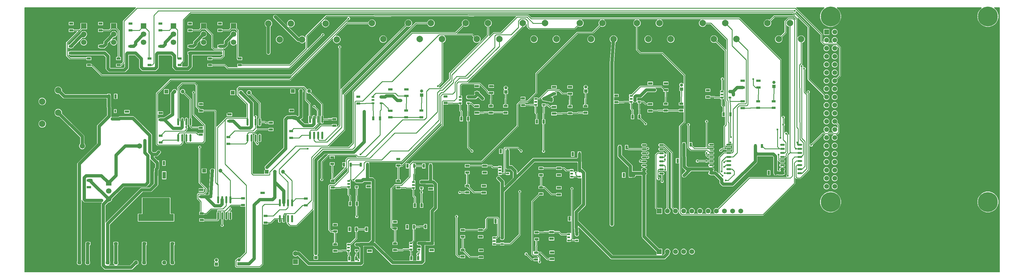
<source format=gbr>
G04 EAGLE Gerber RS-274X export*
G75*
%MOMM*%
%FSLAX34Y34*%
%LPD*%
%INTop Copper*%
%IPPOS*%
%AMOC8*
5,1,8,0,0,1.08239X$1,22.5*%
G01*
%ADD10C,6.200000*%
%ADD11R,1.066800X2.159000*%
%ADD12C,0.600000*%
%ADD13C,1.500000*%
%ADD14R,1.500000X1.500000*%
%ADD15R,1.200000X1.200000*%
%ADD16C,1.200000*%
%ADD17R,1.250000X0.700000*%
%ADD18C,2.000000*%
%ADD19R,1.700000X1.700000*%
%ADD20C,1.700000*%
%ADD21R,0.600000X0.900000*%
%ADD22R,0.700000X1.250000*%
%ADD23R,0.812800X0.812800*%
%ADD24R,1.000000X1.000000*%
%ADD25C,1.000000*%
%ADD26R,0.900000X0.600000*%
%ADD27C,1.650000*%
%ADD28R,1.350000X0.750000*%
%ADD29R,0.750000X1.350000*%
%ADD30C,0.600000*%
%ADD31C,1.000000*%
%ADD32C,1.016000*%
%ADD33C,0.254000*%

G36*
X3048312Y11439D02*
X3048312Y11439D01*
X3048370Y11437D01*
X3048452Y11459D01*
X3048536Y11471D01*
X3048589Y11494D01*
X3048645Y11509D01*
X3048718Y11552D01*
X3048795Y11587D01*
X3048840Y11625D01*
X3048890Y11654D01*
X3048948Y11716D01*
X3049012Y11770D01*
X3049044Y11819D01*
X3049084Y11862D01*
X3049123Y11937D01*
X3049170Y12007D01*
X3049187Y12063D01*
X3049214Y12115D01*
X3049225Y12183D01*
X3049255Y12278D01*
X3049258Y12378D01*
X3049269Y12446D01*
X3049269Y838454D01*
X3049261Y838512D01*
X3049263Y838570D01*
X3049241Y838652D01*
X3049229Y838736D01*
X3049206Y838789D01*
X3049191Y838845D01*
X3049148Y838918D01*
X3049113Y838995D01*
X3049075Y839040D01*
X3049046Y839090D01*
X3048984Y839148D01*
X3048930Y839212D01*
X3048881Y839244D01*
X3048838Y839284D01*
X3048763Y839323D01*
X3048693Y839370D01*
X3048637Y839387D01*
X3048585Y839414D01*
X3048517Y839425D01*
X3048422Y839455D01*
X3048322Y839458D01*
X3048254Y839469D01*
X3032802Y839469D01*
X3032783Y839467D01*
X3032763Y839469D01*
X3032642Y839447D01*
X3032521Y839429D01*
X3032503Y839421D01*
X3032483Y839418D01*
X3032373Y839363D01*
X3032261Y839313D01*
X3032246Y839301D01*
X3032229Y839292D01*
X3032138Y839209D01*
X3032044Y839130D01*
X3032033Y839113D01*
X3032019Y839100D01*
X3031955Y838995D01*
X3031887Y838893D01*
X3031881Y838874D01*
X3031870Y838857D01*
X3031838Y838739D01*
X3031801Y838622D01*
X3031800Y838602D01*
X3031795Y838583D01*
X3031797Y838461D01*
X3031794Y838338D01*
X3031799Y838319D01*
X3031799Y838299D01*
X3031834Y838181D01*
X3031865Y838063D01*
X3031875Y838046D01*
X3031881Y838027D01*
X3031948Y837924D01*
X3032011Y837818D01*
X3032025Y837805D01*
X3032036Y837788D01*
X3032092Y837742D01*
X3032218Y837624D01*
X3032263Y837600D01*
X3032295Y837575D01*
X3032445Y837488D01*
X3038500Y831433D01*
X3042782Y824016D01*
X3044999Y815744D01*
X3044999Y807180D01*
X3042782Y798908D01*
X3038500Y791491D01*
X3032445Y785436D01*
X3025028Y781154D01*
X3016756Y778937D01*
X3008192Y778937D01*
X2999920Y781154D01*
X2992503Y785436D01*
X2986448Y791491D01*
X2982166Y798908D01*
X2979949Y807180D01*
X2979949Y815744D01*
X2982166Y824016D01*
X2986448Y831433D01*
X2992503Y837488D01*
X2992653Y837575D01*
X2992669Y837587D01*
X2992687Y837595D01*
X2992780Y837674D01*
X2992877Y837750D01*
X2992889Y837766D01*
X2992904Y837779D01*
X2992972Y837881D01*
X2993044Y837980D01*
X2993050Y837999D01*
X2993061Y838015D01*
X2993098Y838133D01*
X2993140Y838248D01*
X2993141Y838267D01*
X2993147Y838286D01*
X2993150Y838409D01*
X2993158Y838532D01*
X2993154Y838551D01*
X2993154Y838570D01*
X2993123Y838689D01*
X2993097Y838809D01*
X2993087Y838827D01*
X2993082Y838845D01*
X2993020Y838951D01*
X2992961Y839059D01*
X2992947Y839073D01*
X2992937Y839090D01*
X2992848Y839174D01*
X2992761Y839261D01*
X2992744Y839271D01*
X2992730Y839284D01*
X2992621Y839340D01*
X2992513Y839400D01*
X2992494Y839405D01*
X2992477Y839414D01*
X2992404Y839426D01*
X2992237Y839465D01*
X2992185Y839463D01*
X2992146Y839469D01*
X2542802Y839469D01*
X2542783Y839467D01*
X2542763Y839469D01*
X2542642Y839447D01*
X2542521Y839429D01*
X2542503Y839421D01*
X2542483Y839418D01*
X2542373Y839363D01*
X2542261Y839313D01*
X2542246Y839300D01*
X2542229Y839292D01*
X2542138Y839209D01*
X2542044Y839130D01*
X2542033Y839113D01*
X2542019Y839100D01*
X2541955Y838995D01*
X2541887Y838893D01*
X2541881Y838874D01*
X2541870Y838857D01*
X2541838Y838739D01*
X2541801Y838622D01*
X2541800Y838602D01*
X2541795Y838583D01*
X2541797Y838460D01*
X2541794Y838338D01*
X2541799Y838319D01*
X2541799Y838299D01*
X2541834Y838181D01*
X2541865Y838063D01*
X2541875Y838046D01*
X2541881Y838027D01*
X2541948Y837924D01*
X2542011Y837818D01*
X2542025Y837805D01*
X2542036Y837788D01*
X2542092Y837742D01*
X2542218Y837624D01*
X2542263Y837600D01*
X2542295Y837575D01*
X2542445Y837488D01*
X2548500Y831433D01*
X2552782Y824016D01*
X2554999Y815744D01*
X2554999Y807180D01*
X2552782Y798908D01*
X2548500Y791491D01*
X2542445Y785436D01*
X2535028Y781154D01*
X2526756Y778937D01*
X2518192Y778937D01*
X2509920Y781154D01*
X2502503Y785436D01*
X2496448Y791491D01*
X2492166Y798908D01*
X2489949Y807180D01*
X2489949Y815744D01*
X2492166Y824016D01*
X2496448Y831433D01*
X2502503Y837488D01*
X2502653Y837575D01*
X2502669Y837587D01*
X2502687Y837595D01*
X2502780Y837674D01*
X2502877Y837750D01*
X2502889Y837766D01*
X2502904Y837779D01*
X2502972Y837881D01*
X2503044Y837980D01*
X2503050Y837999D01*
X2503061Y838015D01*
X2503098Y838132D01*
X2503140Y838248D01*
X2503141Y838267D01*
X2503147Y838286D01*
X2503150Y838409D01*
X2503158Y838532D01*
X2503154Y838551D01*
X2503154Y838570D01*
X2503123Y838689D01*
X2503097Y838809D01*
X2503087Y838826D01*
X2503082Y838845D01*
X2503020Y838951D01*
X2502961Y839059D01*
X2502947Y839073D01*
X2502937Y839090D01*
X2502848Y839174D01*
X2502761Y839261D01*
X2502744Y839271D01*
X2502730Y839284D01*
X2502620Y839340D01*
X2502513Y839400D01*
X2502494Y839405D01*
X2502477Y839414D01*
X2502404Y839426D01*
X2502237Y839465D01*
X2502185Y839463D01*
X2502146Y839469D01*
X2416356Y839469D01*
X2416327Y839465D01*
X2416298Y839468D01*
X2416187Y839445D01*
X2416075Y839429D01*
X2416048Y839417D01*
X2416019Y839412D01*
X2415919Y839360D01*
X2415815Y839313D01*
X2415793Y839294D01*
X2415767Y839281D01*
X2415685Y839203D01*
X2415598Y839130D01*
X2415582Y839105D01*
X2415561Y839085D01*
X2415504Y838987D01*
X2415441Y838893D01*
X2415432Y838865D01*
X2415417Y838840D01*
X2415389Y838730D01*
X2415355Y838622D01*
X2415354Y838592D01*
X2415347Y838564D01*
X2415351Y838451D01*
X2415348Y838338D01*
X2415355Y838309D01*
X2415356Y838280D01*
X2415391Y838172D01*
X2415420Y838063D01*
X2415435Y838037D01*
X2415444Y838009D01*
X2415489Y837945D01*
X2415565Y837818D01*
X2415610Y837775D01*
X2415638Y837736D01*
X2494886Y758488D01*
X2496821Y756554D01*
X2496821Y735384D01*
X2496833Y735298D01*
X2496836Y735210D01*
X2496853Y735157D01*
X2496861Y735103D01*
X2496896Y735023D01*
X2496923Y734940D01*
X2496951Y734900D01*
X2496977Y734843D01*
X2497073Y734730D01*
X2497118Y734666D01*
X2500345Y731440D01*
X2500413Y731388D01*
X2500476Y731329D01*
X2500526Y731303D01*
X2500572Y731269D01*
X2500652Y731238D01*
X2500728Y731199D01*
X2500784Y731188D01*
X2500837Y731168D01*
X2500923Y731161D01*
X2501007Y731144D01*
X2501064Y731149D01*
X2501121Y731144D01*
X2501205Y731161D01*
X2501291Y731168D01*
X2501344Y731189D01*
X2501400Y731200D01*
X2501476Y731240D01*
X2501556Y731270D01*
X2501601Y731305D01*
X2501652Y731331D01*
X2501714Y731390D01*
X2501783Y731442D01*
X2501817Y731487D01*
X2501858Y731527D01*
X2501901Y731601D01*
X2501953Y731670D01*
X2501973Y731723D01*
X2502002Y731772D01*
X2502023Y731855D01*
X2502053Y731936D01*
X2502058Y731992D01*
X2502072Y732048D01*
X2502069Y732133D01*
X2502076Y732219D01*
X2502065Y732267D01*
X2502063Y732332D01*
X2502018Y732470D01*
X2502000Y732546D01*
X2500749Y735567D01*
X2500749Y739157D01*
X2502123Y742474D01*
X2504662Y745013D01*
X2507979Y746387D01*
X2511569Y746387D01*
X2514886Y745013D01*
X2517425Y742474D01*
X2518799Y739157D01*
X2518799Y735567D01*
X2517425Y732250D01*
X2515635Y730460D01*
X2515617Y730436D01*
X2515595Y730417D01*
X2515532Y730323D01*
X2515464Y730233D01*
X2515453Y730205D01*
X2515437Y730181D01*
X2515403Y730073D01*
X2515363Y729967D01*
X2515360Y729938D01*
X2515351Y729910D01*
X2515348Y729796D01*
X2515339Y729684D01*
X2515345Y729655D01*
X2515344Y729626D01*
X2515373Y729516D01*
X2515395Y729405D01*
X2515408Y729379D01*
X2515416Y729351D01*
X2515474Y729253D01*
X2515526Y729153D01*
X2515546Y729131D01*
X2515561Y729106D01*
X2515644Y729029D01*
X2515722Y728947D01*
X2515747Y728932D01*
X2515768Y728912D01*
X2515869Y728860D01*
X2515967Y728803D01*
X2515995Y728796D01*
X2516022Y728782D01*
X2516099Y728769D01*
X2516243Y728733D01*
X2516305Y728735D01*
X2516353Y728727D01*
X2528595Y728727D01*
X2528624Y728731D01*
X2528654Y728728D01*
X2528765Y728751D01*
X2528877Y728767D01*
X2528904Y728779D01*
X2528932Y728784D01*
X2529033Y728837D01*
X2529136Y728883D01*
X2529159Y728902D01*
X2529185Y728915D01*
X2529267Y728993D01*
X2529353Y729066D01*
X2529370Y729091D01*
X2529391Y729111D01*
X2529448Y729209D01*
X2529511Y729303D01*
X2529520Y729331D01*
X2529535Y729356D01*
X2529562Y729466D01*
X2529597Y729574D01*
X2529597Y729604D01*
X2529605Y729632D01*
X2529601Y729745D01*
X2529604Y729858D01*
X2529597Y729887D01*
X2529596Y729916D01*
X2529561Y730024D01*
X2529532Y730133D01*
X2529517Y730159D01*
X2529508Y730187D01*
X2529463Y730250D01*
X2529387Y730378D01*
X2529341Y730421D01*
X2529313Y730460D01*
X2527523Y732250D01*
X2526149Y735567D01*
X2526149Y739157D01*
X2527523Y742474D01*
X2530062Y745013D01*
X2533379Y746387D01*
X2536969Y746387D01*
X2540286Y745013D01*
X2542825Y742474D01*
X2544199Y739157D01*
X2544199Y735567D01*
X2542825Y732250D01*
X2540948Y730373D01*
X2540912Y730326D01*
X2540870Y730286D01*
X2540827Y730213D01*
X2540777Y730146D01*
X2540756Y730091D01*
X2540726Y730040D01*
X2540706Y729959D01*
X2540675Y729880D01*
X2540671Y729821D01*
X2540656Y729765D01*
X2540659Y729681D01*
X2540652Y729597D01*
X2540663Y729539D01*
X2540665Y729481D01*
X2540691Y729401D01*
X2540708Y729318D01*
X2540735Y729266D01*
X2540753Y729210D01*
X2540793Y729154D01*
X2540839Y729065D01*
X2540908Y728993D01*
X2540948Y728937D01*
X2554479Y715406D01*
X2554479Y625714D01*
X2543719Y614954D01*
X2543718Y614953D01*
X2543716Y614952D01*
X2543630Y614837D01*
X2543548Y614727D01*
X2543547Y614725D01*
X2543546Y614724D01*
X2543496Y614591D01*
X2543446Y614461D01*
X2543446Y614460D01*
X2543446Y614458D01*
X2543434Y614314D01*
X2543423Y614178D01*
X2543423Y614176D01*
X2543423Y614175D01*
X2543427Y614159D01*
X2543479Y613899D01*
X2543493Y613872D01*
X2543498Y613848D01*
X2544199Y612157D01*
X2544199Y608567D01*
X2542825Y605250D01*
X2540286Y602711D01*
X2536969Y601337D01*
X2533379Y601337D01*
X2530062Y602711D01*
X2527523Y605250D01*
X2526149Y608567D01*
X2526149Y612157D01*
X2527523Y615474D01*
X2530062Y618013D01*
X2533379Y619387D01*
X2536969Y619387D01*
X2538660Y618686D01*
X2538661Y618686D01*
X2538663Y618685D01*
X2538797Y618651D01*
X2538935Y618615D01*
X2538937Y618616D01*
X2538938Y618615D01*
X2539079Y618620D01*
X2539219Y618624D01*
X2539221Y618624D01*
X2539222Y618624D01*
X2539355Y618667D01*
X2539490Y618710D01*
X2539491Y618711D01*
X2539493Y618712D01*
X2539505Y618720D01*
X2539726Y618869D01*
X2539746Y618892D01*
X2539766Y618907D01*
X2548592Y627732D01*
X2548644Y627802D01*
X2548704Y627866D01*
X2548730Y627915D01*
X2548763Y627959D01*
X2548794Y628041D01*
X2548834Y628119D01*
X2548842Y628167D01*
X2548864Y628225D01*
X2548876Y628373D01*
X2548889Y628450D01*
X2548889Y712670D01*
X2548877Y712756D01*
X2548874Y712844D01*
X2548857Y712897D01*
X2548850Y712951D01*
X2548814Y713031D01*
X2548787Y713114D01*
X2548759Y713154D01*
X2548733Y713211D01*
X2548637Y713324D01*
X2548592Y713388D01*
X2544962Y717017D01*
X2544894Y717069D01*
X2544831Y717128D01*
X2544781Y717154D01*
X2544735Y717188D01*
X2544655Y717219D01*
X2544579Y717258D01*
X2544523Y717269D01*
X2544470Y717289D01*
X2544384Y717296D01*
X2544300Y717313D01*
X2544243Y717308D01*
X2544186Y717313D01*
X2544102Y717296D01*
X2544016Y717289D01*
X2543963Y717268D01*
X2543908Y717257D01*
X2543831Y717217D01*
X2543751Y717187D01*
X2543706Y717152D01*
X2543655Y717126D01*
X2543593Y717067D01*
X2543524Y717015D01*
X2543490Y716969D01*
X2543449Y716930D01*
X2543406Y716856D01*
X2543354Y716787D01*
X2543334Y716734D01*
X2543305Y716685D01*
X2543284Y716602D01*
X2543254Y716521D01*
X2543249Y716465D01*
X2543235Y716409D01*
X2543238Y716324D01*
X2543231Y716238D01*
X2543242Y716190D01*
X2543244Y716125D01*
X2543289Y715987D01*
X2543307Y715911D01*
X2544199Y713757D01*
X2544199Y710167D01*
X2542825Y706850D01*
X2540286Y704311D01*
X2536969Y702937D01*
X2533379Y702937D01*
X2530062Y704311D01*
X2527523Y706850D01*
X2526149Y710167D01*
X2526149Y713757D01*
X2527523Y717074D01*
X2530062Y719613D01*
X2533379Y720987D01*
X2536969Y720987D01*
X2539123Y720095D01*
X2539206Y720073D01*
X2539286Y720043D01*
X2539343Y720038D01*
X2539398Y720024D01*
X2539484Y720026D01*
X2539570Y720019D01*
X2539625Y720030D01*
X2539682Y720032D01*
X2539764Y720058D01*
X2539848Y720075D01*
X2539899Y720101D01*
X2539953Y720118D01*
X2540024Y720166D01*
X2540101Y720206D01*
X2540142Y720245D01*
X2540189Y720277D01*
X2540244Y720342D01*
X2540307Y720402D01*
X2540336Y720451D01*
X2540372Y720494D01*
X2540407Y720573D01*
X2540451Y720647D01*
X2540465Y720702D01*
X2540488Y720754D01*
X2540499Y720839D01*
X2540521Y720922D01*
X2540519Y720979D01*
X2540527Y721036D01*
X2540514Y721121D01*
X2540512Y721207D01*
X2540494Y721261D01*
X2540486Y721317D01*
X2540451Y721395D01*
X2540424Y721477D01*
X2540395Y721517D01*
X2540369Y721576D01*
X2540275Y721687D01*
X2540229Y721750D01*
X2539140Y722840D01*
X2539070Y722892D01*
X2539006Y722952D01*
X2538957Y722978D01*
X2538913Y723011D01*
X2538831Y723042D01*
X2538753Y723082D01*
X2538705Y723090D01*
X2538647Y723112D01*
X2538499Y723124D01*
X2538422Y723137D01*
X2500742Y723137D01*
X2498808Y725072D01*
X2493166Y730714D01*
X2491231Y732648D01*
X2491231Y753818D01*
X2491219Y753904D01*
X2491216Y753992D01*
X2491199Y754045D01*
X2491191Y754099D01*
X2491156Y754179D01*
X2491129Y754262D01*
X2491101Y754302D01*
X2491075Y754359D01*
X2490979Y754472D01*
X2490934Y754536D01*
X2417214Y828256D01*
X2417190Y828274D01*
X2417171Y828296D01*
X2417077Y828359D01*
X2416987Y828427D01*
X2416959Y828437D01*
X2416935Y828454D01*
X2416827Y828488D01*
X2416721Y828528D01*
X2416692Y828531D01*
X2416664Y828539D01*
X2416550Y828542D01*
X2416438Y828552D01*
X2416409Y828546D01*
X2416380Y828547D01*
X2416270Y828518D01*
X2416159Y828496D01*
X2416133Y828482D01*
X2416104Y828475D01*
X2416007Y828417D01*
X2415907Y828365D01*
X2415885Y828345D01*
X2415860Y828330D01*
X2415783Y828247D01*
X2415700Y828169D01*
X2415686Y828144D01*
X2415666Y828122D01*
X2415614Y828022D01*
X2415557Y827924D01*
X2415550Y827895D01*
X2415536Y827869D01*
X2415523Y827792D01*
X2415487Y827648D01*
X2415489Y827586D01*
X2415481Y827538D01*
X2415481Y826674D01*
X2413553Y824747D01*
X2413518Y824700D01*
X2413476Y824660D01*
X2413433Y824587D01*
X2413383Y824519D01*
X2413362Y824465D01*
X2413332Y824414D01*
X2413311Y824333D01*
X2413281Y824254D01*
X2413277Y824195D01*
X2413262Y824139D01*
X2413265Y824055D01*
X2413258Y823971D01*
X2413269Y823913D01*
X2413271Y823855D01*
X2413297Y823774D01*
X2413314Y823692D01*
X2413341Y823640D01*
X2413359Y823584D01*
X2413399Y823528D01*
X2413445Y823439D01*
X2413513Y823367D01*
X2413553Y823311D01*
X2414314Y822550D01*
X2454754Y782110D01*
X2456689Y780176D01*
X2456689Y617020D01*
X2456701Y616934D01*
X2456704Y616846D01*
X2456721Y616793D01*
X2456728Y616739D01*
X2456764Y616659D01*
X2456791Y616576D01*
X2456819Y616536D01*
X2456845Y616479D01*
X2456940Y616366D01*
X2456986Y616302D01*
X2505182Y568106D01*
X2505183Y568106D01*
X2505184Y568104D01*
X2505299Y568018D01*
X2505409Y567936D01*
X2505410Y567935D01*
X2505412Y567934D01*
X2505546Y567883D01*
X2505675Y567834D01*
X2505676Y567834D01*
X2505678Y567834D01*
X2505822Y567822D01*
X2505958Y567811D01*
X2505959Y567811D01*
X2505961Y567811D01*
X2505977Y567815D01*
X2506237Y567867D01*
X2506264Y567881D01*
X2506288Y567886D01*
X2507979Y568587D01*
X2511569Y568587D01*
X2514886Y567213D01*
X2517425Y564674D01*
X2518799Y561357D01*
X2518799Y557767D01*
X2517425Y554450D01*
X2514886Y551911D01*
X2511569Y550537D01*
X2507979Y550537D01*
X2504662Y551911D01*
X2502123Y554450D01*
X2500749Y557767D01*
X2500749Y561357D01*
X2501450Y563048D01*
X2501450Y563049D01*
X2501451Y563051D01*
X2501485Y563185D01*
X2501520Y563323D01*
X2501520Y563325D01*
X2501521Y563326D01*
X2501516Y563467D01*
X2501512Y563607D01*
X2501512Y563609D01*
X2501512Y563610D01*
X2501470Y563740D01*
X2501426Y563878D01*
X2501425Y563879D01*
X2501424Y563881D01*
X2501416Y563893D01*
X2501267Y564114D01*
X2501244Y564134D01*
X2501229Y564154D01*
X2453034Y612350D01*
X2453033Y612350D01*
X2451099Y614284D01*
X2451099Y777440D01*
X2451087Y777526D01*
X2451084Y777614D01*
X2451067Y777667D01*
X2451059Y777721D01*
X2451023Y777801D01*
X2450997Y777884D01*
X2450969Y777924D01*
X2450943Y777981D01*
X2450847Y778094D01*
X2450802Y778158D01*
X2421592Y807368D01*
X2421568Y807385D01*
X2421549Y807408D01*
X2421455Y807471D01*
X2421365Y807539D01*
X2421337Y807549D01*
X2421313Y807565D01*
X2421205Y807600D01*
X2421099Y807640D01*
X2421070Y807642D01*
X2421042Y807651D01*
X2420928Y807654D01*
X2420816Y807663D01*
X2420787Y807658D01*
X2420758Y807658D01*
X2420648Y807630D01*
X2420537Y807608D01*
X2420511Y807594D01*
X2420483Y807587D01*
X2420385Y807529D01*
X2420285Y807477D01*
X2420263Y807456D01*
X2420238Y807441D01*
X2420161Y807359D01*
X2420079Y807281D01*
X2420064Y807255D01*
X2420044Y807234D01*
X2419992Y807133D01*
X2419935Y807035D01*
X2419928Y807007D01*
X2419914Y806981D01*
X2419901Y806904D01*
X2419865Y806760D01*
X2419867Y806697D01*
X2419859Y806650D01*
X2419859Y748088D01*
X2419863Y748059D01*
X2419860Y748030D01*
X2419883Y747919D01*
X2419899Y747807D01*
X2419911Y747780D01*
X2419916Y747751D01*
X2419969Y747651D01*
X2420015Y747547D01*
X2420034Y747525D01*
X2420047Y747499D01*
X2420125Y747417D01*
X2420198Y747330D01*
X2420223Y747314D01*
X2420243Y747293D01*
X2420341Y747236D01*
X2420435Y747173D01*
X2420463Y747164D01*
X2420488Y747149D01*
X2420598Y747121D01*
X2420706Y747087D01*
X2420736Y747086D01*
X2420764Y747079D01*
X2420877Y747083D01*
X2420990Y747080D01*
X2421019Y747087D01*
X2421048Y747088D01*
X2421156Y747123D01*
X2421265Y747152D01*
X2421291Y747166D01*
X2421319Y747176D01*
X2421382Y747221D01*
X2421510Y747297D01*
X2421553Y747342D01*
X2421592Y747370D01*
X2424402Y750180D01*
X2428638Y751935D01*
X2433222Y751935D01*
X2437458Y750180D01*
X2440700Y746938D01*
X2442455Y742702D01*
X2442455Y738118D01*
X2440700Y733882D01*
X2437458Y730640D01*
X2434351Y729353D01*
X2434350Y729352D01*
X2434349Y729352D01*
X2434230Y729282D01*
X2434107Y729208D01*
X2434106Y729207D01*
X2434104Y729207D01*
X2434007Y729102D01*
X2433911Y729002D01*
X2433911Y729000D01*
X2433910Y728999D01*
X2433845Y728873D01*
X2433781Y728749D01*
X2433781Y728747D01*
X2433780Y728746D01*
X2433778Y728731D01*
X2433726Y728470D01*
X2433729Y728440D01*
X2433725Y728415D01*
X2433725Y666093D01*
X2433725Y664499D01*
X2433725Y663358D01*
X2433181Y662814D01*
X2432453Y662086D01*
X2432435Y662062D01*
X2432413Y662043D01*
X2432350Y661949D01*
X2432282Y661859D01*
X2432272Y661831D01*
X2432255Y661807D01*
X2432221Y661699D01*
X2432181Y661593D01*
X2432178Y661564D01*
X2432170Y661536D01*
X2432167Y661422D01*
X2432157Y661310D01*
X2432163Y661281D01*
X2432162Y661252D01*
X2432191Y661142D01*
X2432213Y661031D01*
X2432227Y661005D01*
X2432234Y660977D01*
X2432292Y660879D01*
X2432344Y660779D01*
X2432364Y660757D01*
X2432379Y660732D01*
X2432462Y660655D01*
X2432540Y660573D01*
X2432565Y660558D01*
X2432587Y660538D01*
X2432687Y660486D01*
X2432785Y660429D01*
X2432814Y660422D01*
X2432840Y660408D01*
X2432917Y660395D01*
X2433061Y660359D01*
X2433123Y660361D01*
X2433171Y660353D01*
X2434432Y660353D01*
X2437083Y657702D01*
X2437083Y654002D01*
X2437091Y653944D01*
X2437090Y653886D01*
X2437111Y653804D01*
X2437123Y653720D01*
X2437147Y653667D01*
X2437161Y653611D01*
X2437204Y653538D01*
X2437239Y653461D01*
X2437277Y653416D01*
X2437307Y653366D01*
X2437368Y653308D01*
X2437423Y653244D01*
X2437471Y653212D01*
X2437514Y653172D01*
X2437589Y653133D01*
X2437659Y653086D01*
X2437715Y653069D01*
X2437767Y653042D01*
X2437835Y653031D01*
X2437930Y653001D01*
X2438030Y652998D01*
X2438098Y652987D01*
X2442052Y652987D01*
X2444703Y650336D01*
X2444703Y646588D01*
X2443270Y645155D01*
X2443218Y645085D01*
X2443158Y645021D01*
X2443132Y644972D01*
X2443099Y644928D01*
X2443068Y644846D01*
X2443028Y644768D01*
X2443020Y644721D01*
X2442998Y644662D01*
X2442986Y644515D01*
X2442973Y644437D01*
X2442973Y576222D01*
X2442985Y576135D01*
X2442988Y576048D01*
X2443005Y575995D01*
X2443013Y575940D01*
X2443048Y575860D01*
X2443075Y575777D01*
X2443103Y575738D01*
X2443129Y575681D01*
X2443225Y575568D01*
X2443270Y575504D01*
X2448350Y570424D01*
X2448373Y570406D01*
X2448392Y570384D01*
X2448487Y570321D01*
X2448577Y570253D01*
X2448605Y570243D01*
X2448629Y570226D01*
X2448737Y570192D01*
X2448843Y570152D01*
X2448872Y570149D01*
X2448900Y570140D01*
X2449013Y570138D01*
X2449126Y570128D01*
X2449155Y570134D01*
X2449184Y570133D01*
X2449294Y570162D01*
X2449405Y570184D01*
X2449431Y570198D01*
X2449459Y570205D01*
X2449557Y570263D01*
X2449657Y570315D01*
X2449679Y570335D01*
X2449704Y570350D01*
X2449781Y570433D01*
X2449863Y570511D01*
X2449878Y570536D01*
X2449898Y570558D01*
X2449950Y570659D01*
X2450007Y570756D01*
X2450014Y570785D01*
X2450028Y570811D01*
X2450041Y570888D01*
X2450077Y571032D01*
X2450075Y571094D01*
X2450083Y571142D01*
X2450083Y571539D01*
X2450071Y571626D01*
X2450068Y571713D01*
X2450051Y571766D01*
X2450043Y571821D01*
X2450008Y571901D01*
X2449981Y571984D01*
X2449953Y572023D01*
X2449927Y572080D01*
X2449831Y572193D01*
X2449786Y572257D01*
X2448353Y573690D01*
X2448353Y577438D01*
X2451004Y580089D01*
X2454752Y580089D01*
X2457403Y577438D01*
X2457403Y573690D01*
X2455970Y572257D01*
X2455918Y572187D01*
X2455858Y572123D01*
X2455832Y572074D01*
X2455799Y572030D01*
X2455768Y571948D01*
X2455728Y571870D01*
X2455720Y571823D01*
X2455698Y571764D01*
X2455686Y571617D01*
X2455673Y571539D01*
X2455673Y330566D01*
X2429144Y304037D01*
X2417556Y304037D01*
X2416414Y304037D01*
X2415373Y305079D01*
X2413972Y306480D01*
X2413949Y306497D01*
X2413930Y306520D01*
X2413835Y306583D01*
X2413745Y306651D01*
X2413717Y306661D01*
X2413693Y306677D01*
X2413585Y306712D01*
X2413479Y306752D01*
X2413450Y306754D01*
X2413422Y306763D01*
X2413309Y306766D01*
X2413196Y306775D01*
X2413167Y306770D01*
X2413138Y306770D01*
X2413028Y306742D01*
X2412917Y306720D01*
X2412891Y306706D01*
X2412863Y306699D01*
X2412766Y306641D01*
X2412665Y306589D01*
X2412643Y306568D01*
X2412618Y306553D01*
X2412541Y306471D01*
X2412459Y306393D01*
X2412444Y306367D01*
X2412424Y306346D01*
X2412372Y306245D01*
X2412315Y306147D01*
X2412308Y306119D01*
X2412294Y306093D01*
X2412281Y306015D01*
X2412245Y305872D01*
X2412247Y305809D01*
X2412239Y305762D01*
X2412239Y288402D01*
X2410304Y286468D01*
X2314746Y190910D01*
X2312812Y188975D01*
X2058782Y188975D01*
X2056965Y190792D01*
X2052730Y195028D01*
X2052729Y195028D01*
X2050795Y196962D01*
X2050795Y350882D01*
X2050787Y350940D01*
X2050788Y350998D01*
X2050767Y351080D01*
X2050755Y351164D01*
X2050731Y351217D01*
X2050717Y351273D01*
X2050674Y351346D01*
X2050639Y351423D01*
X2050601Y351468D01*
X2050571Y351518D01*
X2050510Y351576D01*
X2050455Y351640D01*
X2050407Y351672D01*
X2050364Y351712D01*
X2050289Y351751D01*
X2050219Y351798D01*
X2050163Y351815D01*
X2050111Y351842D01*
X2050043Y351853D01*
X2049948Y351883D01*
X2049848Y351886D01*
X2049780Y351897D01*
X2041416Y351897D01*
X2040523Y352790D01*
X2040523Y367554D01*
X2041416Y368447D01*
X2049780Y368447D01*
X2049838Y368455D01*
X2049896Y368453D01*
X2049978Y368475D01*
X2050061Y368487D01*
X2050115Y368510D01*
X2050171Y368525D01*
X2050244Y368568D01*
X2050321Y368603D01*
X2050365Y368641D01*
X2050416Y368670D01*
X2050473Y368732D01*
X2050538Y368786D01*
X2050570Y368835D01*
X2050610Y368878D01*
X2050649Y368953D01*
X2050695Y369023D01*
X2050713Y369079D01*
X2050740Y369131D01*
X2050751Y369199D01*
X2050781Y369294D01*
X2050784Y369394D01*
X2050795Y369462D01*
X2050795Y469026D01*
X2052729Y470960D01*
X2052730Y470960D01*
X2064214Y482444D01*
X2064266Y482514D01*
X2064326Y482578D01*
X2064352Y482627D01*
X2064385Y482671D01*
X2064416Y482753D01*
X2064456Y482831D01*
X2064464Y482879D01*
X2064486Y482937D01*
X2064498Y483085D01*
X2064511Y483162D01*
X2064511Y511010D01*
X2064503Y511068D01*
X2064505Y511126D01*
X2064483Y511208D01*
X2064471Y511292D01*
X2064448Y511345D01*
X2064433Y511401D01*
X2064390Y511474D01*
X2064355Y511551D01*
X2064317Y511596D01*
X2064288Y511646D01*
X2064226Y511704D01*
X2064172Y511768D01*
X2064123Y511800D01*
X2064080Y511840D01*
X2064005Y511879D01*
X2063935Y511926D01*
X2063879Y511943D01*
X2063827Y511970D01*
X2063759Y511981D01*
X2063664Y512011D01*
X2063564Y512014D01*
X2063496Y512025D01*
X2050179Y512025D01*
X2049285Y512918D01*
X2049285Y513240D01*
X2049277Y513298D01*
X2049279Y513356D01*
X2049257Y513438D01*
X2049246Y513522D01*
X2049222Y513575D01*
X2049207Y513631D01*
X2049164Y513704D01*
X2049129Y513781D01*
X2049092Y513826D01*
X2049062Y513876D01*
X2049000Y513934D01*
X2048946Y513998D01*
X2048897Y514030D01*
X2048854Y514070D01*
X2048779Y514109D01*
X2048709Y514156D01*
X2048653Y514173D01*
X2048601Y514200D01*
X2048533Y514211D01*
X2048438Y514241D01*
X2048338Y514244D01*
X2048270Y514255D01*
X2017590Y514255D01*
X2017532Y514247D01*
X2017474Y514249D01*
X2017392Y514227D01*
X2017309Y514215D01*
X2017255Y514192D01*
X2017199Y514177D01*
X2017126Y514134D01*
X2017049Y514099D01*
X2017005Y514061D01*
X2016954Y514032D01*
X2016897Y513970D01*
X2016832Y513916D01*
X2016800Y513867D01*
X2016760Y513824D01*
X2016721Y513749D01*
X2016675Y513679D01*
X2016657Y513623D01*
X2016630Y513571D01*
X2016619Y513503D01*
X2016589Y513408D01*
X2016586Y513308D01*
X2016575Y513240D01*
X2016575Y512918D01*
X2015682Y512025D01*
X2001918Y512025D01*
X2001025Y512918D01*
X2001025Y513240D01*
X2001017Y513298D01*
X2001019Y513356D01*
X2000997Y513438D01*
X2000986Y513522D01*
X2000962Y513575D01*
X2000947Y513631D01*
X2000904Y513704D01*
X2000869Y513781D01*
X2000831Y513826D01*
X2000802Y513876D01*
X2000740Y513934D01*
X2000686Y513998D01*
X2000637Y514030D01*
X2000594Y514070D01*
X2000519Y514109D01*
X2000449Y514156D01*
X2000393Y514173D01*
X2000341Y514200D01*
X2000273Y514211D01*
X2000178Y514241D01*
X2000078Y514244D01*
X2000010Y514255D01*
X1986326Y514255D01*
X1986239Y514243D01*
X1986152Y514240D01*
X1986099Y514223D01*
X1986044Y514215D01*
X1985965Y514180D01*
X1985881Y514153D01*
X1985842Y514125D01*
X1985785Y514099D01*
X1985672Y514003D01*
X1985608Y513958D01*
X1985405Y513755D01*
X1984249Y513755D01*
X1969830Y513755D01*
X1969772Y513747D01*
X1969714Y513749D01*
X1969632Y513727D01*
X1969549Y513716D01*
X1969495Y513692D01*
X1969439Y513677D01*
X1969366Y513634D01*
X1969289Y513599D01*
X1969245Y513561D01*
X1969194Y513532D01*
X1969137Y513470D01*
X1969072Y513416D01*
X1969040Y513367D01*
X1969000Y513324D01*
X1968961Y513249D01*
X1968915Y513179D01*
X1968897Y513123D01*
X1968870Y513071D01*
X1968859Y513003D01*
X1968829Y512908D01*
X1968826Y512808D01*
X1968815Y512740D01*
X1968815Y512168D01*
X1967922Y511275D01*
X1953159Y511275D01*
X1952265Y512168D01*
X1952265Y520932D01*
X1953159Y521825D01*
X1967922Y521825D01*
X1968815Y520932D01*
X1968815Y520360D01*
X1968823Y520302D01*
X1968822Y520244D01*
X1968843Y520162D01*
X1968855Y520079D01*
X1968879Y520025D01*
X1968893Y519969D01*
X1968936Y519896D01*
X1968971Y519819D01*
X1969009Y519775D01*
X1969039Y519724D01*
X1969100Y519667D01*
X1969155Y519602D01*
X1969203Y519570D01*
X1969246Y519530D01*
X1969321Y519491D01*
X1969391Y519445D01*
X1969447Y519427D01*
X1969499Y519400D01*
X1969567Y519389D01*
X1969662Y519359D01*
X1969762Y519356D01*
X1969830Y519345D01*
X1982670Y519345D01*
X1982757Y519357D01*
X1982844Y519360D01*
X1982897Y519377D01*
X1982951Y519385D01*
X1983031Y519420D01*
X1983114Y519447D01*
X1983154Y519475D01*
X1983211Y519501D01*
X1983324Y519597D01*
X1983388Y519642D01*
X1983591Y519845D01*
X1984745Y519845D01*
X2000010Y519845D01*
X2000068Y519853D01*
X2000126Y519851D01*
X2000208Y519873D01*
X2000292Y519885D01*
X2000345Y519908D01*
X2000402Y519923D01*
X2000474Y519966D01*
X2000551Y520001D01*
X2000596Y520039D01*
X2000646Y520068D01*
X2000704Y520130D01*
X2000768Y520184D01*
X2000800Y520233D01*
X2000840Y520276D01*
X2000879Y520351D01*
X2000926Y520421D01*
X2000943Y520477D01*
X2000970Y520529D01*
X2000981Y520597D01*
X2001011Y520692D01*
X2001014Y520792D01*
X2001025Y520860D01*
X2001025Y521182D01*
X2001918Y522075D01*
X2015682Y522075D01*
X2016575Y521182D01*
X2016575Y520860D01*
X2016583Y520802D01*
X2016582Y520744D01*
X2016603Y520662D01*
X2016615Y520578D01*
X2016639Y520525D01*
X2016653Y520469D01*
X2016696Y520396D01*
X2016731Y520319D01*
X2016769Y520274D01*
X2016799Y520224D01*
X2016860Y520166D01*
X2016915Y520102D01*
X2016963Y520070D01*
X2017006Y520030D01*
X2017081Y519991D01*
X2017151Y519944D01*
X2017207Y519927D01*
X2017259Y519900D01*
X2017327Y519889D01*
X2017422Y519859D01*
X2017522Y519856D01*
X2017590Y519845D01*
X2048270Y519845D01*
X2048328Y519853D01*
X2048387Y519851D01*
X2048468Y519873D01*
X2048552Y519885D01*
X2048605Y519908D01*
X2048662Y519923D01*
X2048734Y519966D01*
X2048811Y520001D01*
X2048856Y520039D01*
X2048906Y520068D01*
X2048964Y520130D01*
X2049028Y520184D01*
X2049061Y520233D01*
X2049101Y520276D01*
X2049139Y520351D01*
X2049186Y520421D01*
X2049203Y520477D01*
X2049230Y520529D01*
X2049241Y520597D01*
X2049271Y520692D01*
X2049274Y520792D01*
X2049285Y520860D01*
X2049285Y521182D01*
X2050179Y522075D01*
X2063496Y522075D01*
X2063554Y522083D01*
X2063612Y522081D01*
X2063694Y522103D01*
X2063778Y522115D01*
X2063831Y522138D01*
X2063887Y522153D01*
X2063960Y522196D01*
X2064037Y522231D01*
X2064082Y522269D01*
X2064132Y522298D01*
X2064190Y522360D01*
X2064254Y522414D01*
X2064286Y522463D01*
X2064326Y522506D01*
X2064365Y522581D01*
X2064412Y522651D01*
X2064429Y522707D01*
X2064456Y522759D01*
X2064467Y522827D01*
X2064497Y522922D01*
X2064500Y523022D01*
X2064511Y523090D01*
X2064511Y532010D01*
X2064503Y532068D01*
X2064505Y532127D01*
X2064483Y532208D01*
X2064471Y532292D01*
X2064448Y532345D01*
X2064433Y532402D01*
X2064390Y532474D01*
X2064355Y532551D01*
X2064317Y532596D01*
X2064288Y532646D01*
X2064226Y532704D01*
X2064172Y532768D01*
X2064123Y532801D01*
X2064080Y532841D01*
X2064005Y532879D01*
X2063935Y532926D01*
X2063879Y532943D01*
X2063827Y532970D01*
X2063759Y532981D01*
X2063664Y533011D01*
X2063564Y533014D01*
X2063496Y533025D01*
X2050179Y533025D01*
X2049285Y533919D01*
X2049285Y542182D01*
X2050179Y543075D01*
X2053250Y543075D01*
X2053308Y543083D01*
X2053366Y543082D01*
X2053448Y543103D01*
X2053532Y543115D01*
X2053585Y543139D01*
X2053641Y543153D01*
X2053714Y543196D01*
X2053791Y543231D01*
X2053836Y543269D01*
X2053886Y543299D01*
X2053944Y543360D01*
X2054008Y543415D01*
X2054040Y543463D01*
X2054080Y543506D01*
X2054119Y543581D01*
X2054166Y543651D01*
X2054183Y543707D01*
X2054210Y543759D01*
X2054221Y543827D01*
X2054251Y543922D01*
X2054254Y544022D01*
X2054265Y544090D01*
X2054265Y559254D01*
X2054265Y559255D01*
X2054265Y560827D01*
X2054265Y561990D01*
X2054718Y562442D01*
X2054770Y562512D01*
X2054830Y562576D01*
X2054855Y562625D01*
X2054889Y562669D01*
X2054920Y562751D01*
X2054960Y562829D01*
X2054968Y562877D01*
X2054990Y562935D01*
X2055002Y563083D01*
X2055015Y563160D01*
X2055015Y576909D01*
X2055007Y576967D01*
X2055008Y577025D01*
X2054987Y577107D01*
X2054975Y577190D01*
X2054951Y577244D01*
X2054937Y577300D01*
X2054894Y577373D01*
X2054859Y577450D01*
X2054821Y577494D01*
X2054791Y577545D01*
X2054730Y577602D01*
X2054675Y577667D01*
X2054627Y577699D01*
X2054584Y577739D01*
X2054509Y577778D01*
X2054439Y577824D01*
X2054383Y577842D01*
X2054331Y577869D01*
X2054263Y577880D01*
X2054168Y577910D01*
X2054068Y577913D01*
X2054000Y577924D01*
X2052178Y577924D01*
X2051285Y578817D01*
X2051285Y590080D01*
X2052178Y590974D01*
X2052307Y590974D01*
X2052336Y590978D01*
X2052365Y590975D01*
X2052476Y590998D01*
X2052588Y591013D01*
X2052615Y591025D01*
X2052644Y591031D01*
X2052744Y591083D01*
X2052848Y591130D01*
X2052870Y591149D01*
X2052896Y591162D01*
X2052978Y591240D01*
X2053065Y591313D01*
X2053081Y591338D01*
X2053102Y591358D01*
X2053159Y591456D01*
X2053222Y591550D01*
X2053231Y591578D01*
X2053246Y591603D01*
X2053274Y591713D01*
X2053308Y591821D01*
X2053309Y591850D01*
X2053316Y591879D01*
X2053312Y591992D01*
X2053315Y592105D01*
X2053308Y592134D01*
X2053307Y592163D01*
X2053272Y592271D01*
X2053243Y592380D01*
X2053229Y592405D01*
X2053219Y592433D01*
X2053174Y592497D01*
X2053098Y592625D01*
X2053053Y592667D01*
X2053025Y592707D01*
X2052278Y593453D01*
X2051285Y595851D01*
X2051285Y598447D01*
X2052278Y600845D01*
X2054114Y602680D01*
X2056512Y603674D01*
X2059108Y603674D01*
X2061506Y602680D01*
X2062778Y601408D01*
X2062802Y601390D01*
X2062821Y601368D01*
X2062915Y601305D01*
X2063005Y601237D01*
X2063033Y601227D01*
X2063057Y601210D01*
X2063165Y601176D01*
X2063271Y601136D01*
X2063300Y601133D01*
X2063328Y601125D01*
X2063442Y601122D01*
X2063554Y601112D01*
X2063583Y601118D01*
X2063612Y601117D01*
X2063722Y601146D01*
X2063833Y601168D01*
X2063859Y601182D01*
X2063887Y601189D01*
X2063985Y601247D01*
X2064085Y601299D01*
X2064107Y601319D01*
X2064132Y601334D01*
X2064209Y601417D01*
X2064291Y601495D01*
X2064306Y601520D01*
X2064326Y601542D01*
X2064378Y601642D01*
X2064435Y601740D01*
X2064442Y601769D01*
X2064456Y601795D01*
X2064469Y601872D01*
X2064505Y602016D01*
X2064503Y602078D01*
X2064511Y602126D01*
X2064511Y626056D01*
X2064499Y626142D01*
X2064496Y626230D01*
X2064479Y626283D01*
X2064471Y626337D01*
X2064436Y626417D01*
X2064409Y626500D01*
X2064381Y626540D01*
X2064355Y626597D01*
X2064259Y626710D01*
X2064214Y626774D01*
X1997358Y693630D01*
X1997288Y693682D01*
X1997224Y693742D01*
X1997175Y693768D01*
X1997130Y693801D01*
X1997049Y693832D01*
X1996971Y693872D01*
X1996923Y693880D01*
X1996865Y693902D01*
X1996717Y693914D01*
X1996640Y693927D01*
X1929242Y693927D01*
X1916585Y706584D01*
X1916585Y778415D01*
X1916585Y778416D01*
X1916585Y778418D01*
X1916565Y778558D01*
X1916545Y778696D01*
X1916545Y778698D01*
X1916545Y778699D01*
X1916489Y778821D01*
X1916429Y778956D01*
X1916428Y778957D01*
X1916427Y778958D01*
X1916336Y779066D01*
X1916246Y779173D01*
X1916244Y779174D01*
X1916243Y779175D01*
X1916230Y779183D01*
X1916009Y779330D01*
X1915980Y779340D01*
X1915959Y779353D01*
X1912852Y780640D01*
X1909610Y783882D01*
X1907855Y788118D01*
X1907855Y792702D01*
X1909610Y796938D01*
X1912816Y800144D01*
X1912833Y800168D01*
X1912856Y800187D01*
X1912919Y800281D01*
X1912987Y800371D01*
X1912997Y800399D01*
X1913013Y800423D01*
X1913048Y800531D01*
X1913088Y800637D01*
X1913090Y800666D01*
X1913099Y800694D01*
X1913102Y800808D01*
X1913111Y800920D01*
X1913106Y800949D01*
X1913106Y800978D01*
X1913078Y801088D01*
X1913056Y801199D01*
X1913042Y801225D01*
X1913035Y801253D01*
X1912977Y801351D01*
X1912925Y801451D01*
X1912904Y801473D01*
X1912889Y801498D01*
X1912807Y801575D01*
X1912729Y801657D01*
X1912703Y801672D01*
X1912682Y801692D01*
X1912581Y801744D01*
X1912484Y801801D01*
X1912455Y801808D01*
X1912429Y801822D01*
X1912352Y801835D01*
X1912208Y801871D01*
X1912146Y801869D01*
X1912098Y801877D01*
X1818702Y801877D01*
X1818673Y801873D01*
X1818644Y801876D01*
X1818532Y801853D01*
X1818420Y801837D01*
X1818394Y801825D01*
X1818365Y801820D01*
X1818264Y801767D01*
X1818161Y801721D01*
X1818139Y801702D01*
X1818112Y801689D01*
X1818030Y801611D01*
X1817944Y801538D01*
X1817928Y801513D01*
X1817906Y801493D01*
X1817849Y801395D01*
X1817786Y801301D01*
X1817777Y801273D01*
X1817763Y801248D01*
X1817735Y801138D01*
X1817701Y801030D01*
X1817700Y801000D01*
X1817693Y800972D01*
X1817696Y800859D01*
X1817693Y800746D01*
X1817701Y800717D01*
X1817702Y800688D01*
X1817736Y800580D01*
X1817765Y800471D01*
X1817780Y800445D01*
X1817789Y800417D01*
X1817835Y800354D01*
X1817910Y800226D01*
X1817956Y800183D01*
X1817984Y800144D01*
X1821190Y796938D01*
X1822944Y792702D01*
X1822944Y788118D01*
X1821190Y783882D01*
X1817948Y780640D01*
X1813712Y778885D01*
X1809127Y778885D01*
X1806021Y780172D01*
X1806019Y780172D01*
X1806018Y780173D01*
X1805883Y780207D01*
X1805745Y780243D01*
X1805744Y780243D01*
X1805742Y780243D01*
X1805602Y780239D01*
X1805461Y780235D01*
X1805460Y780234D01*
X1805458Y780234D01*
X1805325Y780191D01*
X1805190Y780148D01*
X1805189Y780147D01*
X1805188Y780147D01*
X1805176Y780138D01*
X1804954Y779990D01*
X1804935Y779966D01*
X1804914Y779952D01*
X1784324Y759362D01*
X1784324Y759361D01*
X1782390Y757427D01*
X1735128Y757427D01*
X1735042Y757415D01*
X1734954Y757412D01*
X1734902Y757395D01*
X1734847Y757387D01*
X1734767Y757352D01*
X1734684Y757325D01*
X1734644Y757297D01*
X1734587Y757271D01*
X1734474Y757175D01*
X1734410Y757130D01*
X1609134Y631854D01*
X1609082Y631784D01*
X1609022Y631720D01*
X1608996Y631671D01*
X1608963Y631627D01*
X1608932Y631545D01*
X1608892Y631467D01*
X1608884Y631419D01*
X1608862Y631361D01*
X1608850Y631213D01*
X1608837Y631136D01*
X1608837Y571104D01*
X1579768Y542035D01*
X1557836Y542035D01*
X1557750Y542023D01*
X1557662Y542020D01*
X1557609Y542003D01*
X1557555Y541995D01*
X1557475Y541960D01*
X1557392Y541933D01*
X1557352Y541905D01*
X1557295Y541879D01*
X1557182Y541783D01*
X1557118Y541738D01*
X1556468Y541088D01*
X1556453Y541067D01*
X1556434Y541051D01*
X1556433Y541049D01*
X1556428Y541046D01*
X1556366Y540951D01*
X1556297Y540861D01*
X1556287Y540833D01*
X1556271Y540809D01*
X1556237Y540701D01*
X1556196Y540595D01*
X1556194Y540566D01*
X1556185Y540538D01*
X1556182Y540425D01*
X1556173Y540312D01*
X1556178Y540283D01*
X1556178Y540254D01*
X1556206Y540144D01*
X1556229Y540033D01*
X1556242Y540007D01*
X1556249Y539979D01*
X1556307Y539882D01*
X1556359Y539781D01*
X1556380Y539759D01*
X1556395Y539734D01*
X1556477Y539657D01*
X1556555Y539575D01*
X1556581Y539560D01*
X1556602Y539540D01*
X1556703Y539488D01*
X1556801Y539431D01*
X1556829Y539424D01*
X1556855Y539410D01*
X1556932Y539397D01*
X1557076Y539361D01*
X1557139Y539363D01*
X1557186Y539355D01*
X1571182Y539355D01*
X1572075Y538462D01*
X1572075Y538140D01*
X1572083Y538082D01*
X1572082Y538024D01*
X1572103Y537942D01*
X1572115Y537859D01*
X1572139Y537805D01*
X1572153Y537749D01*
X1572196Y537676D01*
X1572231Y537599D01*
X1572269Y537555D01*
X1572299Y537504D01*
X1572360Y537447D01*
X1572415Y537382D01*
X1572463Y537350D01*
X1572506Y537310D01*
X1572581Y537271D01*
X1572651Y537225D01*
X1572707Y537207D01*
X1572759Y537180D01*
X1572827Y537169D01*
X1572922Y537139D01*
X1573022Y537136D01*
X1573090Y537125D01*
X1582365Y537125D01*
X1582452Y537137D01*
X1582540Y537140D01*
X1582592Y537157D01*
X1582647Y537165D01*
X1582727Y537200D01*
X1582810Y537227D01*
X1582849Y537255D01*
X1582906Y537281D01*
X1583020Y537377D01*
X1583083Y537422D01*
X1583176Y537515D01*
X1584331Y537515D01*
X1585910Y537515D01*
X1585911Y537515D01*
X1597030Y537515D01*
X1597088Y537523D01*
X1597146Y537521D01*
X1597228Y537543D01*
X1597311Y537554D01*
X1597365Y537578D01*
X1597421Y537593D01*
X1597494Y537636D01*
X1597571Y537671D01*
X1597615Y537708D01*
X1597666Y537738D01*
X1597723Y537800D01*
X1597788Y537854D01*
X1597820Y537903D01*
X1597860Y537946D01*
X1597899Y538021D01*
X1597945Y538091D01*
X1597963Y538147D01*
X1597990Y538199D01*
X1598001Y538267D01*
X1598020Y538326D01*
X1598446Y538752D01*
X1598481Y538799D01*
X1598523Y538839D01*
X1598566Y538912D01*
X1598617Y538979D01*
X1598637Y539034D01*
X1598667Y539084D01*
X1598688Y539166D01*
X1598718Y539245D01*
X1598723Y539303D01*
X1598737Y539360D01*
X1598734Y539444D01*
X1598741Y539528D01*
X1598730Y539585D01*
X1598728Y539644D01*
X1598702Y539724D01*
X1598685Y539807D01*
X1598659Y539859D01*
X1598641Y539914D01*
X1598600Y539971D01*
X1598555Y540059D01*
X1598486Y540132D01*
X1598446Y540188D01*
X1598045Y540588D01*
X1598045Y547851D01*
X1598446Y548252D01*
X1598481Y548299D01*
X1598523Y548339D01*
X1598566Y548412D01*
X1598617Y548479D01*
X1598637Y548534D01*
X1598667Y548584D01*
X1598688Y548666D01*
X1598718Y548745D01*
X1598723Y548803D01*
X1598737Y548860D01*
X1598734Y548944D01*
X1598741Y549028D01*
X1598730Y549085D01*
X1598728Y549144D01*
X1598702Y549224D01*
X1598685Y549307D01*
X1598659Y549359D01*
X1598641Y549415D01*
X1598600Y549471D01*
X1598555Y549559D01*
X1598486Y549632D01*
X1598446Y549688D01*
X1598045Y550088D01*
X1598045Y557352D01*
X1598938Y558245D01*
X1609201Y558245D01*
X1610124Y557322D01*
X1610134Y557248D01*
X1610158Y557195D01*
X1610173Y557139D01*
X1610216Y557066D01*
X1610251Y556989D01*
X1610288Y556944D01*
X1610318Y556894D01*
X1610380Y556836D01*
X1610434Y556772D01*
X1610483Y556740D01*
X1610526Y556700D01*
X1610601Y556661D01*
X1610671Y556614D01*
X1610727Y556597D01*
X1610779Y556570D01*
X1610847Y556559D01*
X1610942Y556529D01*
X1611042Y556526D01*
X1611110Y556515D01*
X1614370Y556515D01*
X1614456Y556527D01*
X1614544Y556530D01*
X1614597Y556547D01*
X1614651Y556555D01*
X1614731Y556590D01*
X1614814Y556617D01*
X1614854Y556645D01*
X1614911Y556671D01*
X1615024Y556767D01*
X1615088Y556812D01*
X1639526Y581250D01*
X1641460Y583185D01*
X1677812Y583185D01*
X1688014Y572982D01*
X1688084Y572930D01*
X1688148Y572870D01*
X1688197Y572844D01*
X1688241Y572811D01*
X1688323Y572780D01*
X1688401Y572740D01*
X1688449Y572732D01*
X1688507Y572710D01*
X1688655Y572698D01*
X1688732Y572685D01*
X1701681Y572685D01*
X1701739Y572693D01*
X1701798Y572692D01*
X1701879Y572713D01*
X1701963Y572725D01*
X1702016Y572749D01*
X1702073Y572763D01*
X1702145Y572806D01*
X1702222Y572841D01*
X1702267Y572879D01*
X1702317Y572909D01*
X1702375Y572970D01*
X1702439Y573025D01*
X1702472Y573073D01*
X1702512Y573116D01*
X1702550Y573191D01*
X1702597Y573261D01*
X1702615Y573317D01*
X1702641Y573369D01*
X1702653Y573437D01*
X1702683Y573532D01*
X1702685Y573632D01*
X1702697Y573700D01*
X1702697Y574272D01*
X1703590Y575165D01*
X1718353Y575165D01*
X1719246Y574272D01*
X1719246Y565508D01*
X1718353Y564615D01*
X1714781Y564615D01*
X1714723Y564607D01*
X1714665Y564609D01*
X1714583Y564587D01*
X1714500Y564576D01*
X1714446Y564552D01*
X1714390Y564537D01*
X1714317Y564494D01*
X1714240Y564459D01*
X1714196Y564421D01*
X1714145Y564392D01*
X1714088Y564330D01*
X1714023Y564276D01*
X1713991Y564227D01*
X1713951Y564184D01*
X1713913Y564109D01*
X1713866Y564039D01*
X1713848Y563983D01*
X1713822Y563931D01*
X1713810Y563863D01*
X1713780Y563768D01*
X1713777Y563668D01*
X1713766Y563600D01*
X1713766Y549940D01*
X1713766Y548775D01*
X1713730Y548726D01*
X1713670Y548662D01*
X1713644Y548613D01*
X1713611Y548569D01*
X1713580Y548487D01*
X1713540Y548409D01*
X1713532Y548361D01*
X1713510Y548303D01*
X1713498Y548155D01*
X1713485Y548078D01*
X1713485Y535970D01*
X1713493Y535912D01*
X1713491Y535854D01*
X1713513Y535772D01*
X1713525Y535688D01*
X1713548Y535635D01*
X1713563Y535578D01*
X1713606Y535506D01*
X1713641Y535429D01*
X1713679Y535384D01*
X1713708Y535334D01*
X1713770Y535276D01*
X1713824Y535212D01*
X1713873Y535180D01*
X1713916Y535140D01*
X1713991Y535101D01*
X1714061Y535054D01*
X1714117Y535037D01*
X1714169Y535010D01*
X1714237Y534999D01*
X1714332Y534969D01*
X1714432Y534966D01*
X1714500Y534955D01*
X1717572Y534955D01*
X1718465Y534062D01*
X1718465Y525798D01*
X1717572Y524905D01*
X1703808Y524905D01*
X1702915Y525798D01*
X1702915Y534062D01*
X1703808Y534955D01*
X1706880Y534955D01*
X1706938Y534963D01*
X1706996Y534961D01*
X1707078Y534983D01*
X1707162Y534994D01*
X1707215Y535018D01*
X1707271Y535033D01*
X1707344Y535076D01*
X1707421Y535111D01*
X1707466Y535149D01*
X1707516Y535178D01*
X1707574Y535240D01*
X1707638Y535294D01*
X1707670Y535343D01*
X1707710Y535386D01*
X1707749Y535461D01*
X1707796Y535531D01*
X1707813Y535587D01*
X1707840Y535639D01*
X1707851Y535707D01*
X1707881Y535802D01*
X1707884Y535902D01*
X1707895Y535970D01*
X1707895Y549658D01*
X1707895Y550819D01*
X1707932Y550867D01*
X1707992Y550931D01*
X1708017Y550981D01*
X1708050Y551025D01*
X1708081Y551106D01*
X1708121Y551184D01*
X1708129Y551232D01*
X1708151Y551290D01*
X1708157Y551358D01*
X1708163Y551376D01*
X1708164Y551442D01*
X1708177Y551515D01*
X1708177Y563600D01*
X1708168Y563658D01*
X1708170Y563716D01*
X1708149Y563798D01*
X1708137Y563882D01*
X1708113Y563935D01*
X1708098Y563992D01*
X1708055Y564064D01*
X1708020Y564141D01*
X1707983Y564186D01*
X1707953Y564236D01*
X1707891Y564294D01*
X1707837Y564358D01*
X1707788Y564390D01*
X1707746Y564430D01*
X1707670Y564469D01*
X1707600Y564516D01*
X1707544Y564533D01*
X1707492Y564560D01*
X1707424Y564571D01*
X1707329Y564601D01*
X1707229Y564604D01*
X1707161Y564615D01*
X1703590Y564615D01*
X1702697Y565508D01*
X1702697Y566080D01*
X1702688Y566138D01*
X1702690Y566196D01*
X1702669Y566278D01*
X1702657Y566362D01*
X1702633Y566415D01*
X1702618Y566472D01*
X1702575Y566544D01*
X1702541Y566621D01*
X1702503Y566666D01*
X1702473Y566716D01*
X1702411Y566774D01*
X1702357Y566838D01*
X1702308Y566870D01*
X1702266Y566910D01*
X1702191Y566949D01*
X1702120Y566996D01*
X1702064Y567013D01*
X1702012Y567040D01*
X1701944Y567051D01*
X1701849Y567081D01*
X1701749Y567084D01*
X1701681Y567095D01*
X1685996Y567095D01*
X1675794Y577298D01*
X1675724Y577350D01*
X1675660Y577410D01*
X1675611Y577436D01*
X1675567Y577469D01*
X1675485Y577500D01*
X1675407Y577540D01*
X1675359Y577548D01*
X1675301Y577570D01*
X1675153Y577582D01*
X1675076Y577595D01*
X1664597Y577595D01*
X1664529Y577586D01*
X1664460Y577586D01*
X1664389Y577566D01*
X1664316Y577555D01*
X1664253Y577527D01*
X1664186Y577508D01*
X1664124Y577469D01*
X1664057Y577439D01*
X1664004Y577395D01*
X1663945Y577358D01*
X1663896Y577303D01*
X1663840Y577256D01*
X1663801Y577198D01*
X1663755Y577147D01*
X1663723Y577080D01*
X1663682Y577019D01*
X1663661Y576953D01*
X1663631Y576891D01*
X1663618Y576818D01*
X1663596Y576748D01*
X1663594Y576679D01*
X1663583Y576611D01*
X1663591Y576537D01*
X1663589Y576464D01*
X1663606Y576397D01*
X1663614Y576328D01*
X1663642Y576260D01*
X1663661Y576189D01*
X1663696Y576129D01*
X1663722Y576065D01*
X1663762Y576018D01*
X1663806Y575944D01*
X1663890Y575865D01*
X1663938Y575808D01*
X1664406Y575408D01*
X1664446Y575382D01*
X1664481Y575350D01*
X1664566Y575307D01*
X1664646Y575256D01*
X1664692Y575242D01*
X1664734Y575220D01*
X1664808Y575208D01*
X1664919Y575176D01*
X1665004Y575175D01*
X1665066Y575165D01*
X1668202Y575165D01*
X1669095Y574272D01*
X1669095Y565508D01*
X1668202Y564615D01*
X1665084Y564615D01*
X1665014Y564605D01*
X1664943Y564606D01*
X1664885Y564587D01*
X1664802Y564576D01*
X1664695Y564527D01*
X1664623Y564505D01*
X1656989Y560617D01*
X1656927Y560573D01*
X1656860Y560539D01*
X1656811Y560492D01*
X1656756Y560453D01*
X1656709Y560395D01*
X1656654Y560343D01*
X1656620Y560284D01*
X1656577Y560232D01*
X1656548Y560162D01*
X1656510Y560097D01*
X1656494Y560032D01*
X1656467Y559970D01*
X1656459Y559895D01*
X1656440Y559822D01*
X1656442Y559755D01*
X1656434Y559687D01*
X1656447Y559613D01*
X1656449Y559538D01*
X1656470Y559474D01*
X1656481Y559407D01*
X1656513Y559339D01*
X1656537Y559267D01*
X1656570Y559220D01*
X1656603Y559150D01*
X1656687Y559057D01*
X1656694Y559046D01*
X1656704Y559030D01*
X1656710Y559025D01*
X1656731Y558994D01*
X1658309Y557416D01*
X1659303Y555018D01*
X1659303Y549620D01*
X1659319Y549502D01*
X1659321Y549426D01*
X1659431Y548864D01*
X1659323Y548337D01*
X1659316Y548211D01*
X1659303Y548134D01*
X1659303Y547596D01*
X1659084Y547067D01*
X1659054Y546952D01*
X1659027Y546881D01*
X1658913Y546321D01*
X1658612Y545875D01*
X1658556Y545761D01*
X1658515Y545695D01*
X1658477Y545602D01*
X1658309Y545198D01*
X1657905Y544793D01*
X1657833Y544698D01*
X1657781Y544643D01*
X1657461Y544169D01*
X1657012Y543872D01*
X1656917Y543788D01*
X1656855Y543743D01*
X1656474Y543363D01*
X1655945Y543144D01*
X1655843Y543083D01*
X1655773Y543052D01*
X1655296Y542737D01*
X1654768Y542634D01*
X1654648Y542593D01*
X1654573Y542575D01*
X1654076Y542369D01*
X1653504Y542369D01*
X1653386Y542353D01*
X1653310Y542351D01*
X1652748Y542241D01*
X1652221Y542349D01*
X1652095Y542356D01*
X1652018Y542369D01*
X1651480Y542369D01*
X1650951Y542588D01*
X1650836Y542618D01*
X1650765Y542645D01*
X1649064Y542991D01*
X1649064Y542992D01*
X1643256Y544174D01*
X1643255Y544174D01*
X1628807Y547115D01*
X1628533Y547132D01*
X1628525Y547132D01*
X1628523Y547132D01*
X1628287Y547114D01*
X1628189Y547146D01*
X1627909Y547195D01*
X1627890Y547193D01*
X1627875Y547195D01*
X1627772Y547195D01*
X1627244Y547414D01*
X1627222Y547420D01*
X1627207Y547427D01*
X1627167Y547434D01*
X1627128Y547444D01*
X1627058Y547471D01*
X1626497Y547585D01*
X1626299Y547719D01*
X1626053Y547838D01*
X1626045Y547843D01*
X1625818Y547916D01*
X1625740Y547983D01*
X1625500Y548136D01*
X1625482Y548141D01*
X1625469Y548149D01*
X1625374Y548189D01*
X1624970Y548593D01*
X1624874Y548665D01*
X1624819Y548717D01*
X1624368Y549022D01*
X1624248Y549080D01*
X1624131Y549140D01*
X1624122Y549141D01*
X1624112Y549146D01*
X1623961Y549172D01*
X1623045Y550088D01*
X1623045Y550696D01*
X1623027Y550822D01*
X1623013Y550949D01*
X1623008Y550961D01*
X1623006Y550977D01*
X1622919Y551171D01*
X1622867Y551436D01*
X1622778Y551695D01*
X1622775Y551703D01*
X1622774Y551704D01*
X1622774Y551705D01*
X1622667Y551915D01*
X1622659Y552018D01*
X1622597Y552295D01*
X1622588Y552312D01*
X1622585Y552327D01*
X1622545Y552422D01*
X1622545Y552994D01*
X1622529Y553112D01*
X1622527Y553188D01*
X1622379Y553948D01*
X1622369Y553976D01*
X1622369Y553978D01*
X1622343Y554106D01*
X1622338Y554116D01*
X1622336Y554127D01*
X1622272Y554243D01*
X1622212Y554359D01*
X1622205Y554367D01*
X1622200Y554376D01*
X1622107Y554470D01*
X1622016Y554565D01*
X1622007Y554570D01*
X1621999Y554578D01*
X1621885Y554642D01*
X1621771Y554709D01*
X1621761Y554711D01*
X1621751Y554717D01*
X1621623Y554746D01*
X1621496Y554779D01*
X1621485Y554778D01*
X1621474Y554781D01*
X1621343Y554774D01*
X1621212Y554770D01*
X1621201Y554766D01*
X1621190Y554766D01*
X1621066Y554723D01*
X1620941Y554682D01*
X1620933Y554676D01*
X1620922Y554673D01*
X1620689Y554508D01*
X1620679Y554495D01*
X1620668Y554487D01*
X1619040Y552860D01*
X1617106Y550925D01*
X1611110Y550925D01*
X1611052Y550917D01*
X1610993Y550919D01*
X1610912Y550897D01*
X1610828Y550885D01*
X1610775Y550862D01*
X1610718Y550847D01*
X1610646Y550804D01*
X1610569Y550769D01*
X1610524Y550731D01*
X1610474Y550702D01*
X1610416Y550640D01*
X1610352Y550586D01*
X1610319Y550537D01*
X1610279Y550494D01*
X1610241Y550419D01*
X1610194Y550349D01*
X1610177Y550293D01*
X1610150Y550241D01*
X1610139Y550173D01*
X1610120Y550114D01*
X1609694Y549688D01*
X1609659Y549641D01*
X1609616Y549601D01*
X1609574Y549528D01*
X1609523Y549461D01*
X1609502Y549406D01*
X1609473Y549356D01*
X1609452Y549274D01*
X1609422Y549195D01*
X1609417Y549137D01*
X1609403Y549080D01*
X1609405Y548996D01*
X1609398Y548912D01*
X1609410Y548854D01*
X1609412Y548796D01*
X1609438Y548716D01*
X1609454Y548633D01*
X1609481Y548581D01*
X1609499Y548525D01*
X1609539Y548469D01*
X1609585Y548381D01*
X1609654Y548308D01*
X1609694Y548252D01*
X1610095Y547851D01*
X1610095Y540588D01*
X1609694Y540188D01*
X1609659Y540141D01*
X1609616Y540101D01*
X1609574Y540028D01*
X1609523Y539961D01*
X1609502Y539906D01*
X1609473Y539855D01*
X1609452Y539774D01*
X1609422Y539695D01*
X1609417Y539637D01*
X1609403Y539580D01*
X1609405Y539496D01*
X1609398Y539412D01*
X1609410Y539354D01*
X1609412Y539296D01*
X1609438Y539215D01*
X1609454Y539133D01*
X1609481Y539081D01*
X1609499Y539025D01*
X1609539Y538969D01*
X1609585Y538881D01*
X1609654Y538808D01*
X1609694Y538752D01*
X1610095Y538351D01*
X1610095Y531088D01*
X1609201Y530195D01*
X1607880Y530195D01*
X1607822Y530187D01*
X1607764Y530188D01*
X1607682Y530167D01*
X1607598Y530155D01*
X1607545Y530131D01*
X1607488Y530117D01*
X1607416Y530074D01*
X1607339Y530039D01*
X1607294Y530001D01*
X1607244Y529971D01*
X1607186Y529910D01*
X1607122Y529855D01*
X1607090Y529807D01*
X1607050Y529764D01*
X1607011Y529689D01*
X1606964Y529619D01*
X1606947Y529563D01*
X1606920Y529511D01*
X1606909Y529443D01*
X1606879Y529348D01*
X1606876Y529248D01*
X1606865Y529180D01*
X1606865Y511718D01*
X1606877Y511632D01*
X1606880Y511544D01*
X1606897Y511492D01*
X1606904Y511437D01*
X1606940Y511357D01*
X1606967Y511274D01*
X1606995Y511235D01*
X1607021Y511177D01*
X1607117Y511064D01*
X1607162Y511000D01*
X1610275Y507888D01*
X1610275Y491390D01*
X1610283Y491332D01*
X1610282Y491274D01*
X1610303Y491192D01*
X1610315Y491108D01*
X1610339Y491055D01*
X1610353Y490999D01*
X1610396Y490926D01*
X1610431Y490849D01*
X1610469Y490804D01*
X1610499Y490754D01*
X1610560Y490696D01*
X1610615Y490632D01*
X1610663Y490600D01*
X1610706Y490560D01*
X1610781Y490521D01*
X1610851Y490474D01*
X1610907Y490457D01*
X1610959Y490430D01*
X1611027Y490419D01*
X1611122Y490389D01*
X1611222Y490386D01*
X1611290Y490375D01*
X1611612Y490375D01*
X1612505Y489482D01*
X1612505Y475718D01*
X1611612Y474825D01*
X1603348Y474825D01*
X1602455Y475718D01*
X1602455Y489482D01*
X1603348Y490375D01*
X1603670Y490375D01*
X1603728Y490383D01*
X1603786Y490381D01*
X1603868Y490403D01*
X1603952Y490415D01*
X1604005Y490438D01*
X1604062Y490453D01*
X1604134Y490496D01*
X1604211Y490531D01*
X1604256Y490569D01*
X1604306Y490598D01*
X1604364Y490660D01*
X1604428Y490714D01*
X1604460Y490763D01*
X1604500Y490806D01*
X1604539Y490881D01*
X1604586Y490951D01*
X1604603Y491007D01*
X1604630Y491059D01*
X1604641Y491127D01*
X1604671Y491222D01*
X1604674Y491322D01*
X1604685Y491390D01*
X1604685Y505152D01*
X1604673Y505238D01*
X1604670Y505326D01*
X1604653Y505379D01*
X1604646Y505433D01*
X1604610Y505513D01*
X1604583Y505596D01*
X1604555Y505636D01*
X1604529Y505693D01*
X1604433Y505806D01*
X1604388Y505870D01*
X1601275Y508983D01*
X1601275Y529180D01*
X1601267Y529238D01*
X1601268Y529296D01*
X1601247Y529378D01*
X1601235Y529461D01*
X1601211Y529515D01*
X1601197Y529571D01*
X1601154Y529644D01*
X1601119Y529721D01*
X1601081Y529765D01*
X1601051Y529816D01*
X1600990Y529873D01*
X1600935Y529938D01*
X1600887Y529970D01*
X1600844Y530010D01*
X1600769Y530049D01*
X1600699Y530095D01*
X1600643Y530113D01*
X1600591Y530140D01*
X1600523Y530151D01*
X1600428Y530181D01*
X1600328Y530184D01*
X1600260Y530195D01*
X1598938Y530195D01*
X1598016Y531118D01*
X1598005Y531191D01*
X1597981Y531245D01*
X1597967Y531301D01*
X1597924Y531374D01*
X1597889Y531451D01*
X1597851Y531495D01*
X1597821Y531546D01*
X1597760Y531603D01*
X1597705Y531668D01*
X1597657Y531700D01*
X1597614Y531740D01*
X1597539Y531779D01*
X1597469Y531825D01*
X1597413Y531843D01*
X1597361Y531870D01*
X1597293Y531881D01*
X1597198Y531911D01*
X1597098Y531914D01*
X1597030Y531925D01*
X1585912Y531925D01*
X1585825Y531913D01*
X1585738Y531910D01*
X1585685Y531893D01*
X1585631Y531885D01*
X1585551Y531849D01*
X1585467Y531823D01*
X1585428Y531795D01*
X1585371Y531769D01*
X1585258Y531673D01*
X1585194Y531628D01*
X1585102Y531535D01*
X1583942Y531535D01*
X1582368Y531535D01*
X1582366Y531535D01*
X1573090Y531535D01*
X1573032Y531527D01*
X1572974Y531529D01*
X1572892Y531507D01*
X1572809Y531496D01*
X1572755Y531472D01*
X1572699Y531457D01*
X1572626Y531414D01*
X1572549Y531379D01*
X1572505Y531341D01*
X1572454Y531312D01*
X1572397Y531250D01*
X1572332Y531196D01*
X1572300Y531147D01*
X1572260Y531104D01*
X1572221Y531029D01*
X1572175Y530959D01*
X1572157Y530903D01*
X1572130Y530851D01*
X1572119Y530783D01*
X1572089Y530688D01*
X1572086Y530588D01*
X1572075Y530520D01*
X1572075Y530198D01*
X1571182Y529305D01*
X1557419Y529305D01*
X1556525Y530198D01*
X1556525Y538694D01*
X1556521Y538723D01*
X1556524Y538752D01*
X1556502Y538863D01*
X1556486Y538976D01*
X1556474Y539002D01*
X1556468Y539031D01*
X1556416Y539131D01*
X1556369Y539235D01*
X1556350Y539257D01*
X1556337Y539283D01*
X1556259Y539365D01*
X1556186Y539452D01*
X1556161Y539468D01*
X1556141Y539490D01*
X1556043Y539547D01*
X1555949Y539610D01*
X1555921Y539618D01*
X1555896Y539633D01*
X1555786Y539661D01*
X1555678Y539695D01*
X1555649Y539696D01*
X1555620Y539703D01*
X1555507Y539700D01*
X1555394Y539703D01*
X1555365Y539695D01*
X1555336Y539694D01*
X1555228Y539659D01*
X1555119Y539631D01*
X1555094Y539616D01*
X1555066Y539607D01*
X1555002Y539561D01*
X1554874Y539486D01*
X1554832Y539440D01*
X1554792Y539412D01*
X1550460Y535080D01*
X1550408Y535010D01*
X1550348Y534946D01*
X1550322Y534897D01*
X1550289Y534853D01*
X1550258Y534771D01*
X1550218Y534693D01*
X1550210Y534645D01*
X1550188Y534587D01*
X1550177Y534453D01*
X1550177Y534452D01*
X1550177Y534451D01*
X1550176Y534439D01*
X1550163Y534362D01*
X1550163Y467980D01*
X1436512Y354329D01*
X1223318Y354329D01*
X1223232Y354317D01*
X1223144Y354314D01*
X1223092Y354297D01*
X1223037Y354289D01*
X1222957Y354254D01*
X1222874Y354227D01*
X1222834Y354199D01*
X1222777Y354173D01*
X1222664Y354077D01*
X1222600Y354032D01*
X1222246Y353678D01*
X1222229Y353654D01*
X1222206Y353635D01*
X1222143Y353541D01*
X1222075Y353451D01*
X1222065Y353423D01*
X1222049Y353399D01*
X1222015Y353291D01*
X1221974Y353185D01*
X1221972Y353156D01*
X1221963Y353128D01*
X1221960Y353015D01*
X1221951Y352902D01*
X1221956Y352873D01*
X1221956Y352844D01*
X1221984Y352734D01*
X1222006Y352623D01*
X1222020Y352597D01*
X1222027Y352569D01*
X1222085Y352471D01*
X1222137Y352371D01*
X1222158Y352349D01*
X1222173Y352324D01*
X1222255Y352247D01*
X1222333Y352165D01*
X1222359Y352150D01*
X1222380Y352130D01*
X1222481Y352078D01*
X1222578Y352021D01*
X1222607Y352014D01*
X1222633Y352000D01*
X1222710Y351987D01*
X1222854Y351951D01*
X1222916Y351953D01*
X1222964Y351945D01*
X1230022Y351945D01*
X1230915Y351052D01*
X1230915Y347980D01*
X1230923Y347922D01*
X1230921Y347864D01*
X1230943Y347782D01*
X1230954Y347698D01*
X1230978Y347645D01*
X1230993Y347589D01*
X1231036Y347516D01*
X1231071Y347439D01*
X1231109Y347394D01*
X1231138Y347344D01*
X1231200Y347286D01*
X1231254Y347222D01*
X1231303Y347190D01*
X1231346Y347150D01*
X1231421Y347111D01*
X1231491Y347064D01*
X1231547Y347047D01*
X1231599Y347020D01*
X1231667Y347009D01*
X1231762Y346979D01*
X1231862Y346976D01*
X1231930Y346965D01*
X1249650Y346965D01*
X1249708Y346973D01*
X1249766Y346971D01*
X1249848Y346993D01*
X1249932Y347005D01*
X1249985Y347028D01*
X1250042Y347043D01*
X1250114Y347086D01*
X1250191Y347121D01*
X1250236Y347159D01*
X1250286Y347188D01*
X1250344Y347250D01*
X1250408Y347304D01*
X1250440Y347353D01*
X1250480Y347396D01*
X1250519Y347471D01*
X1250566Y347541D01*
X1250583Y347597D01*
X1250610Y347649D01*
X1250621Y347717D01*
X1250651Y347812D01*
X1250654Y347912D01*
X1250665Y347980D01*
X1250665Y351052D01*
X1251558Y351945D01*
X1259822Y351945D01*
X1260715Y351052D01*
X1260715Y337288D01*
X1259822Y336395D01*
X1251558Y336395D01*
X1250665Y337288D01*
X1250665Y340360D01*
X1250657Y340418D01*
X1250659Y340476D01*
X1250637Y340558D01*
X1250626Y340642D01*
X1250602Y340695D01*
X1250587Y340751D01*
X1250544Y340824D01*
X1250509Y340901D01*
X1250471Y340946D01*
X1250442Y340996D01*
X1250380Y341054D01*
X1250326Y341118D01*
X1250277Y341150D01*
X1250234Y341190D01*
X1250159Y341229D01*
X1250089Y341276D01*
X1250033Y341293D01*
X1249981Y341320D01*
X1249913Y341331D01*
X1249818Y341361D01*
X1249718Y341364D01*
X1249650Y341375D01*
X1231930Y341375D01*
X1231872Y341367D01*
X1231814Y341369D01*
X1231732Y341347D01*
X1231648Y341335D01*
X1231595Y341312D01*
X1231538Y341297D01*
X1231466Y341254D01*
X1231389Y341219D01*
X1231344Y341181D01*
X1231294Y341152D01*
X1231236Y341090D01*
X1231172Y341036D01*
X1231140Y340987D01*
X1231100Y340944D01*
X1231061Y340869D01*
X1231014Y340799D01*
X1230997Y340743D01*
X1230970Y340691D01*
X1230959Y340623D01*
X1230929Y340528D01*
X1230926Y340428D01*
X1230915Y340360D01*
X1230915Y337288D01*
X1230022Y336395D01*
X1229700Y336395D01*
X1229642Y336387D01*
X1229583Y336389D01*
X1229502Y336367D01*
X1229418Y336355D01*
X1229365Y336332D01*
X1229308Y336317D01*
X1229236Y336274D01*
X1229159Y336239D01*
X1229114Y336201D01*
X1229064Y336172D01*
X1229006Y336110D01*
X1228942Y336056D01*
X1228909Y336007D01*
X1228869Y335964D01*
X1228831Y335889D01*
X1228784Y335819D01*
X1228767Y335763D01*
X1228740Y335711D01*
X1228729Y335643D01*
X1228699Y335548D01*
X1228696Y335448D01*
X1228685Y335380D01*
X1228685Y320188D01*
X1228685Y319022D01*
X1227649Y317986D01*
X1226302Y316640D01*
X1226250Y316570D01*
X1226190Y316506D01*
X1226165Y316457D01*
X1226131Y316413D01*
X1226100Y316331D01*
X1226061Y316253D01*
X1226053Y316205D01*
X1226030Y316147D01*
X1226018Y315999D01*
X1226005Y315922D01*
X1226005Y299520D01*
X1226013Y299462D01*
X1226012Y299404D01*
X1226033Y299322D01*
X1226045Y299239D01*
X1226069Y299185D01*
X1226084Y299129D01*
X1226127Y299056D01*
X1226161Y298979D01*
X1226199Y298935D01*
X1226229Y298884D01*
X1226290Y298827D01*
X1226345Y298762D01*
X1226393Y298730D01*
X1226436Y298690D01*
X1226511Y298651D01*
X1226581Y298605D01*
X1226637Y298587D01*
X1226689Y298560D01*
X1226757Y298549D01*
X1226852Y298519D01*
X1226952Y298516D01*
X1227020Y298505D01*
X1228342Y298505D01*
X1229235Y297612D01*
X1229235Y290348D01*
X1228834Y289948D01*
X1228799Y289901D01*
X1228757Y289861D01*
X1228714Y289788D01*
X1228663Y289721D01*
X1228643Y289666D01*
X1228613Y289616D01*
X1228592Y289534D01*
X1228562Y289455D01*
X1228557Y289397D01*
X1228543Y289340D01*
X1228546Y289256D01*
X1228539Y289172D01*
X1228550Y289114D01*
X1228552Y289056D01*
X1228578Y288976D01*
X1228594Y288893D01*
X1228621Y288841D01*
X1228639Y288786D01*
X1228679Y288729D01*
X1228725Y288641D01*
X1228794Y288568D01*
X1228834Y288512D01*
X1229235Y288112D01*
X1229235Y280848D01*
X1228834Y280448D01*
X1228799Y280401D01*
X1228757Y280361D01*
X1228714Y280288D01*
X1228663Y280221D01*
X1228643Y280166D01*
X1228613Y280116D01*
X1228592Y280034D01*
X1228562Y279955D01*
X1228557Y279897D01*
X1228543Y279840D01*
X1228546Y279756D01*
X1228539Y279672D01*
X1228550Y279614D01*
X1228552Y279556D01*
X1228578Y279476D01*
X1228594Y279393D01*
X1228621Y279341D01*
X1228639Y279285D01*
X1228679Y279229D01*
X1228725Y279141D01*
X1228794Y279068D01*
X1228834Y279012D01*
X1229235Y278612D01*
X1229235Y271348D01*
X1228342Y270455D01*
X1227020Y270455D01*
X1226962Y270447D01*
X1226904Y270448D01*
X1226822Y270427D01*
X1226739Y270415D01*
X1226685Y270391D01*
X1226629Y270377D01*
X1226556Y270334D01*
X1226479Y270299D01*
X1226435Y270261D01*
X1226384Y270231D01*
X1226327Y270170D01*
X1226262Y270115D01*
X1226230Y270067D01*
X1226190Y270024D01*
X1226152Y269949D01*
X1226105Y269879D01*
X1226087Y269823D01*
X1226061Y269771D01*
X1226049Y269703D01*
X1226019Y269608D01*
X1226016Y269508D01*
X1226005Y269440D01*
X1226005Y251736D01*
X1226017Y251649D01*
X1226020Y251562D01*
X1226037Y251509D01*
X1226045Y251455D01*
X1226081Y251375D01*
X1226108Y251292D01*
X1226136Y251252D01*
X1226161Y251195D01*
X1226257Y251082D01*
X1226302Y251018D01*
X1229481Y247839D01*
X1230545Y246776D01*
X1230545Y245626D01*
X1230545Y229770D01*
X1230553Y229712D01*
X1230551Y229654D01*
X1230573Y229572D01*
X1230585Y229488D01*
X1230608Y229435D01*
X1230623Y229379D01*
X1230666Y229306D01*
X1230701Y229229D01*
X1230739Y229184D01*
X1230768Y229134D01*
X1230830Y229076D01*
X1230884Y229012D01*
X1230933Y228980D01*
X1230976Y228940D01*
X1231051Y228901D01*
X1231121Y228854D01*
X1231177Y228837D01*
X1231229Y228810D01*
X1231297Y228799D01*
X1231392Y228769D01*
X1231492Y228766D01*
X1231560Y228755D01*
X1231882Y228755D01*
X1232775Y227862D01*
X1232775Y214098D01*
X1231882Y213205D01*
X1223618Y213205D01*
X1222725Y214098D01*
X1222725Y227862D01*
X1223618Y228755D01*
X1223940Y228755D01*
X1223998Y228763D01*
X1224056Y228761D01*
X1224138Y228783D01*
X1224222Y228795D01*
X1224275Y228818D01*
X1224331Y228833D01*
X1224404Y228876D01*
X1224481Y228911D01*
X1224526Y228949D01*
X1224576Y228978D01*
X1224634Y229040D01*
X1224698Y229094D01*
X1224730Y229143D01*
X1224770Y229186D01*
X1224809Y229261D01*
X1224856Y229331D01*
X1224873Y229387D01*
X1224900Y229439D01*
X1224911Y229507D01*
X1224941Y229602D01*
X1224944Y229702D01*
X1224955Y229770D01*
X1224955Y244040D01*
X1224943Y244127D01*
X1224940Y244214D01*
X1224923Y244267D01*
X1224915Y244321D01*
X1224880Y244401D01*
X1224853Y244484D01*
X1224825Y244524D01*
X1224799Y244581D01*
X1224703Y244694D01*
X1224658Y244758D01*
X1221466Y247950D01*
X1220416Y249000D01*
X1220416Y250166D01*
X1220416Y269440D01*
X1220407Y269498D01*
X1220409Y269556D01*
X1220388Y269638D01*
X1220376Y269721D01*
X1220352Y269775D01*
X1220337Y269831D01*
X1220294Y269904D01*
X1220259Y269981D01*
X1220222Y270025D01*
X1220192Y270076D01*
X1220130Y270133D01*
X1220076Y270198D01*
X1220027Y270230D01*
X1219985Y270270D01*
X1219909Y270309D01*
X1219839Y270355D01*
X1219783Y270373D01*
X1219731Y270400D01*
X1219663Y270411D01*
X1219568Y270441D01*
X1219468Y270444D01*
X1219400Y270455D01*
X1218078Y270455D01*
X1217156Y271378D01*
X1217146Y271451D01*
X1217122Y271505D01*
X1217107Y271561D01*
X1217064Y271634D01*
X1217029Y271711D01*
X1216991Y271755D01*
X1216962Y271806D01*
X1216900Y271863D01*
X1216846Y271928D01*
X1216797Y271960D01*
X1216754Y272000D01*
X1216679Y272039D01*
X1216609Y272085D01*
X1216553Y272103D01*
X1216501Y272130D01*
X1216433Y272141D01*
X1216338Y272171D01*
X1216238Y272174D01*
X1216170Y272185D01*
X1200183Y272185D01*
X1199009Y272185D01*
X1197766Y273428D01*
X1197696Y273480D01*
X1197632Y273540D01*
X1197583Y273566D01*
X1197539Y273599D01*
X1197457Y273630D01*
X1197379Y273670D01*
X1197331Y273678D01*
X1197273Y273700D01*
X1197125Y273712D01*
X1197048Y273725D01*
X1184810Y273725D01*
X1184752Y273717D01*
X1184694Y273719D01*
X1184612Y273697D01*
X1184528Y273686D01*
X1184475Y273662D01*
X1184419Y273647D01*
X1184346Y273604D01*
X1184269Y273569D01*
X1184224Y273531D01*
X1184174Y273502D01*
X1184116Y273440D01*
X1184052Y273386D01*
X1184020Y273337D01*
X1183980Y273294D01*
X1183941Y273219D01*
X1183894Y273149D01*
X1183877Y273093D01*
X1183850Y273041D01*
X1183839Y272973D01*
X1183809Y272878D01*
X1183806Y272778D01*
X1183795Y272710D01*
X1183795Y272388D01*
X1182902Y271495D01*
X1169138Y271495D01*
X1168245Y272388D01*
X1168245Y279954D01*
X1168241Y279983D01*
X1168244Y280012D01*
X1168221Y280123D01*
X1168205Y280235D01*
X1168193Y280262D01*
X1168188Y280291D01*
X1168135Y280392D01*
X1168089Y280495D01*
X1168070Y280517D01*
X1168057Y280543D01*
X1167979Y280625D01*
X1167906Y280712D01*
X1167881Y280728D01*
X1167861Y280749D01*
X1167763Y280807D01*
X1167669Y280869D01*
X1167641Y280878D01*
X1167616Y280893D01*
X1167506Y280921D01*
X1167398Y280955D01*
X1167368Y280956D01*
X1167340Y280963D01*
X1167227Y280960D01*
X1167114Y280963D01*
X1167085Y280955D01*
X1167056Y280954D01*
X1166948Y280919D01*
X1166839Y280891D01*
X1166813Y280876D01*
X1166785Y280867D01*
X1166721Y280821D01*
X1166594Y280745D01*
X1166551Y280700D01*
X1166512Y280672D01*
X1158284Y272444D01*
X1158232Y272374D01*
X1158172Y272310D01*
X1158147Y272261D01*
X1158113Y272217D01*
X1158082Y272135D01*
X1158042Y272057D01*
X1158034Y272009D01*
X1158012Y271951D01*
X1158000Y271803D01*
X1157987Y271726D01*
X1157987Y175630D01*
X1157995Y175572D01*
X1157994Y175514D01*
X1158015Y175432D01*
X1158027Y175349D01*
X1158051Y175295D01*
X1158065Y175239D01*
X1158108Y175166D01*
X1158143Y175089D01*
X1158181Y175045D01*
X1158211Y174994D01*
X1158272Y174937D01*
X1158327Y174872D01*
X1158375Y174840D01*
X1158418Y174800D01*
X1158493Y174761D01*
X1158563Y174715D01*
X1158619Y174697D01*
X1158671Y174670D01*
X1158739Y174659D01*
X1158834Y174629D01*
X1158934Y174626D01*
X1159002Y174615D01*
X1172742Y174615D01*
X1173635Y173722D01*
X1173635Y165459D01*
X1172742Y164565D01*
X1159002Y164565D01*
X1158944Y164557D01*
X1158886Y164559D01*
X1158804Y164537D01*
X1158721Y164526D01*
X1158667Y164502D01*
X1158611Y164487D01*
X1158538Y164444D01*
X1158461Y164409D01*
X1158417Y164372D01*
X1158366Y164342D01*
X1158309Y164280D01*
X1158244Y164226D01*
X1158212Y164177D01*
X1158172Y164134D01*
X1158133Y164059D01*
X1158087Y163989D01*
X1158069Y163933D01*
X1158042Y163881D01*
X1158031Y163813D01*
X1158001Y163718D01*
X1157998Y163618D01*
X1157987Y163550D01*
X1157987Y154630D01*
X1157995Y154572D01*
X1157994Y154514D01*
X1158015Y154432D01*
X1158027Y154348D01*
X1158051Y154295D01*
X1158065Y154239D01*
X1158108Y154166D01*
X1158143Y154089D01*
X1158181Y154044D01*
X1158211Y153994D01*
X1158272Y153936D01*
X1158327Y153872D01*
X1158375Y153840D01*
X1158418Y153800D01*
X1158493Y153761D01*
X1158563Y153714D01*
X1158619Y153697D01*
X1158671Y153670D01*
X1158739Y153659D01*
X1158834Y153629D01*
X1158934Y153626D01*
X1159002Y153615D01*
X1172742Y153615D01*
X1173635Y152722D01*
X1173635Y144458D01*
X1172742Y143565D01*
X1169670Y143565D01*
X1169612Y143557D01*
X1169554Y143559D01*
X1169472Y143537D01*
X1169388Y143525D01*
X1169335Y143502D01*
X1169278Y143487D01*
X1169206Y143444D01*
X1169129Y143409D01*
X1169084Y143371D01*
X1169034Y143342D01*
X1168976Y143280D01*
X1168912Y143226D01*
X1168880Y143177D01*
X1168840Y143134D01*
X1168801Y143059D01*
X1168754Y142989D01*
X1168737Y142933D01*
X1168710Y142881D01*
X1168699Y142813D01*
X1168669Y142718D01*
X1168666Y142618D01*
X1168655Y142550D01*
X1168655Y107980D01*
X1168663Y107922D01*
X1168661Y107864D01*
X1168683Y107782D01*
X1168694Y107698D01*
X1168718Y107645D01*
X1168733Y107588D01*
X1168776Y107516D01*
X1168811Y107439D01*
X1168849Y107394D01*
X1168878Y107344D01*
X1168940Y107286D01*
X1168994Y107222D01*
X1169043Y107190D01*
X1169086Y107150D01*
X1169161Y107111D01*
X1169231Y107064D01*
X1169287Y107047D01*
X1169339Y107020D01*
X1169407Y107009D01*
X1169502Y106979D01*
X1169602Y106976D01*
X1169670Y106965D01*
X1172742Y106965D01*
X1173635Y106072D01*
X1173635Y97808D01*
X1172742Y96915D01*
X1158978Y96915D01*
X1158085Y97808D01*
X1158085Y106072D01*
X1158978Y106965D01*
X1162050Y106965D01*
X1162108Y106973D01*
X1162166Y106971D01*
X1162248Y106993D01*
X1162331Y107004D01*
X1162385Y107028D01*
X1162441Y107043D01*
X1162514Y107086D01*
X1162591Y107121D01*
X1162635Y107159D01*
X1162686Y107188D01*
X1162743Y107250D01*
X1162808Y107304D01*
X1162840Y107353D01*
X1162880Y107396D01*
X1162919Y107471D01*
X1162965Y107541D01*
X1162983Y107597D01*
X1163010Y107649D01*
X1163021Y107717D01*
X1163051Y107812D01*
X1163054Y107912D01*
X1163065Y107980D01*
X1163065Y142550D01*
X1163057Y142608D01*
X1163058Y142666D01*
X1163037Y142748D01*
X1163025Y142832D01*
X1163001Y142885D01*
X1162987Y142941D01*
X1162944Y143014D01*
X1162909Y143091D01*
X1162871Y143136D01*
X1162841Y143186D01*
X1162780Y143244D01*
X1162725Y143308D01*
X1162677Y143340D01*
X1162634Y143380D01*
X1162559Y143419D01*
X1162489Y143466D01*
X1162433Y143483D01*
X1162381Y143510D01*
X1162313Y143521D01*
X1162218Y143551D01*
X1162118Y143554D01*
X1162050Y143565D01*
X1158978Y143565D01*
X1158085Y144458D01*
X1158085Y144780D01*
X1158077Y144838D01*
X1158078Y144896D01*
X1158057Y144978D01*
X1158045Y145062D01*
X1158021Y145115D01*
X1158007Y145171D01*
X1157964Y145244D01*
X1157929Y145321D01*
X1157891Y145366D01*
X1157861Y145416D01*
X1157800Y145474D01*
X1157745Y145538D01*
X1157697Y145570D01*
X1157654Y145610D01*
X1157579Y145649D01*
X1157509Y145696D01*
X1157453Y145713D01*
X1157401Y145740D01*
X1157333Y145751D01*
X1157238Y145781D01*
X1157138Y145784D01*
X1157085Y145793D01*
X1155148Y147729D01*
X1155148Y147730D01*
X1153401Y149477D01*
X1152397Y150480D01*
X1152397Y151654D01*
X1152397Y274462D01*
X1154332Y276396D01*
X1162768Y284832D01*
X1162768Y284833D01*
X1163545Y285610D01*
X1163546Y285610D01*
X1164702Y286767D01*
X1184348Y286767D01*
X1184434Y286779D01*
X1184522Y286782D01*
X1184575Y286799D01*
X1184629Y286807D01*
X1184709Y286842D01*
X1184792Y286869D01*
X1184832Y286897D01*
X1184889Y286923D01*
X1185002Y287019D01*
X1185066Y287064D01*
X1209504Y311502D01*
X1209556Y311572D01*
X1209616Y311636D01*
X1209641Y311685D01*
X1209675Y311729D01*
X1209706Y311811D01*
X1209746Y311889D01*
X1209754Y311937D01*
X1209776Y311995D01*
X1209788Y312143D01*
X1209801Y312220D01*
X1209801Y335380D01*
X1209793Y335438D01*
X1209794Y335496D01*
X1209773Y335578D01*
X1209761Y335662D01*
X1209737Y335715D01*
X1209723Y335771D01*
X1209680Y335844D01*
X1209645Y335921D01*
X1209607Y335966D01*
X1209577Y336016D01*
X1209516Y336074D01*
X1209461Y336138D01*
X1209413Y336170D01*
X1209370Y336210D01*
X1209295Y336249D01*
X1209225Y336296D01*
X1209169Y336313D01*
X1209117Y336340D01*
X1209049Y336351D01*
X1208954Y336381D01*
X1208854Y336384D01*
X1208786Y336395D01*
X1200758Y336395D01*
X1199865Y337288D01*
X1199865Y350436D01*
X1199861Y350465D01*
X1199864Y350494D01*
X1199841Y350605D01*
X1199826Y350718D01*
X1199814Y350744D01*
X1199808Y350773D01*
X1199756Y350874D01*
X1199709Y350977D01*
X1199690Y350999D01*
X1199677Y351025D01*
X1199599Y351107D01*
X1199526Y351194D01*
X1199501Y351210D01*
X1199481Y351232D01*
X1199383Y351289D01*
X1199289Y351352D01*
X1199261Y351360D01*
X1199236Y351375D01*
X1199126Y351403D01*
X1199018Y351437D01*
X1198989Y351438D01*
X1198960Y351445D01*
X1198847Y351442D01*
X1198734Y351445D01*
X1198705Y351437D01*
X1198676Y351436D01*
X1198568Y351401D01*
X1198459Y351373D01*
X1198434Y351358D01*
X1198406Y351349D01*
X1198342Y351303D01*
X1198214Y351228D01*
X1198171Y351182D01*
X1198132Y351154D01*
X1189284Y342305D01*
X1184810Y342305D01*
X1184752Y342297D01*
X1184694Y342299D01*
X1184612Y342277D01*
X1184528Y342266D01*
X1184475Y342242D01*
X1184419Y342227D01*
X1184346Y342184D01*
X1184269Y342149D01*
X1184224Y342111D01*
X1184174Y342082D01*
X1184116Y342020D01*
X1184052Y341966D01*
X1184020Y341917D01*
X1183980Y341874D01*
X1183941Y341799D01*
X1183894Y341729D01*
X1183877Y341673D01*
X1183850Y341621D01*
X1183839Y341553D01*
X1183809Y341458D01*
X1183806Y341358D01*
X1183795Y341290D01*
X1183795Y340968D01*
X1182902Y340075D01*
X1179830Y340075D01*
X1179772Y340067D01*
X1179714Y340069D01*
X1179632Y340047D01*
X1179548Y340036D01*
X1179495Y340012D01*
X1179439Y339997D01*
X1179366Y339954D01*
X1179289Y339919D01*
X1179244Y339881D01*
X1179194Y339852D01*
X1179136Y339790D01*
X1179072Y339736D01*
X1179040Y339687D01*
X1179000Y339644D01*
X1178961Y339569D01*
X1178914Y339499D01*
X1178897Y339443D01*
X1178870Y339391D01*
X1178859Y339323D01*
X1178829Y339228D01*
X1178826Y339128D01*
X1178815Y339060D01*
X1178815Y303560D01*
X1178823Y303502D01*
X1178821Y303444D01*
X1178843Y303362D01*
X1178855Y303278D01*
X1178878Y303225D01*
X1178893Y303168D01*
X1178936Y303096D01*
X1178971Y303019D01*
X1179009Y302974D01*
X1179038Y302924D01*
X1179100Y302866D01*
X1179154Y302802D01*
X1179203Y302770D01*
X1179246Y302730D01*
X1179321Y302691D01*
X1179391Y302644D01*
X1179447Y302627D01*
X1179499Y302600D01*
X1179567Y302589D01*
X1179662Y302559D01*
X1179762Y302556D01*
X1179830Y302545D01*
X1182902Y302545D01*
X1183795Y301652D01*
X1183795Y293388D01*
X1182902Y292495D01*
X1169138Y292495D01*
X1168245Y293388D01*
X1168245Y301652D01*
X1169138Y302545D01*
X1172210Y302545D01*
X1172268Y302553D01*
X1172326Y302551D01*
X1172408Y302573D01*
X1172492Y302584D01*
X1172545Y302608D01*
X1172601Y302623D01*
X1172674Y302666D01*
X1172751Y302701D01*
X1172796Y302739D01*
X1172846Y302768D01*
X1172904Y302830D01*
X1172968Y302884D01*
X1173000Y302933D01*
X1173040Y302976D01*
X1173079Y303051D01*
X1173126Y303121D01*
X1173143Y303177D01*
X1173170Y303229D01*
X1173181Y303297D01*
X1173211Y303392D01*
X1173214Y303492D01*
X1173225Y303560D01*
X1173225Y339060D01*
X1173217Y339118D01*
X1173219Y339176D01*
X1173197Y339258D01*
X1173185Y339342D01*
X1173162Y339395D01*
X1173147Y339452D01*
X1173104Y339524D01*
X1173069Y339601D01*
X1173031Y339646D01*
X1173002Y339696D01*
X1172940Y339754D01*
X1172886Y339818D01*
X1172837Y339850D01*
X1172794Y339890D01*
X1172719Y339929D01*
X1172649Y339976D01*
X1172593Y339993D01*
X1172541Y340020D01*
X1172473Y340031D01*
X1172378Y340061D01*
X1172278Y340064D01*
X1172210Y340075D01*
X1169138Y340075D01*
X1168245Y340968D01*
X1168245Y349232D01*
X1169138Y350125D01*
X1182902Y350125D01*
X1183795Y349232D01*
X1183795Y348910D01*
X1183803Y348852D01*
X1183801Y348794D01*
X1183823Y348712D01*
X1183835Y348629D01*
X1183858Y348575D01*
X1183873Y348519D01*
X1183916Y348446D01*
X1183951Y348369D01*
X1183989Y348325D01*
X1184018Y348274D01*
X1184080Y348217D01*
X1184134Y348152D01*
X1184183Y348120D01*
X1184226Y348080D01*
X1184301Y348041D01*
X1184371Y347995D01*
X1184427Y347977D01*
X1184479Y347950D01*
X1184547Y347939D01*
X1184642Y347909D01*
X1184742Y347906D01*
X1184810Y347895D01*
X1186548Y347895D01*
X1186634Y347907D01*
X1186722Y347910D01*
X1186775Y347927D01*
X1186829Y347935D01*
X1186909Y347970D01*
X1186992Y347997D01*
X1187032Y348025D01*
X1187089Y348051D01*
X1187202Y348147D01*
X1187266Y348192D01*
X1310187Y471114D01*
X1310240Y471184D01*
X1310300Y471248D01*
X1310325Y471297D01*
X1310358Y471341D01*
X1310389Y471423D01*
X1310429Y471501D01*
X1310437Y471548D01*
X1310460Y471607D01*
X1310472Y471754D01*
X1310485Y471832D01*
X1310485Y476041D01*
X1310481Y476071D01*
X1310483Y476100D01*
X1310461Y476211D01*
X1310445Y476323D01*
X1310433Y476350D01*
X1310427Y476378D01*
X1310375Y476479D01*
X1310329Y476582D01*
X1310310Y476605D01*
X1310296Y476631D01*
X1310218Y476713D01*
X1310145Y476799D01*
X1310121Y476816D01*
X1310100Y476837D01*
X1310003Y476894D01*
X1309908Y476957D01*
X1309880Y476966D01*
X1309855Y476981D01*
X1309746Y477008D01*
X1309637Y477043D01*
X1309608Y477043D01*
X1309580Y477051D01*
X1309467Y477047D01*
X1309353Y477050D01*
X1309325Y477043D01*
X1309295Y477042D01*
X1309188Y477007D01*
X1309078Y476978D01*
X1309053Y476963D01*
X1309025Y476954D01*
X1308961Y476909D01*
X1308834Y476833D01*
X1308791Y476787D01*
X1308752Y476759D01*
X1189272Y357280D01*
X1187338Y355345D01*
X1085880Y355345D01*
X1085822Y355337D01*
X1085764Y355339D01*
X1085682Y355317D01*
X1085598Y355305D01*
X1085545Y355282D01*
X1085488Y355267D01*
X1085416Y355224D01*
X1085339Y355189D01*
X1085294Y355151D01*
X1085244Y355122D01*
X1085186Y355060D01*
X1085122Y355006D01*
X1085090Y354957D01*
X1085050Y354914D01*
X1085011Y354839D01*
X1084964Y354769D01*
X1084947Y354713D01*
X1084920Y354661D01*
X1084909Y354593D01*
X1084879Y354498D01*
X1084876Y354398D01*
X1084865Y354330D01*
X1084865Y352603D01*
X1084877Y352517D01*
X1084880Y352429D01*
X1084897Y352376D01*
X1084904Y352322D01*
X1084940Y352242D01*
X1084967Y352159D01*
X1084995Y352119D01*
X1085021Y352062D01*
X1085117Y351949D01*
X1085131Y351929D01*
X1085137Y351919D01*
X1085140Y351915D01*
X1085162Y351885D01*
X1085371Y351676D01*
X1086365Y349278D01*
X1086365Y308870D01*
X1086372Y308816D01*
X1086371Y308783D01*
X1086372Y308780D01*
X1086371Y308754D01*
X1086393Y308672D01*
X1086404Y308588D01*
X1086428Y308535D01*
X1086443Y308478D01*
X1086486Y308406D01*
X1086521Y308329D01*
X1086559Y308284D01*
X1086588Y308234D01*
X1086650Y308176D01*
X1086704Y308112D01*
X1086753Y308080D01*
X1086796Y308040D01*
X1086871Y308001D01*
X1086941Y307954D01*
X1086997Y307937D01*
X1087049Y307910D01*
X1087117Y307899D01*
X1087212Y307869D01*
X1087312Y307866D01*
X1087380Y307855D01*
X1094756Y307855D01*
X1096038Y307855D01*
X1096778Y307548D01*
X1098436Y306861D01*
X1099309Y305989D01*
X1101173Y304124D01*
X1102278Y303019D01*
X1103151Y302146D01*
X1103679Y300872D01*
X1104145Y299748D01*
X1104145Y298466D01*
X1104145Y296950D01*
X1104145Y108602D01*
X1103329Y106634D01*
X1103315Y106577D01*
X1103291Y106523D01*
X1103279Y106440D01*
X1103258Y106358D01*
X1103260Y106300D01*
X1103252Y106242D01*
X1103264Y106158D01*
X1103267Y106074D01*
X1103284Y106018D01*
X1103293Y105960D01*
X1103328Y105884D01*
X1103353Y105803D01*
X1103386Y105755D01*
X1103410Y105701D01*
X1103465Y105637D01*
X1103512Y105567D01*
X1103556Y105530D01*
X1103594Y105485D01*
X1103653Y105448D01*
X1103729Y105384D01*
X1103820Y105344D01*
X1103879Y105307D01*
X1104786Y104931D01*
X1104949Y104768D01*
X1160985Y48732D01*
X1161055Y48680D01*
X1161119Y48620D01*
X1161168Y48594D01*
X1161212Y48561D01*
X1161294Y48530D01*
X1161372Y48490D01*
X1161420Y48482D01*
X1161478Y48460D01*
X1161626Y48448D01*
X1161703Y48435D01*
X1210280Y48435D01*
X1210338Y48443D01*
X1210396Y48441D01*
X1210478Y48463D01*
X1210562Y48475D01*
X1210615Y48498D01*
X1210672Y48513D01*
X1210744Y48556D01*
X1210821Y48591D01*
X1210866Y48629D01*
X1210916Y48658D01*
X1210974Y48720D01*
X1211038Y48774D01*
X1211070Y48823D01*
X1211110Y48866D01*
X1211149Y48941D01*
X1211196Y49011D01*
X1211213Y49067D01*
X1211240Y49119D01*
X1211251Y49187D01*
X1211281Y49282D01*
X1211284Y49382D01*
X1211295Y49450D01*
X1211295Y62762D01*
X1212188Y63655D01*
X1212510Y63655D01*
X1212568Y63663D01*
X1212626Y63661D01*
X1212708Y63683D01*
X1212792Y63695D01*
X1212845Y63718D01*
X1212902Y63733D01*
X1212974Y63776D01*
X1213051Y63811D01*
X1213096Y63849D01*
X1213146Y63878D01*
X1213204Y63940D01*
X1213268Y63994D01*
X1213300Y64043D01*
X1213340Y64086D01*
X1213379Y64161D01*
X1213426Y64231D01*
X1213443Y64287D01*
X1213470Y64339D01*
X1213481Y64407D01*
X1213511Y64502D01*
X1213514Y64602D01*
X1213525Y64670D01*
X1213525Y67510D01*
X1213513Y67597D01*
X1213510Y67684D01*
X1213493Y67737D01*
X1213486Y67791D01*
X1213450Y67871D01*
X1213423Y67954D01*
X1213395Y67994D01*
X1213369Y68051D01*
X1213273Y68164D01*
X1213228Y68228D01*
X1212795Y68660D01*
X1212795Y69824D01*
X1212795Y77670D01*
X1212787Y77728D01*
X1212789Y77786D01*
X1212767Y77868D01*
X1212756Y77951D01*
X1212732Y78005D01*
X1212717Y78061D01*
X1212674Y78134D01*
X1212639Y78211D01*
X1212602Y78255D01*
X1212572Y78306D01*
X1212510Y78363D01*
X1212456Y78428D01*
X1212407Y78460D01*
X1212364Y78500D01*
X1212289Y78539D01*
X1212219Y78585D01*
X1212163Y78603D01*
X1212111Y78630D01*
X1212043Y78641D01*
X1211948Y78671D01*
X1211848Y78674D01*
X1211780Y78685D01*
X1210459Y78685D01*
X1209536Y79608D01*
X1209526Y79681D01*
X1209502Y79735D01*
X1209487Y79791D01*
X1209444Y79864D01*
X1209409Y79941D01*
X1209372Y79985D01*
X1209342Y80036D01*
X1209280Y80093D01*
X1209226Y80158D01*
X1209177Y80190D01*
X1209134Y80230D01*
X1209059Y80269D01*
X1208989Y80315D01*
X1208933Y80333D01*
X1208881Y80360D01*
X1208813Y80371D01*
X1208718Y80401D01*
X1208618Y80404D01*
X1208550Y80415D01*
X1193330Y80415D01*
X1193243Y80403D01*
X1193156Y80400D01*
X1193103Y80383D01*
X1193048Y80375D01*
X1192969Y80340D01*
X1192885Y80313D01*
X1192846Y80285D01*
X1192789Y80259D01*
X1192683Y80170D01*
X1192656Y80154D01*
X1192644Y80141D01*
X1192612Y80118D01*
X1192574Y80080D01*
X1191302Y78808D01*
X1190640Y78145D01*
X1189474Y78145D01*
X1187904Y78145D01*
X1174650Y78145D01*
X1174592Y78137D01*
X1174534Y78139D01*
X1174452Y78117D01*
X1174368Y78106D01*
X1174315Y78082D01*
X1174258Y78067D01*
X1174186Y78024D01*
X1174109Y77989D01*
X1174064Y77951D01*
X1174014Y77922D01*
X1173956Y77860D01*
X1173892Y77806D01*
X1173860Y77757D01*
X1173820Y77714D01*
X1173781Y77639D01*
X1173734Y77569D01*
X1173717Y77513D01*
X1173690Y77461D01*
X1173679Y77393D01*
X1173649Y77298D01*
X1173646Y77198D01*
X1173635Y77130D01*
X1173635Y76808D01*
X1172742Y75915D01*
X1158978Y75915D01*
X1158085Y76808D01*
X1158085Y85072D01*
X1158978Y85965D01*
X1172742Y85965D01*
X1173635Y85072D01*
X1173635Y84750D01*
X1173643Y84692D01*
X1173641Y84634D01*
X1173663Y84552D01*
X1173674Y84469D01*
X1173698Y84415D01*
X1173713Y84359D01*
X1173756Y84286D01*
X1173791Y84209D01*
X1173829Y84165D01*
X1173858Y84114D01*
X1173920Y84057D01*
X1173974Y83992D01*
X1174023Y83960D01*
X1174066Y83920D01*
X1174141Y83881D01*
X1174211Y83835D01*
X1174267Y83817D01*
X1174319Y83790D01*
X1174387Y83779D01*
X1174482Y83749D01*
X1174582Y83746D01*
X1174650Y83735D01*
X1187904Y83735D01*
X1187990Y83747D01*
X1188078Y83750D01*
X1188131Y83767D01*
X1188185Y83775D01*
X1188265Y83810D01*
X1188348Y83837D01*
X1188388Y83865D01*
X1188445Y83891D01*
X1188550Y83980D01*
X1188578Y83996D01*
X1188590Y84009D01*
X1188622Y84032D01*
X1188660Y84070D01*
X1189922Y85333D01*
X1190594Y86005D01*
X1191743Y86005D01*
X1193329Y86005D01*
X1193330Y86005D01*
X1208550Y86005D01*
X1208608Y86013D01*
X1208667Y86011D01*
X1208748Y86033D01*
X1208832Y86044D01*
X1208885Y86068D01*
X1208942Y86083D01*
X1209014Y86126D01*
X1209091Y86161D01*
X1209136Y86199D01*
X1209186Y86228D01*
X1209244Y86290D01*
X1209308Y86344D01*
X1209341Y86393D01*
X1209381Y86436D01*
X1209419Y86511D01*
X1209466Y86581D01*
X1209483Y86637D01*
X1209510Y86689D01*
X1209521Y86757D01*
X1209540Y86816D01*
X1209966Y87242D01*
X1210001Y87289D01*
X1210044Y87329D01*
X1210086Y87402D01*
X1210137Y87469D01*
X1210158Y87524D01*
X1210187Y87574D01*
X1210208Y87656D01*
X1210238Y87735D01*
X1210243Y87793D01*
X1210257Y87850D01*
X1210255Y87934D01*
X1210262Y88018D01*
X1210250Y88075D01*
X1210248Y88134D01*
X1210222Y88214D01*
X1210206Y88297D01*
X1210179Y88349D01*
X1210161Y88405D01*
X1210121Y88461D01*
X1210075Y88549D01*
X1210006Y88622D01*
X1209966Y88678D01*
X1209565Y89078D01*
X1209565Y96342D01*
X1209966Y96742D01*
X1210001Y96789D01*
X1210044Y96829D01*
X1210086Y96902D01*
X1210137Y96969D01*
X1210158Y97024D01*
X1210187Y97074D01*
X1210208Y97156D01*
X1210238Y97235D01*
X1210243Y97293D01*
X1210257Y97350D01*
X1210255Y97434D01*
X1210262Y97518D01*
X1210250Y97576D01*
X1210248Y97634D01*
X1210222Y97714D01*
X1210206Y97797D01*
X1210179Y97849D01*
X1210161Y97905D01*
X1210121Y97961D01*
X1210075Y98049D01*
X1210006Y98122D01*
X1209966Y98178D01*
X1209565Y98579D01*
X1209565Y105842D01*
X1210459Y106735D01*
X1215742Y106735D01*
X1215829Y106747D01*
X1215916Y106750D01*
X1215969Y106767D01*
X1216024Y106775D01*
X1216103Y106810D01*
X1216187Y106837D01*
X1216226Y106865D01*
X1216283Y106891D01*
X1216396Y106987D01*
X1216460Y107032D01*
X1221528Y112100D01*
X1221580Y112170D01*
X1221640Y112234D01*
X1221666Y112283D01*
X1221699Y112327D01*
X1221730Y112409D01*
X1221770Y112487D01*
X1221778Y112534D01*
X1221800Y112593D01*
X1221812Y112741D01*
X1221825Y112818D01*
X1221825Y144880D01*
X1221817Y144938D01*
X1221818Y144996D01*
X1221797Y145078D01*
X1221785Y145162D01*
X1221761Y145215D01*
X1221747Y145271D01*
X1221704Y145344D01*
X1221669Y145421D01*
X1221631Y145466D01*
X1221601Y145516D01*
X1221540Y145574D01*
X1221485Y145638D01*
X1221437Y145670D01*
X1221394Y145710D01*
X1221319Y145749D01*
X1221249Y145796D01*
X1221193Y145813D01*
X1221141Y145840D01*
X1221073Y145851D01*
X1220978Y145881D01*
X1220878Y145884D01*
X1220810Y145895D01*
X1220488Y145895D01*
X1219595Y146788D01*
X1219595Y160552D01*
X1220488Y161445D01*
X1228752Y161445D01*
X1229645Y160552D01*
X1229645Y157480D01*
X1229653Y157422D01*
X1229651Y157364D01*
X1229673Y157282D01*
X1229684Y157198D01*
X1229708Y157145D01*
X1229723Y157089D01*
X1229766Y157016D01*
X1229801Y156939D01*
X1229839Y156894D01*
X1229868Y156844D01*
X1229930Y156786D01*
X1229984Y156722D01*
X1230033Y156690D01*
X1230076Y156650D01*
X1230151Y156611D01*
X1230221Y156564D01*
X1230277Y156547D01*
X1230329Y156520D01*
X1230397Y156509D01*
X1230492Y156479D01*
X1230592Y156476D01*
X1230660Y156465D01*
X1240228Y156465D01*
X1240314Y156477D01*
X1240402Y156480D01*
X1240455Y156497D01*
X1240509Y156505D01*
X1240589Y156540D01*
X1240672Y156567D01*
X1240712Y156595D01*
X1240769Y156621D01*
X1240882Y156717D01*
X1240946Y156762D01*
X1241918Y157735D01*
X1254390Y157735D01*
X1254448Y157743D01*
X1254506Y157741D01*
X1254588Y157763D01*
X1254671Y157775D01*
X1254725Y157798D01*
X1254781Y157813D01*
X1254854Y157856D01*
X1254931Y157891D01*
X1254975Y157929D01*
X1255026Y157958D01*
X1255083Y158020D01*
X1255148Y158074D01*
X1255180Y158123D01*
X1255220Y158166D01*
X1255259Y158241D01*
X1255305Y158311D01*
X1255323Y158367D01*
X1255350Y158419D01*
X1255361Y158487D01*
X1255391Y158582D01*
X1255394Y158682D01*
X1255405Y158750D01*
X1255405Y161822D01*
X1256298Y162715D01*
X1264561Y162715D01*
X1265455Y161822D01*
X1265455Y148058D01*
X1264561Y147165D01*
X1256298Y147165D01*
X1255405Y148058D01*
X1255405Y151130D01*
X1255397Y151188D01*
X1255398Y151246D01*
X1255377Y151328D01*
X1255365Y151412D01*
X1255341Y151465D01*
X1255327Y151521D01*
X1255284Y151594D01*
X1255249Y151671D01*
X1255211Y151716D01*
X1255181Y151766D01*
X1255120Y151824D01*
X1255065Y151888D01*
X1255017Y151920D01*
X1254974Y151960D01*
X1254899Y151999D01*
X1254829Y152046D01*
X1254773Y152063D01*
X1254721Y152090D01*
X1254653Y152101D01*
X1254558Y152131D01*
X1254458Y152134D01*
X1254390Y152145D01*
X1244654Y152145D01*
X1244568Y152133D01*
X1244480Y152130D01*
X1244427Y152113D01*
X1244373Y152105D01*
X1244293Y152070D01*
X1244210Y152043D01*
X1244170Y152015D01*
X1244113Y151989D01*
X1244000Y151893D01*
X1243936Y151848D01*
X1242964Y150875D01*
X1230660Y150875D01*
X1230602Y150867D01*
X1230544Y150869D01*
X1230462Y150847D01*
X1230378Y150835D01*
X1230325Y150812D01*
X1230268Y150797D01*
X1230196Y150754D01*
X1230119Y150719D01*
X1230074Y150681D01*
X1230024Y150652D01*
X1229966Y150590D01*
X1229902Y150536D01*
X1229870Y150487D01*
X1229830Y150444D01*
X1229791Y150369D01*
X1229744Y150299D01*
X1229727Y150243D01*
X1229700Y150191D01*
X1229689Y150123D01*
X1229659Y150028D01*
X1229656Y149928D01*
X1229645Y149860D01*
X1229645Y146788D01*
X1228752Y145895D01*
X1228430Y145895D01*
X1228372Y145887D01*
X1228314Y145889D01*
X1228232Y145867D01*
X1228148Y145855D01*
X1228095Y145832D01*
X1228038Y145817D01*
X1227966Y145774D01*
X1227889Y145739D01*
X1227844Y145701D01*
X1227794Y145672D01*
X1227736Y145610D01*
X1227672Y145556D01*
X1227640Y145507D01*
X1227600Y145464D01*
X1227561Y145389D01*
X1227514Y145319D01*
X1227497Y145263D01*
X1227470Y145211D01*
X1227459Y145143D01*
X1227429Y145048D01*
X1227426Y144948D01*
X1227415Y144880D01*
X1227415Y110082D01*
X1221912Y104580D01*
X1221860Y104510D01*
X1221800Y104446D01*
X1221775Y104397D01*
X1221741Y104353D01*
X1221710Y104271D01*
X1221670Y104193D01*
X1221662Y104145D01*
X1221640Y104087D01*
X1221633Y103999D01*
X1221629Y103986D01*
X1221628Y103938D01*
X1221615Y103862D01*
X1221615Y98579D01*
X1221214Y98178D01*
X1221179Y98131D01*
X1221137Y98091D01*
X1221094Y98018D01*
X1221043Y97951D01*
X1221023Y97896D01*
X1220993Y97846D01*
X1220972Y97764D01*
X1220942Y97685D01*
X1220937Y97627D01*
X1220923Y97570D01*
X1220926Y97486D01*
X1220919Y97402D01*
X1220930Y97345D01*
X1220932Y97286D01*
X1220958Y97206D01*
X1220975Y97123D01*
X1221001Y97071D01*
X1221019Y97015D01*
X1221060Y96959D01*
X1221105Y96871D01*
X1221174Y96798D01*
X1221214Y96742D01*
X1221615Y96342D01*
X1221615Y89078D01*
X1221214Y88678D01*
X1221179Y88631D01*
X1221137Y88591D01*
X1221094Y88518D01*
X1221043Y88451D01*
X1221023Y88396D01*
X1220993Y88346D01*
X1220972Y88264D01*
X1220942Y88185D01*
X1220937Y88127D01*
X1220923Y88070D01*
X1220926Y87986D01*
X1220919Y87902D01*
X1220930Y87844D01*
X1220932Y87786D01*
X1220958Y87706D01*
X1220975Y87623D01*
X1221001Y87571D01*
X1221019Y87515D01*
X1221060Y87459D01*
X1221105Y87371D01*
X1221174Y87298D01*
X1221214Y87242D01*
X1221615Y86841D01*
X1221615Y79578D01*
X1220722Y78685D01*
X1219400Y78685D01*
X1219342Y78677D01*
X1219284Y78678D01*
X1219202Y78657D01*
X1219119Y78645D01*
X1219065Y78621D01*
X1219009Y78607D01*
X1218936Y78564D01*
X1218859Y78529D01*
X1218815Y78491D01*
X1218764Y78461D01*
X1218707Y78400D01*
X1218642Y78345D01*
X1218610Y78297D01*
X1218570Y78254D01*
X1218531Y78179D01*
X1218485Y78109D01*
X1218467Y78053D01*
X1218440Y78001D01*
X1218429Y77933D01*
X1218399Y77838D01*
X1218396Y77738D01*
X1218385Y77670D01*
X1218385Y71396D01*
X1218397Y71309D01*
X1218400Y71222D01*
X1218417Y71169D01*
X1218425Y71115D01*
X1218461Y71035D01*
X1218487Y70952D01*
X1218515Y70912D01*
X1218541Y70855D01*
X1218637Y70742D01*
X1218682Y70678D01*
X1219115Y70246D01*
X1219115Y69093D01*
X1219115Y64670D01*
X1219123Y64612D01*
X1219122Y64554D01*
X1219143Y64472D01*
X1219155Y64388D01*
X1219179Y64335D01*
X1219193Y64279D01*
X1219236Y64206D01*
X1219271Y64129D01*
X1219309Y64084D01*
X1219339Y64034D01*
X1219400Y63976D01*
X1219455Y63912D01*
X1219503Y63880D01*
X1219546Y63840D01*
X1219621Y63801D01*
X1219691Y63754D01*
X1219747Y63737D01*
X1219799Y63710D01*
X1219867Y63699D01*
X1219962Y63669D01*
X1220062Y63666D01*
X1220130Y63655D01*
X1220452Y63655D01*
X1221345Y62762D01*
X1221345Y49450D01*
X1221353Y49392D01*
X1221352Y49334D01*
X1221373Y49252D01*
X1221385Y49168D01*
X1221409Y49115D01*
X1221423Y49059D01*
X1221466Y48986D01*
X1221501Y48909D01*
X1221539Y48864D01*
X1221569Y48814D01*
X1221630Y48756D01*
X1221685Y48692D01*
X1221733Y48660D01*
X1221776Y48620D01*
X1221851Y48581D01*
X1221921Y48534D01*
X1221977Y48517D01*
X1222029Y48490D01*
X1222097Y48479D01*
X1222192Y48449D01*
X1222292Y48446D01*
X1222360Y48435D01*
X1231280Y48435D01*
X1231338Y48443D01*
X1231396Y48441D01*
X1231478Y48463D01*
X1231561Y48475D01*
X1231615Y48498D01*
X1231671Y48513D01*
X1231744Y48556D01*
X1231821Y48591D01*
X1231865Y48629D01*
X1231916Y48658D01*
X1231973Y48720D01*
X1232038Y48774D01*
X1232070Y48823D01*
X1232110Y48866D01*
X1232149Y48941D01*
X1232195Y49011D01*
X1232213Y49067D01*
X1232240Y49119D01*
X1232251Y49187D01*
X1232281Y49282D01*
X1232284Y49382D01*
X1232295Y49450D01*
X1232295Y62762D01*
X1233188Y63655D01*
X1233510Y63655D01*
X1233568Y63663D01*
X1233626Y63661D01*
X1233708Y63683D01*
X1233791Y63695D01*
X1233845Y63718D01*
X1233901Y63733D01*
X1233974Y63776D01*
X1234051Y63811D01*
X1234095Y63849D01*
X1234146Y63878D01*
X1234203Y63940D01*
X1234268Y63994D01*
X1234300Y64043D01*
X1234340Y64086D01*
X1234379Y64161D01*
X1234425Y64231D01*
X1234443Y64287D01*
X1234470Y64339D01*
X1234481Y64407D01*
X1234511Y64502D01*
X1234514Y64602D01*
X1234525Y64670D01*
X1234525Y64809D01*
X1234513Y64896D01*
X1234510Y64983D01*
X1234493Y65036D01*
X1234485Y65091D01*
X1234450Y65171D01*
X1234423Y65254D01*
X1234395Y65293D01*
X1234369Y65350D01*
X1234273Y65463D01*
X1234228Y65527D01*
X1232795Y66960D01*
X1232795Y70708D01*
X1235446Y73359D01*
X1236780Y73359D01*
X1236838Y73367D01*
X1236896Y73365D01*
X1236978Y73387D01*
X1237061Y73399D01*
X1237115Y73422D01*
X1237171Y73437D01*
X1237244Y73480D01*
X1237321Y73515D01*
X1237365Y73553D01*
X1237416Y73582D01*
X1237473Y73644D01*
X1237538Y73698D01*
X1237570Y73747D01*
X1237610Y73790D01*
X1237649Y73865D01*
X1237695Y73935D01*
X1237713Y73991D01*
X1237740Y74043D01*
X1237751Y74111D01*
X1237781Y74206D01*
X1237784Y74306D01*
X1237795Y74374D01*
X1237795Y77670D01*
X1237787Y77728D01*
X1237788Y77786D01*
X1237767Y77868D01*
X1237755Y77951D01*
X1237731Y78005D01*
X1237717Y78061D01*
X1237674Y78134D01*
X1237639Y78211D01*
X1237601Y78255D01*
X1237571Y78306D01*
X1237510Y78363D01*
X1237455Y78428D01*
X1237407Y78460D01*
X1237364Y78500D01*
X1237289Y78539D01*
X1237219Y78585D01*
X1237163Y78603D01*
X1237111Y78630D01*
X1237043Y78641D01*
X1236948Y78671D01*
X1236848Y78674D01*
X1236780Y78685D01*
X1235458Y78685D01*
X1234565Y79578D01*
X1234565Y86842D01*
X1235458Y87735D01*
X1245188Y87735D01*
X1245246Y87743D01*
X1245304Y87741D01*
X1245386Y87763D01*
X1245470Y87774D01*
X1245523Y87798D01*
X1245580Y87813D01*
X1245652Y87856D01*
X1245729Y87891D01*
X1245774Y87929D01*
X1245824Y87958D01*
X1245882Y88020D01*
X1245946Y88074D01*
X1245978Y88123D01*
X1246018Y88166D01*
X1246057Y88241D01*
X1246104Y88311D01*
X1246121Y88367D01*
X1246148Y88419D01*
X1246159Y88487D01*
X1246189Y88582D01*
X1246192Y88682D01*
X1246203Y88750D01*
X1246203Y93499D01*
X1246191Y93586D01*
X1246188Y93673D01*
X1246171Y93726D01*
X1246164Y93780D01*
X1246128Y93860D01*
X1246101Y93943D01*
X1246073Y93983D01*
X1246047Y94040D01*
X1245951Y94153D01*
X1245906Y94217D01*
X1244735Y95388D01*
X1244665Y95440D01*
X1244601Y95500D01*
X1244552Y95526D01*
X1244508Y95559D01*
X1244426Y95590D01*
X1244348Y95630D01*
X1244300Y95638D01*
X1244242Y95660D01*
X1244094Y95672D01*
X1244017Y95685D01*
X1239292Y95685D01*
X1236894Y96679D01*
X1236185Y97388D01*
X1236115Y97441D01*
X1236051Y97500D01*
X1236002Y97526D01*
X1235957Y97559D01*
X1235876Y97590D01*
X1235798Y97630D01*
X1235750Y97638D01*
X1235692Y97660D01*
X1235544Y97672D01*
X1235467Y97685D01*
X1235458Y97685D01*
X1234565Y98578D01*
X1234565Y99503D01*
X1234561Y99534D01*
X1234563Y99565D01*
X1234546Y99642D01*
X1234525Y99785D01*
X1234499Y99844D01*
X1234488Y99892D01*
X1234065Y100912D01*
X1234065Y103508D01*
X1234488Y104528D01*
X1234496Y104558D01*
X1234510Y104586D01*
X1234523Y104663D01*
X1234559Y104803D01*
X1234557Y104868D01*
X1234565Y104917D01*
X1234565Y105842D01*
X1235458Y106735D01*
X1235467Y106735D01*
X1235553Y106747D01*
X1235641Y106750D01*
X1235694Y106767D01*
X1235748Y106775D01*
X1235828Y106810D01*
X1235911Y106837D01*
X1235951Y106865D01*
X1236008Y106891D01*
X1236121Y106987D01*
X1236185Y107032D01*
X1236894Y107741D01*
X1239292Y108735D01*
X1260094Y108735D01*
X1261391Y108735D01*
X1261858Y108542D01*
X1261888Y108534D01*
X1261915Y108520D01*
X1261992Y108507D01*
X1262133Y108471D01*
X1262197Y108473D01*
X1262246Y108465D01*
X1273890Y108465D01*
X1273948Y108473D01*
X1274006Y108471D01*
X1274088Y108493D01*
X1274172Y108504D01*
X1274225Y108528D01*
X1274281Y108543D01*
X1274354Y108586D01*
X1274431Y108621D01*
X1274476Y108659D01*
X1274526Y108688D01*
X1274584Y108750D01*
X1274648Y108804D01*
X1274680Y108853D01*
X1274720Y108896D01*
X1274759Y108971D01*
X1274806Y109041D01*
X1274823Y109097D01*
X1274850Y109149D01*
X1274861Y109217D01*
X1274891Y109312D01*
X1274894Y109412D01*
X1274905Y109480D01*
X1274905Y204244D01*
X1275899Y206642D01*
X1285276Y216019D01*
X1285328Y216089D01*
X1285388Y216153D01*
X1285414Y216202D01*
X1285447Y216246D01*
X1285478Y216328D01*
X1285518Y216406D01*
X1285526Y216454D01*
X1285548Y216512D01*
X1285560Y216660D01*
X1285573Y216737D01*
X1285573Y266420D01*
X1285565Y266478D01*
X1285567Y266536D01*
X1285545Y266618D01*
X1285533Y266702D01*
X1285510Y266755D01*
X1285495Y266812D01*
X1285452Y266884D01*
X1285417Y266961D01*
X1285379Y267006D01*
X1285350Y267056D01*
X1285288Y267114D01*
X1285234Y267178D01*
X1285185Y267210D01*
X1285142Y267250D01*
X1285067Y267289D01*
X1284997Y267336D01*
X1284941Y267353D01*
X1284889Y267380D01*
X1284821Y267391D01*
X1284726Y267421D01*
X1284626Y267424D01*
X1284558Y267435D01*
X1270238Y267435D01*
X1269345Y268328D01*
X1269345Y277092D01*
X1270238Y277985D01*
X1284558Y277985D01*
X1284616Y277993D01*
X1284674Y277992D01*
X1284756Y278013D01*
X1284840Y278025D01*
X1284893Y278049D01*
X1284949Y278063D01*
X1285022Y278106D01*
X1285099Y278141D01*
X1285144Y278179D01*
X1285194Y278209D01*
X1285252Y278270D01*
X1285316Y278325D01*
X1285348Y278373D01*
X1285388Y278416D01*
X1285427Y278491D01*
X1285474Y278561D01*
X1285491Y278617D01*
X1285518Y278669D01*
X1285529Y278737D01*
X1285559Y278832D01*
X1285562Y278932D01*
X1285573Y279000D01*
X1285573Y283897D01*
X1285561Y283983D01*
X1285558Y284071D01*
X1285541Y284124D01*
X1285533Y284178D01*
X1285498Y284258D01*
X1285471Y284341D01*
X1285443Y284381D01*
X1285417Y284438D01*
X1285321Y284551D01*
X1285276Y284615D01*
X1283003Y286888D01*
X1282933Y286940D01*
X1282869Y287000D01*
X1282820Y287026D01*
X1282776Y287059D01*
X1282694Y287090D01*
X1282616Y287130D01*
X1282568Y287138D01*
X1282510Y287160D01*
X1282362Y287172D01*
X1282285Y287185D01*
X1262906Y287185D01*
X1261608Y287185D01*
X1261141Y287378D01*
X1261111Y287386D01*
X1261083Y287400D01*
X1261006Y287413D01*
X1260865Y287449D01*
X1260801Y287447D01*
X1260752Y287455D01*
X1246912Y287455D01*
X1244514Y288449D01*
X1243805Y289158D01*
X1243735Y289210D01*
X1243671Y289270D01*
X1243621Y289296D01*
X1243577Y289329D01*
X1243496Y289360D01*
X1243418Y289400D01*
X1243370Y289408D01*
X1243312Y289430D01*
X1243164Y289442D01*
X1243087Y289455D01*
X1243078Y289455D01*
X1242185Y290348D01*
X1242185Y291273D01*
X1242181Y291304D01*
X1242183Y291335D01*
X1242165Y291412D01*
X1242145Y291555D01*
X1242119Y291614D01*
X1242108Y291662D01*
X1241685Y292682D01*
X1241685Y295278D01*
X1242108Y296298D01*
X1242115Y296328D01*
X1242129Y296356D01*
X1242142Y296433D01*
X1242179Y296574D01*
X1242177Y296638D01*
X1242185Y296687D01*
X1242185Y297612D01*
X1243078Y298505D01*
X1243087Y298505D01*
X1243173Y298517D01*
X1243261Y298520D01*
X1243313Y298537D01*
X1243368Y298545D01*
X1243448Y298580D01*
X1243531Y298607D01*
X1243570Y298635D01*
X1243628Y298661D01*
X1243741Y298757D01*
X1243805Y298802D01*
X1244514Y299511D01*
X1246912Y300505D01*
X1262632Y300505D01*
X1263931Y300505D01*
X1264397Y300312D01*
X1264427Y300304D01*
X1264455Y300290D01*
X1264532Y300277D01*
X1264673Y300241D01*
X1264737Y300243D01*
X1264786Y300235D01*
X1269150Y300235D01*
X1269208Y300243D01*
X1269266Y300241D01*
X1269348Y300263D01*
X1269431Y300274D01*
X1269485Y300298D01*
X1269541Y300313D01*
X1269614Y300356D01*
X1269691Y300391D01*
X1269735Y300429D01*
X1269786Y300458D01*
X1269843Y300520D01*
X1269908Y300574D01*
X1269940Y300623D01*
X1269980Y300666D01*
X1270019Y300741D01*
X1270065Y300811D01*
X1270083Y300867D01*
X1270110Y300919D01*
X1270121Y300987D01*
X1270151Y301082D01*
X1270154Y301182D01*
X1270165Y301250D01*
X1270165Y345468D01*
X1271159Y347866D01*
X1271368Y348075D01*
X1271420Y348145D01*
X1271480Y348209D01*
X1271506Y348258D01*
X1271539Y348302D01*
X1271570Y348384D01*
X1271610Y348462D01*
X1271618Y348510D01*
X1271640Y348568D01*
X1271652Y348716D01*
X1271665Y348793D01*
X1271665Y351052D01*
X1272558Y351945D01*
X1280822Y351945D01*
X1281715Y351052D01*
X1281715Y348793D01*
X1281727Y348707D01*
X1281730Y348619D01*
X1281747Y348566D01*
X1281754Y348512D01*
X1281790Y348432D01*
X1281817Y348349D01*
X1281845Y348309D01*
X1281871Y348252D01*
X1281967Y348139D01*
X1282012Y348075D01*
X1282221Y347866D01*
X1283215Y345468D01*
X1283215Y301250D01*
X1283223Y301192D01*
X1283221Y301134D01*
X1283243Y301052D01*
X1283254Y300968D01*
X1283278Y300915D01*
X1283293Y300858D01*
X1283336Y300786D01*
X1283371Y300709D01*
X1283409Y300664D01*
X1283438Y300614D01*
X1283500Y300556D01*
X1283554Y300492D01*
X1283603Y300460D01*
X1283646Y300420D01*
X1283721Y300381D01*
X1283791Y300334D01*
X1283847Y300317D01*
X1283899Y300290D01*
X1283967Y300279D01*
X1284062Y300249D01*
X1284162Y300246D01*
X1284230Y300235D01*
X1286706Y300235D01*
X1289104Y299241D01*
X1297629Y290716D01*
X1298623Y288318D01*
X1298623Y212316D01*
X1297629Y209918D01*
X1288252Y200541D01*
X1288200Y200471D01*
X1288140Y200407D01*
X1288114Y200358D01*
X1288081Y200314D01*
X1288050Y200232D01*
X1288010Y200154D01*
X1288002Y200106D01*
X1287980Y200048D01*
X1287968Y199900D01*
X1287955Y199823D01*
X1287955Y107222D01*
X1287967Y107135D01*
X1287970Y107048D01*
X1287987Y106995D01*
X1287995Y106940D01*
X1288030Y106861D01*
X1288057Y106777D01*
X1288085Y106738D01*
X1288111Y106681D01*
X1288207Y106568D01*
X1288252Y106504D01*
X1288435Y106321D01*
X1288435Y97558D01*
X1287542Y96665D01*
X1285803Y96665D01*
X1285717Y96653D01*
X1285629Y96650D01*
X1285576Y96633D01*
X1285522Y96625D01*
X1285442Y96590D01*
X1285359Y96563D01*
X1285319Y96535D01*
X1285262Y96509D01*
X1285160Y96423D01*
X1282728Y95415D01*
X1260268Y95415D01*
X1260210Y95407D01*
X1260152Y95408D01*
X1260070Y95387D01*
X1259987Y95375D01*
X1259933Y95351D01*
X1259877Y95337D01*
X1259804Y95294D01*
X1259727Y95259D01*
X1259683Y95221D01*
X1259632Y95191D01*
X1259575Y95130D01*
X1259510Y95075D01*
X1259478Y95027D01*
X1259438Y94984D01*
X1259399Y94909D01*
X1259353Y94839D01*
X1259335Y94783D01*
X1259308Y94731D01*
X1259297Y94663D01*
X1259267Y94568D01*
X1259264Y94468D01*
X1259253Y94400D01*
X1259253Y47728D01*
X1259253Y46212D01*
X1259253Y44930D01*
X1258625Y43414D01*
X1258259Y42532D01*
X1257095Y41367D01*
X1256281Y40554D01*
X1253271Y37543D01*
X1252106Y36379D01*
X1249708Y35385D01*
X1248426Y35385D01*
X1157282Y35385D01*
X1154884Y36379D01*
X1098685Y92578D01*
X1098615Y92630D01*
X1098551Y92690D01*
X1098502Y92716D01*
X1098458Y92749D01*
X1098376Y92780D01*
X1098298Y92820D01*
X1098250Y92828D01*
X1098192Y92850D01*
X1098044Y92862D01*
X1097967Y92875D01*
X1069640Y92875D01*
X1069582Y92867D01*
X1069524Y92868D01*
X1069442Y92847D01*
X1069358Y92835D01*
X1069305Y92811D01*
X1069249Y92797D01*
X1069176Y92754D01*
X1069099Y92719D01*
X1069054Y92681D01*
X1069004Y92651D01*
X1068946Y92590D01*
X1068882Y92535D01*
X1068850Y92487D01*
X1068810Y92444D01*
X1068771Y92369D01*
X1068724Y92299D01*
X1068707Y92243D01*
X1068680Y92191D01*
X1068669Y92123D01*
X1068639Y92028D01*
X1068636Y91928D01*
X1068625Y91860D01*
X1068625Y43156D01*
X1068625Y41640D01*
X1068625Y40358D01*
X1068159Y39234D01*
X1067631Y37960D01*
X1066750Y37079D01*
X1065653Y35982D01*
X1063757Y34085D01*
X1062876Y33205D01*
X1060736Y32318D01*
X1060478Y32211D01*
X1059196Y32211D01*
X895956Y32211D01*
X893558Y33205D01*
X863735Y63028D01*
X863665Y63080D01*
X863601Y63140D01*
X863552Y63166D01*
X863507Y63199D01*
X863426Y63230D01*
X863348Y63270D01*
X863300Y63278D01*
X863242Y63300D01*
X863094Y63312D01*
X863017Y63325D01*
X862639Y63325D01*
X862552Y63313D01*
X862465Y63310D01*
X862412Y63293D01*
X862357Y63285D01*
X862277Y63250D01*
X862194Y63223D01*
X862155Y63195D01*
X862098Y63169D01*
X861985Y63073D01*
X861921Y63028D01*
X861092Y62199D01*
X857775Y60825D01*
X854185Y60825D01*
X850868Y62199D01*
X848329Y64738D01*
X846955Y68055D01*
X846955Y71645D01*
X848329Y74962D01*
X850868Y77501D01*
X854185Y78875D01*
X857775Y78875D01*
X861092Y77501D01*
X861921Y76672D01*
X861991Y76620D01*
X862054Y76560D01*
X862104Y76534D01*
X862148Y76501D01*
X862230Y76470D01*
X862308Y76430D01*
X862355Y76422D01*
X862414Y76400D01*
X862561Y76388D01*
X862639Y76375D01*
X867438Y76375D01*
X869836Y75381D01*
X869864Y75354D01*
X869864Y75353D01*
X899659Y45558D01*
X899729Y45506D01*
X899793Y45446D01*
X899842Y45420D01*
X899886Y45387D01*
X899968Y45356D01*
X900046Y45316D01*
X900094Y45308D01*
X900152Y45286D01*
X900300Y45274D01*
X900377Y45261D01*
X1018272Y45261D01*
X1018301Y45265D01*
X1018330Y45262D01*
X1018441Y45285D01*
X1018554Y45301D01*
X1018580Y45313D01*
X1018609Y45318D01*
X1018710Y45371D01*
X1018813Y45417D01*
X1018835Y45436D01*
X1018861Y45449D01*
X1018944Y45527D01*
X1019030Y45600D01*
X1019046Y45625D01*
X1019067Y45645D01*
X1019125Y45743D01*
X1019188Y45837D01*
X1019196Y45865D01*
X1019211Y45890D01*
X1019239Y46000D01*
X1019273Y46108D01*
X1019274Y46138D01*
X1019281Y46166D01*
X1019278Y46279D01*
X1019281Y46392D01*
X1019273Y46421D01*
X1019272Y46450D01*
X1019237Y46558D01*
X1019209Y46667D01*
X1019194Y46693D01*
X1019185Y46721D01*
X1019139Y46785D01*
X1019064Y46912D01*
X1019018Y46955D01*
X1018990Y46994D01*
X1018255Y47728D01*
X1018255Y61492D01*
X1019148Y62385D01*
X1019470Y62385D01*
X1019528Y62393D01*
X1019586Y62391D01*
X1019668Y62413D01*
X1019752Y62425D01*
X1019805Y62448D01*
X1019862Y62463D01*
X1019934Y62506D01*
X1020011Y62541D01*
X1020056Y62579D01*
X1020106Y62608D01*
X1020164Y62670D01*
X1020228Y62724D01*
X1020260Y62773D01*
X1020300Y62816D01*
X1020339Y62891D01*
X1020386Y62961D01*
X1020403Y63017D01*
X1020430Y63069D01*
X1020441Y63137D01*
X1020471Y63232D01*
X1020474Y63332D01*
X1020485Y63400D01*
X1020485Y64208D01*
X1020473Y64295D01*
X1020470Y64382D01*
X1020453Y64435D01*
X1020446Y64489D01*
X1020410Y64569D01*
X1020383Y64652D01*
X1020355Y64692D01*
X1020329Y64749D01*
X1020270Y64819D01*
X1020246Y64860D01*
X1020214Y64889D01*
X1020188Y64926D01*
X1019588Y65525D01*
X1018485Y66628D01*
X1018485Y67802D01*
X1018485Y73860D01*
X1018477Y73918D01*
X1018479Y73976D01*
X1018457Y74058D01*
X1018446Y74141D01*
X1018422Y74195D01*
X1018407Y74251D01*
X1018364Y74324D01*
X1018329Y74401D01*
X1018292Y74445D01*
X1018262Y74496D01*
X1018200Y74553D01*
X1018146Y74618D01*
X1018097Y74650D01*
X1018054Y74690D01*
X1017979Y74729D01*
X1017909Y74775D01*
X1017853Y74793D01*
X1017801Y74820D01*
X1017733Y74831D01*
X1017638Y74861D01*
X1017538Y74864D01*
X1017470Y74875D01*
X1016149Y74875D01*
X1015226Y75798D01*
X1015216Y75871D01*
X1015192Y75925D01*
X1015177Y75981D01*
X1015134Y76054D01*
X1015099Y76131D01*
X1015062Y76175D01*
X1015032Y76226D01*
X1014970Y76283D01*
X1014916Y76348D01*
X1014867Y76380D01*
X1014824Y76420D01*
X1014749Y76459D01*
X1014679Y76505D01*
X1014623Y76523D01*
X1014571Y76550D01*
X1014503Y76561D01*
X1014408Y76591D01*
X1014308Y76594D01*
X1014240Y76605D01*
X1002068Y76605D01*
X1001981Y76593D01*
X1001894Y76590D01*
X1001841Y76573D01*
X1001786Y76565D01*
X1001707Y76530D01*
X1001623Y76503D01*
X1001584Y76475D01*
X1001527Y76449D01*
X1001414Y76353D01*
X1001350Y76308D01*
X1000648Y75605D01*
X987960Y75605D01*
X987902Y75597D01*
X987844Y75599D01*
X987762Y75577D01*
X987678Y75566D01*
X987625Y75542D01*
X987569Y75527D01*
X987496Y75484D01*
X987419Y75449D01*
X987374Y75411D01*
X987324Y75382D01*
X987266Y75320D01*
X987202Y75266D01*
X987170Y75217D01*
X987130Y75174D01*
X987091Y75099D01*
X987044Y75029D01*
X987027Y74973D01*
X987000Y74921D01*
X986989Y74853D01*
X986959Y74758D01*
X986956Y74658D01*
X986945Y74590D01*
X986945Y74268D01*
X986052Y73375D01*
X972288Y73375D01*
X971395Y74268D01*
X971395Y82532D01*
X972288Y83425D01*
X986052Y83425D01*
X986945Y82532D01*
X986945Y82210D01*
X986953Y82152D01*
X986951Y82094D01*
X986973Y82012D01*
X986985Y81929D01*
X987008Y81875D01*
X987023Y81819D01*
X987066Y81746D01*
X987101Y81669D01*
X987139Y81625D01*
X987168Y81574D01*
X987230Y81517D01*
X987284Y81452D01*
X987333Y81420D01*
X987376Y81380D01*
X987451Y81341D01*
X987521Y81295D01*
X987577Y81277D01*
X987629Y81250D01*
X987697Y81239D01*
X987792Y81209D01*
X987892Y81206D01*
X987960Y81195D01*
X997912Y81195D01*
X997998Y81207D01*
X998086Y81210D01*
X998139Y81227D01*
X998193Y81235D01*
X998273Y81270D01*
X998356Y81297D01*
X998396Y81325D01*
X998453Y81351D01*
X998566Y81447D01*
X998630Y81492D01*
X999332Y82195D01*
X1014240Y82195D01*
X1014298Y82203D01*
X1014357Y82201D01*
X1014438Y82223D01*
X1014522Y82234D01*
X1014575Y82258D01*
X1014632Y82273D01*
X1014704Y82316D01*
X1014781Y82351D01*
X1014826Y82389D01*
X1014876Y82418D01*
X1014934Y82480D01*
X1014998Y82534D01*
X1015031Y82583D01*
X1015071Y82626D01*
X1015109Y82701D01*
X1015156Y82771D01*
X1015173Y82827D01*
X1015200Y82879D01*
X1015211Y82947D01*
X1015230Y83006D01*
X1015656Y83432D01*
X1015691Y83479D01*
X1015734Y83519D01*
X1015776Y83592D01*
X1015827Y83659D01*
X1015848Y83714D01*
X1015877Y83764D01*
X1015898Y83846D01*
X1015928Y83925D01*
X1015933Y83983D01*
X1015947Y84040D01*
X1015945Y84124D01*
X1015952Y84208D01*
X1015940Y84265D01*
X1015938Y84324D01*
X1015912Y84404D01*
X1015896Y84487D01*
X1015869Y84539D01*
X1015851Y84595D01*
X1015811Y84651D01*
X1015765Y84739D01*
X1015696Y84812D01*
X1015656Y84868D01*
X1015255Y85268D01*
X1015255Y92532D01*
X1015656Y92932D01*
X1015691Y92979D01*
X1015734Y93019D01*
X1015776Y93092D01*
X1015827Y93159D01*
X1015848Y93214D01*
X1015877Y93264D01*
X1015898Y93346D01*
X1015928Y93425D01*
X1015933Y93483D01*
X1015947Y93540D01*
X1015945Y93624D01*
X1015952Y93708D01*
X1015940Y93766D01*
X1015938Y93824D01*
X1015912Y93904D01*
X1015896Y93987D01*
X1015869Y94039D01*
X1015851Y94095D01*
X1015811Y94151D01*
X1015765Y94239D01*
X1015727Y94279D01*
X1015714Y94302D01*
X1015682Y94332D01*
X1015656Y94368D01*
X1015255Y94769D01*
X1015255Y102032D01*
X1016149Y102925D01*
X1025738Y102925D01*
X1025824Y102937D01*
X1025912Y102940D01*
X1025965Y102957D01*
X1026019Y102965D01*
X1026099Y103000D01*
X1026182Y103027D01*
X1026222Y103055D01*
X1026279Y103081D01*
X1026392Y103177D01*
X1026456Y103222D01*
X1042458Y119224D01*
X1042510Y119294D01*
X1042570Y119358D01*
X1042596Y119407D01*
X1042629Y119451D01*
X1042660Y119533D01*
X1042700Y119611D01*
X1042708Y119659D01*
X1042730Y119717D01*
X1042742Y119865D01*
X1042755Y119942D01*
X1042755Y137260D01*
X1042747Y137318D01*
X1042748Y137376D01*
X1042727Y137458D01*
X1042715Y137542D01*
X1042691Y137595D01*
X1042677Y137651D01*
X1042634Y137724D01*
X1042599Y137801D01*
X1042561Y137846D01*
X1042531Y137896D01*
X1042470Y137954D01*
X1042415Y138018D01*
X1042367Y138050D01*
X1042324Y138090D01*
X1042249Y138129D01*
X1042179Y138176D01*
X1042123Y138193D01*
X1042071Y138220D01*
X1042003Y138231D01*
X1041908Y138261D01*
X1041808Y138264D01*
X1041740Y138275D01*
X1041418Y138275D01*
X1040525Y139168D01*
X1040525Y152932D01*
X1041418Y153825D01*
X1049682Y153825D01*
X1050575Y152932D01*
X1050575Y149860D01*
X1050583Y149802D01*
X1050581Y149744D01*
X1050603Y149662D01*
X1050614Y149578D01*
X1050638Y149525D01*
X1050653Y149469D01*
X1050696Y149396D01*
X1050731Y149319D01*
X1050769Y149274D01*
X1050798Y149224D01*
X1050860Y149166D01*
X1050914Y149102D01*
X1050963Y149070D01*
X1051006Y149030D01*
X1051081Y148991D01*
X1051151Y148944D01*
X1051207Y148927D01*
X1051259Y148900D01*
X1051327Y148889D01*
X1051422Y148859D01*
X1051522Y148856D01*
X1051590Y148845D01*
X1070580Y148845D01*
X1070638Y148853D01*
X1070696Y148851D01*
X1070778Y148873D01*
X1070862Y148885D01*
X1070915Y148908D01*
X1070972Y148923D01*
X1071044Y148966D01*
X1071121Y149001D01*
X1071166Y149039D01*
X1071216Y149068D01*
X1071274Y149130D01*
X1071338Y149184D01*
X1071370Y149233D01*
X1071410Y149276D01*
X1071449Y149351D01*
X1071496Y149421D01*
X1071513Y149477D01*
X1071540Y149529D01*
X1071551Y149597D01*
X1071581Y149692D01*
X1071584Y149792D01*
X1071595Y149860D01*
X1071595Y152932D01*
X1072488Y153825D01*
X1080752Y153825D01*
X1081645Y152932D01*
X1081645Y139168D01*
X1080752Y138275D01*
X1072488Y138275D01*
X1071595Y139168D01*
X1071595Y142240D01*
X1071587Y142298D01*
X1071589Y142356D01*
X1071567Y142438D01*
X1071556Y142522D01*
X1071532Y142575D01*
X1071517Y142631D01*
X1071474Y142704D01*
X1071439Y142781D01*
X1071401Y142826D01*
X1071372Y142876D01*
X1071310Y142934D01*
X1071256Y142998D01*
X1071207Y143030D01*
X1071164Y143070D01*
X1071089Y143109D01*
X1071019Y143156D01*
X1070963Y143173D01*
X1070911Y143200D01*
X1070843Y143211D01*
X1070748Y143241D01*
X1070648Y143244D01*
X1070580Y143255D01*
X1051590Y143255D01*
X1051532Y143247D01*
X1051474Y143249D01*
X1051392Y143227D01*
X1051308Y143215D01*
X1051255Y143192D01*
X1051198Y143177D01*
X1051126Y143134D01*
X1051049Y143099D01*
X1051004Y143061D01*
X1050954Y143032D01*
X1050896Y142970D01*
X1050832Y142916D01*
X1050800Y142867D01*
X1050760Y142824D01*
X1050721Y142749D01*
X1050674Y142679D01*
X1050657Y142623D01*
X1050630Y142571D01*
X1050619Y142503D01*
X1050589Y142408D01*
X1050586Y142308D01*
X1050575Y142240D01*
X1050575Y139168D01*
X1049682Y138275D01*
X1049360Y138275D01*
X1049302Y138267D01*
X1049244Y138269D01*
X1049162Y138247D01*
X1049078Y138235D01*
X1049025Y138212D01*
X1048968Y138197D01*
X1048896Y138154D01*
X1048819Y138119D01*
X1048774Y138081D01*
X1048724Y138052D01*
X1048666Y137990D01*
X1048602Y137936D01*
X1048570Y137887D01*
X1048530Y137844D01*
X1048491Y137769D01*
X1048444Y137699D01*
X1048427Y137643D01*
X1048400Y137591D01*
X1048389Y137523D01*
X1048359Y137428D01*
X1048356Y137328D01*
X1048345Y137260D01*
X1048345Y117206D01*
X1027602Y96464D01*
X1027550Y96394D01*
X1027490Y96330D01*
X1027465Y96281D01*
X1027431Y96237D01*
X1027400Y96155D01*
X1027360Y96077D01*
X1027352Y96030D01*
X1027330Y95971D01*
X1027322Y95875D01*
X1027319Y95864D01*
X1027318Y95823D01*
X1027305Y95746D01*
X1027305Y94769D01*
X1026904Y94368D01*
X1026892Y94351D01*
X1026880Y94341D01*
X1026863Y94315D01*
X1026827Y94281D01*
X1026784Y94208D01*
X1026733Y94141D01*
X1026713Y94086D01*
X1026683Y94036D01*
X1026662Y93954D01*
X1026632Y93875D01*
X1026627Y93817D01*
X1026613Y93760D01*
X1026616Y93676D01*
X1026609Y93592D01*
X1026620Y93535D01*
X1026622Y93476D01*
X1026648Y93396D01*
X1026665Y93313D01*
X1026691Y93261D01*
X1026709Y93205D01*
X1026750Y93149D01*
X1026795Y93061D01*
X1026864Y92988D01*
X1026904Y92932D01*
X1027305Y92532D01*
X1027305Y85268D01*
X1026904Y84868D01*
X1026869Y84821D01*
X1026827Y84781D01*
X1026784Y84708D01*
X1026733Y84641D01*
X1026713Y84586D01*
X1026683Y84536D01*
X1026662Y84454D01*
X1026632Y84375D01*
X1026627Y84317D01*
X1026613Y84260D01*
X1026616Y84176D01*
X1026609Y84092D01*
X1026620Y84034D01*
X1026622Y83976D01*
X1026648Y83896D01*
X1026665Y83813D01*
X1026691Y83761D01*
X1026709Y83705D01*
X1026750Y83649D01*
X1026795Y83561D01*
X1026864Y83488D01*
X1026904Y83432D01*
X1027305Y83031D01*
X1027305Y75768D01*
X1026412Y74875D01*
X1025090Y74875D01*
X1025032Y74867D01*
X1024974Y74868D01*
X1024892Y74847D01*
X1024809Y74835D01*
X1024755Y74811D01*
X1024699Y74797D01*
X1024626Y74754D01*
X1024549Y74719D01*
X1024505Y74681D01*
X1024454Y74651D01*
X1024397Y74590D01*
X1024332Y74535D01*
X1024300Y74487D01*
X1024260Y74444D01*
X1024221Y74369D01*
X1024175Y74299D01*
X1024157Y74243D01*
X1024130Y74191D01*
X1024119Y74123D01*
X1024089Y74028D01*
X1024086Y73928D01*
X1024075Y73860D01*
X1024075Y69364D01*
X1024087Y69277D01*
X1024090Y69190D01*
X1024107Y69137D01*
X1024115Y69083D01*
X1024151Y69003D01*
X1024177Y68920D01*
X1024205Y68880D01*
X1024231Y68823D01*
X1024327Y68710D01*
X1024372Y68646D01*
X1024951Y68067D01*
X1026075Y66944D01*
X1026075Y65802D01*
X1026075Y63400D01*
X1026083Y63342D01*
X1026082Y63284D01*
X1026103Y63202D01*
X1026115Y63118D01*
X1026139Y63065D01*
X1026153Y63009D01*
X1026196Y62936D01*
X1026231Y62859D01*
X1026269Y62814D01*
X1026299Y62764D01*
X1026360Y62706D01*
X1026415Y62642D01*
X1026463Y62610D01*
X1026506Y62570D01*
X1026581Y62531D01*
X1026651Y62484D01*
X1026707Y62467D01*
X1026759Y62440D01*
X1026827Y62429D01*
X1026922Y62399D01*
X1027022Y62396D01*
X1027090Y62385D01*
X1027412Y62385D01*
X1028305Y61492D01*
X1028305Y47728D01*
X1027570Y46994D01*
X1027553Y46970D01*
X1027530Y46951D01*
X1027467Y46857D01*
X1027399Y46767D01*
X1027389Y46739D01*
X1027373Y46715D01*
X1027338Y46607D01*
X1027298Y46501D01*
X1027296Y46472D01*
X1027287Y46444D01*
X1027284Y46330D01*
X1027275Y46218D01*
X1027280Y46189D01*
X1027280Y46160D01*
X1027308Y46050D01*
X1027330Y45939D01*
X1027344Y45913D01*
X1027351Y45885D01*
X1027409Y45787D01*
X1027461Y45687D01*
X1027482Y45665D01*
X1027497Y45640D01*
X1027579Y45563D01*
X1027657Y45481D01*
X1027683Y45466D01*
X1027704Y45446D01*
X1027805Y45394D01*
X1027903Y45337D01*
X1027931Y45330D01*
X1027957Y45316D01*
X1028034Y45303D01*
X1028178Y45267D01*
X1028241Y45269D01*
X1028288Y45261D01*
X1039272Y45261D01*
X1039301Y45265D01*
X1039330Y45262D01*
X1039441Y45285D01*
X1039553Y45301D01*
X1039580Y45313D01*
X1039609Y45318D01*
X1039710Y45371D01*
X1039813Y45417D01*
X1039835Y45436D01*
X1039861Y45449D01*
X1039943Y45527D01*
X1040030Y45600D01*
X1040046Y45625D01*
X1040067Y45645D01*
X1040125Y45743D01*
X1040187Y45837D01*
X1040196Y45865D01*
X1040211Y45890D01*
X1040239Y46000D01*
X1040273Y46108D01*
X1040274Y46138D01*
X1040281Y46166D01*
X1040278Y46279D01*
X1040280Y46392D01*
X1040273Y46421D01*
X1040272Y46450D01*
X1040237Y46558D01*
X1040209Y46667D01*
X1040194Y46693D01*
X1040185Y46721D01*
X1040139Y46785D01*
X1040063Y46912D01*
X1040018Y46955D01*
X1039990Y46994D01*
X1039255Y47728D01*
X1039255Y61492D01*
X1040148Y62385D01*
X1040470Y62385D01*
X1040528Y62393D01*
X1040586Y62391D01*
X1040668Y62413D01*
X1040751Y62425D01*
X1040805Y62448D01*
X1040861Y62463D01*
X1040934Y62506D01*
X1041011Y62541D01*
X1041055Y62579D01*
X1041106Y62608D01*
X1041163Y62670D01*
X1041228Y62724D01*
X1041260Y62773D01*
X1041300Y62816D01*
X1041339Y62891D01*
X1041385Y62961D01*
X1041403Y63017D01*
X1041430Y63069D01*
X1041441Y63137D01*
X1041471Y63232D01*
X1041474Y63332D01*
X1041485Y63400D01*
X1041485Y66944D01*
X1043188Y68646D01*
X1043240Y68716D01*
X1043300Y68780D01*
X1043326Y68829D01*
X1043359Y68873D01*
X1043390Y68955D01*
X1043430Y69033D01*
X1043438Y69081D01*
X1043460Y69139D01*
X1043472Y69287D01*
X1043485Y69364D01*
X1043485Y73860D01*
X1043477Y73918D01*
X1043478Y73976D01*
X1043457Y74058D01*
X1043445Y74141D01*
X1043421Y74195D01*
X1043407Y74251D01*
X1043364Y74324D01*
X1043329Y74401D01*
X1043291Y74445D01*
X1043261Y74496D01*
X1043200Y74553D01*
X1043145Y74618D01*
X1043097Y74650D01*
X1043054Y74690D01*
X1042979Y74729D01*
X1042909Y74775D01*
X1042853Y74793D01*
X1042801Y74820D01*
X1042733Y74831D01*
X1042638Y74861D01*
X1042538Y74864D01*
X1042470Y74875D01*
X1041148Y74875D01*
X1040255Y75768D01*
X1040255Y83032D01*
X1041148Y83925D01*
X1051411Y83925D01*
X1052305Y83032D01*
X1052305Y75768D01*
X1051411Y74875D01*
X1050090Y74875D01*
X1050032Y74867D01*
X1049974Y74868D01*
X1049892Y74847D01*
X1049808Y74835D01*
X1049755Y74811D01*
X1049698Y74797D01*
X1049626Y74754D01*
X1049549Y74719D01*
X1049504Y74681D01*
X1049454Y74651D01*
X1049396Y74590D01*
X1049332Y74535D01*
X1049300Y74487D01*
X1049260Y74444D01*
X1049221Y74369D01*
X1049174Y74299D01*
X1049157Y74243D01*
X1049130Y74191D01*
X1049119Y74123D01*
X1049089Y74028D01*
X1049086Y73928D01*
X1049075Y73860D01*
X1049075Y66628D01*
X1047372Y64926D01*
X1047359Y64909D01*
X1047348Y64899D01*
X1047318Y64854D01*
X1047260Y64792D01*
X1047234Y64743D01*
X1047201Y64699D01*
X1047170Y64617D01*
X1047130Y64539D01*
X1047122Y64491D01*
X1047100Y64433D01*
X1047088Y64285D01*
X1047075Y64208D01*
X1047075Y63400D01*
X1047083Y63342D01*
X1047081Y63284D01*
X1047103Y63202D01*
X1047114Y63118D01*
X1047138Y63065D01*
X1047153Y63009D01*
X1047196Y62936D01*
X1047231Y62859D01*
X1047269Y62814D01*
X1047298Y62764D01*
X1047360Y62706D01*
X1047414Y62642D01*
X1047463Y62610D01*
X1047506Y62570D01*
X1047581Y62531D01*
X1047651Y62484D01*
X1047707Y62467D01*
X1047759Y62440D01*
X1047827Y62429D01*
X1047922Y62399D01*
X1048022Y62396D01*
X1048090Y62385D01*
X1048412Y62385D01*
X1049305Y61492D01*
X1049305Y58190D01*
X1049317Y58104D01*
X1049320Y58016D01*
X1049337Y57964D01*
X1049344Y57909D01*
X1049380Y57829D01*
X1049407Y57746D01*
X1049435Y57707D01*
X1049461Y57649D01*
X1049557Y57536D01*
X1049602Y57472D01*
X1051307Y55768D01*
X1051307Y54816D01*
X1051315Y54758D01*
X1051314Y54700D01*
X1051335Y54618D01*
X1051347Y54534D01*
X1051371Y54481D01*
X1051385Y54425D01*
X1051428Y54352D01*
X1051463Y54275D01*
X1051501Y54230D01*
X1051531Y54180D01*
X1051592Y54122D01*
X1051647Y54058D01*
X1051695Y54026D01*
X1051738Y53986D01*
X1051813Y53947D01*
X1051883Y53900D01*
X1051939Y53883D01*
X1051991Y53856D01*
X1052059Y53845D01*
X1052154Y53815D01*
X1052254Y53812D01*
X1052322Y53801D01*
X1053434Y53801D01*
X1053842Y53393D01*
X1053866Y53375D01*
X1053885Y53353D01*
X1053979Y53290D01*
X1054069Y53222D01*
X1054097Y53211D01*
X1054121Y53195D01*
X1054229Y53161D01*
X1054335Y53121D01*
X1054364Y53118D01*
X1054392Y53109D01*
X1054506Y53106D01*
X1054618Y53097D01*
X1054647Y53103D01*
X1054676Y53102D01*
X1054786Y53131D01*
X1054897Y53153D01*
X1054923Y53167D01*
X1054951Y53174D01*
X1055049Y53232D01*
X1055149Y53284D01*
X1055171Y53304D01*
X1055196Y53319D01*
X1055273Y53402D01*
X1055355Y53480D01*
X1055370Y53505D01*
X1055390Y53526D01*
X1055442Y53627D01*
X1055499Y53725D01*
X1055506Y53753D01*
X1055520Y53780D01*
X1055533Y53857D01*
X1055569Y54001D01*
X1055567Y54063D01*
X1055575Y54111D01*
X1055575Y87277D01*
X1055563Y87364D01*
X1055560Y87451D01*
X1055543Y87504D01*
X1055535Y87558D01*
X1055500Y87638D01*
X1055473Y87721D01*
X1055445Y87761D01*
X1055419Y87818D01*
X1055323Y87931D01*
X1055278Y87995D01*
X1051695Y91578D01*
X1051625Y91630D01*
X1051561Y91690D01*
X1051512Y91716D01*
X1051468Y91749D01*
X1051386Y91780D01*
X1051308Y91820D01*
X1051260Y91828D01*
X1051202Y91850D01*
X1051054Y91862D01*
X1050977Y91875D01*
X1046462Y91875D01*
X1046435Y91872D01*
X1046413Y91874D01*
X1045296Y91820D01*
X1045255Y91827D01*
X1045032Y91873D01*
X1044997Y91871D01*
X1044992Y91871D01*
X1043951Y92302D01*
X1043925Y92309D01*
X1043905Y92320D01*
X1042853Y92698D01*
X1042817Y92720D01*
X1042630Y92847D01*
X1042596Y92859D01*
X1042591Y92861D01*
X1041875Y93578D01*
X1041805Y93630D01*
X1041741Y93690D01*
X1041692Y93716D01*
X1041647Y93749D01*
X1041566Y93780D01*
X1041488Y93820D01*
X1041440Y93828D01*
X1041382Y93850D01*
X1041234Y93862D01*
X1041157Y93875D01*
X1041148Y93875D01*
X1040255Y94768D01*
X1040255Y95651D01*
X1040247Y95706D01*
X1040249Y95761D01*
X1040230Y95829D01*
X1040215Y95933D01*
X1040176Y96020D01*
X1040158Y96084D01*
X1039824Y96791D01*
X1039821Y96808D01*
X1039821Y96828D01*
X1039802Y96902D01*
X1039773Y97055D01*
X1039756Y97087D01*
X1039755Y97092D01*
X1039755Y98218D01*
X1039751Y98245D01*
X1039754Y98267D01*
X1039700Y99384D01*
X1039707Y99425D01*
X1039741Y99589D01*
X1039741Y99590D01*
X1039753Y99648D01*
X1039750Y99683D01*
X1039751Y99688D01*
X1040178Y100718D01*
X1040186Y100748D01*
X1040200Y100776D01*
X1040213Y100853D01*
X1040249Y100994D01*
X1040247Y101058D01*
X1040255Y101107D01*
X1040255Y102032D01*
X1041152Y102929D01*
X1041236Y102940D01*
X1041348Y102949D01*
X1041377Y102960D01*
X1041407Y102965D01*
X1041509Y103010D01*
X1041614Y103050D01*
X1041636Y103067D01*
X1041667Y103081D01*
X1041848Y103234D01*
X1041877Y103258D01*
X1042323Y103748D01*
X1042357Y103773D01*
X1042547Y103897D01*
X1042570Y103925D01*
X1042574Y103928D01*
X1043615Y104359D01*
X1043638Y104372D01*
X1043660Y104378D01*
X1044671Y104856D01*
X1044711Y104865D01*
X1044935Y104907D01*
X1044967Y104924D01*
X1044972Y104925D01*
X1046098Y104925D01*
X1046125Y104929D01*
X1046147Y104926D01*
X1065413Y105854D01*
X1065420Y105855D01*
X1065426Y105855D01*
X1065469Y105865D01*
X1065693Y105907D01*
X1065725Y105924D01*
X1065729Y105925D01*
X1066856Y105925D01*
X1066883Y105928D01*
X1066905Y105926D01*
X1068022Y105980D01*
X1068063Y105973D01*
X1068285Y105927D01*
X1068321Y105929D01*
X1068350Y105925D01*
X1083997Y105925D01*
X1084084Y105937D01*
X1084171Y105940D01*
X1084224Y105957D01*
X1084278Y105964D01*
X1084358Y106000D01*
X1084441Y106027D01*
X1084481Y106055D01*
X1084538Y106081D01*
X1084651Y106176D01*
X1084715Y106222D01*
X1090798Y112305D01*
X1090850Y112375D01*
X1090910Y112439D01*
X1090935Y112488D01*
X1090969Y112532D01*
X1091000Y112614D01*
X1091040Y112692D01*
X1091048Y112739D01*
X1091070Y112798D01*
X1091082Y112946D01*
X1091095Y113023D01*
X1091095Y274040D01*
X1091087Y274098D01*
X1091088Y274156D01*
X1091067Y274238D01*
X1091055Y274322D01*
X1091031Y274375D01*
X1091017Y274432D01*
X1090974Y274504D01*
X1090939Y274581D01*
X1090901Y274626D01*
X1090871Y274676D01*
X1090810Y274734D01*
X1090755Y274798D01*
X1090707Y274830D01*
X1090664Y274870D01*
X1090589Y274909D01*
X1090519Y274956D01*
X1090463Y274973D01*
X1090411Y275000D01*
X1090343Y275011D01*
X1090248Y275041D01*
X1090148Y275044D01*
X1090080Y275055D01*
X1075928Y275055D01*
X1075035Y275948D01*
X1075035Y284712D01*
X1075928Y285605D01*
X1090080Y285605D01*
X1090138Y285613D01*
X1090196Y285612D01*
X1090278Y285633D01*
X1090361Y285645D01*
X1090415Y285669D01*
X1090471Y285683D01*
X1090544Y285726D01*
X1090621Y285761D01*
X1090665Y285799D01*
X1090716Y285829D01*
X1090773Y285890D01*
X1090838Y285945D01*
X1090870Y285993D01*
X1090910Y286036D01*
X1090949Y286111D01*
X1090995Y286181D01*
X1091013Y286237D01*
X1091040Y286289D01*
X1091051Y286357D01*
X1091081Y286452D01*
X1091084Y286552D01*
X1091095Y286620D01*
X1091095Y293790D01*
X1091087Y293848D01*
X1091088Y293906D01*
X1091067Y293988D01*
X1091055Y294071D01*
X1091031Y294125D01*
X1091017Y294181D01*
X1090974Y294254D01*
X1090939Y294331D01*
X1090901Y294375D01*
X1090871Y294426D01*
X1090810Y294483D01*
X1090755Y294548D01*
X1090707Y294580D01*
X1090664Y294620D01*
X1090589Y294659D01*
X1090519Y294705D01*
X1090463Y294723D01*
X1090411Y294750D01*
X1090343Y294761D01*
X1090248Y294791D01*
X1090148Y294794D01*
X1090080Y294805D01*
X1070009Y294805D01*
X1069922Y294793D01*
X1069835Y294790D01*
X1069782Y294773D01*
X1069728Y294765D01*
X1069648Y294730D01*
X1069564Y294703D01*
X1069525Y294675D01*
X1069468Y294649D01*
X1069355Y294553D01*
X1069291Y294508D01*
X1068410Y293627D01*
X1066432Y291649D01*
X1064034Y290655D01*
X1045182Y290655D01*
X1042784Y291649D01*
X1042075Y292358D01*
X1042005Y292410D01*
X1041941Y292470D01*
X1041892Y292496D01*
X1041848Y292529D01*
X1041766Y292560D01*
X1041688Y292600D01*
X1041640Y292608D01*
X1041582Y292630D01*
X1041434Y292642D01*
X1041357Y292655D01*
X1041348Y292655D01*
X1040455Y293548D01*
X1040455Y294473D01*
X1040451Y294504D01*
X1040454Y294535D01*
X1040436Y294611D01*
X1040416Y294755D01*
X1040389Y294813D01*
X1040378Y294862D01*
X1039933Y295935D01*
X1039931Y295945D01*
X1039916Y296057D01*
X1039904Y296084D01*
X1039898Y296113D01*
X1039846Y296213D01*
X1039799Y296316D01*
X1039780Y296339D01*
X1039767Y296365D01*
X1039689Y296447D01*
X1039616Y296533D01*
X1039591Y296550D01*
X1039571Y296571D01*
X1039473Y296628D01*
X1039379Y296691D01*
X1039351Y296700D01*
X1039326Y296715D01*
X1039216Y296743D01*
X1039108Y296777D01*
X1039079Y296778D01*
X1039050Y296785D01*
X1038937Y296781D01*
X1038824Y296784D01*
X1038795Y296777D01*
X1038766Y296776D01*
X1038658Y296741D01*
X1038549Y296712D01*
X1038524Y296697D01*
X1038496Y296688D01*
X1038432Y296643D01*
X1038304Y296567D01*
X1038261Y296521D01*
X1038222Y296493D01*
X1037940Y296211D01*
X1034192Y296211D01*
X1031541Y298862D01*
X1031541Y300838D01*
X1031537Y300867D01*
X1031539Y300896D01*
X1031517Y301007D01*
X1031501Y301119D01*
X1031489Y301146D01*
X1031484Y301175D01*
X1031431Y301276D01*
X1031385Y301379D01*
X1031366Y301401D01*
X1031353Y301427D01*
X1031275Y301509D01*
X1031201Y301596D01*
X1031177Y301612D01*
X1031157Y301633D01*
X1031059Y301691D01*
X1030965Y301753D01*
X1030937Y301762D01*
X1030912Y301777D01*
X1030802Y301805D01*
X1030694Y301839D01*
X1030664Y301840D01*
X1030636Y301847D01*
X1030523Y301844D01*
X1030410Y301847D01*
X1030381Y301839D01*
X1030352Y301838D01*
X1030244Y301803D01*
X1030135Y301775D01*
X1030109Y301760D01*
X1030081Y301751D01*
X1030018Y301705D01*
X1029890Y301629D01*
X1029847Y301584D01*
X1029808Y301556D01*
X1027802Y299550D01*
X1027749Y299480D01*
X1027690Y299416D01*
X1027664Y299367D01*
X1027631Y299323D01*
X1027600Y299241D01*
X1027560Y299163D01*
X1027552Y299115D01*
X1027530Y299057D01*
X1027518Y298909D01*
X1027505Y298832D01*
X1027505Y293548D01*
X1027104Y293148D01*
X1027069Y293101D01*
X1027026Y293061D01*
X1026984Y292988D01*
X1026933Y292921D01*
X1026912Y292866D01*
X1026883Y292816D01*
X1026862Y292734D01*
X1026832Y292655D01*
X1026827Y292597D01*
X1026813Y292540D01*
X1026815Y292456D01*
X1026808Y292372D01*
X1026820Y292314D01*
X1026822Y292256D01*
X1026848Y292176D01*
X1026864Y292093D01*
X1026891Y292041D01*
X1026909Y291985D01*
X1026949Y291929D01*
X1026995Y291841D01*
X1027064Y291768D01*
X1027104Y291712D01*
X1027505Y291311D01*
X1027505Y284048D01*
X1027104Y283648D01*
X1027069Y283601D01*
X1027026Y283561D01*
X1026984Y283488D01*
X1026933Y283421D01*
X1026912Y283366D01*
X1026883Y283315D01*
X1026862Y283234D01*
X1026832Y283155D01*
X1026827Y283097D01*
X1026813Y283040D01*
X1026815Y282956D01*
X1026808Y282872D01*
X1026820Y282814D01*
X1026822Y282756D01*
X1026848Y282675D01*
X1026864Y282593D01*
X1026891Y282541D01*
X1026909Y282485D01*
X1026949Y282429D01*
X1026995Y282341D01*
X1027064Y282268D01*
X1027104Y282212D01*
X1027505Y281811D01*
X1027505Y274548D01*
X1026612Y273655D01*
X1025290Y273655D01*
X1025232Y273647D01*
X1025173Y273648D01*
X1025092Y273627D01*
X1025008Y273615D01*
X1024955Y273591D01*
X1024898Y273577D01*
X1024826Y273534D01*
X1024749Y273499D01*
X1024704Y273461D01*
X1024654Y273431D01*
X1024596Y273370D01*
X1024532Y273315D01*
X1024499Y273267D01*
X1024459Y273224D01*
X1024421Y273149D01*
X1024374Y273079D01*
X1024357Y273023D01*
X1024330Y272971D01*
X1024319Y272903D01*
X1024289Y272808D01*
X1024286Y272708D01*
X1024275Y272640D01*
X1024275Y255855D01*
X1024287Y255768D01*
X1024290Y255680D01*
X1024307Y255628D01*
X1024314Y255573D01*
X1024350Y255493D01*
X1024377Y255410D01*
X1024405Y255371D01*
X1024431Y255314D01*
X1024526Y255200D01*
X1024572Y255137D01*
X1027579Y252130D01*
X1028615Y251094D01*
X1028615Y249952D01*
X1028615Y234850D01*
X1028623Y234792D01*
X1028622Y234734D01*
X1028643Y234652D01*
X1028655Y234568D01*
X1028679Y234515D01*
X1028693Y234459D01*
X1028736Y234386D01*
X1028771Y234309D01*
X1028809Y234264D01*
X1028839Y234214D01*
X1028900Y234156D01*
X1028955Y234092D01*
X1029003Y234060D01*
X1029046Y234020D01*
X1029121Y233981D01*
X1029191Y233934D01*
X1029247Y233917D01*
X1029299Y233890D01*
X1029367Y233879D01*
X1029462Y233849D01*
X1029562Y233846D01*
X1029630Y233835D01*
X1029952Y233835D01*
X1030845Y232942D01*
X1030845Y219178D01*
X1029952Y218285D01*
X1021688Y218285D01*
X1020795Y219178D01*
X1020795Y232942D01*
X1021688Y233835D01*
X1022010Y233835D01*
X1022068Y233843D01*
X1022126Y233841D01*
X1022208Y233863D01*
X1022292Y233875D01*
X1022345Y233898D01*
X1022402Y233913D01*
X1022474Y233956D01*
X1022551Y233991D01*
X1022596Y234029D01*
X1022646Y234058D01*
X1022704Y234120D01*
X1022768Y234174D01*
X1022800Y234223D01*
X1022840Y234266D01*
X1022879Y234341D01*
X1022926Y234411D01*
X1022943Y234467D01*
X1022970Y234519D01*
X1022981Y234587D01*
X1023011Y234682D01*
X1023014Y234782D01*
X1023025Y234850D01*
X1023025Y248358D01*
X1023013Y248445D01*
X1023010Y248532D01*
X1022993Y248585D01*
X1022986Y248639D01*
X1022950Y248719D01*
X1022923Y248802D01*
X1022895Y248842D01*
X1022869Y248899D01*
X1022774Y249012D01*
X1022728Y249076D01*
X1019683Y252121D01*
X1018685Y253119D01*
X1018685Y254293D01*
X1018685Y272640D01*
X1018677Y272698D01*
X1018678Y272756D01*
X1018657Y272838D01*
X1018645Y272921D01*
X1018621Y272975D01*
X1018607Y273031D01*
X1018564Y273104D01*
X1018529Y273181D01*
X1018491Y273225D01*
X1018461Y273276D01*
X1018400Y273333D01*
X1018345Y273398D01*
X1018297Y273430D01*
X1018254Y273470D01*
X1018179Y273509D01*
X1018109Y273555D01*
X1018053Y273573D01*
X1018001Y273600D01*
X1017933Y273611D01*
X1017838Y273641D01*
X1017738Y273644D01*
X1017670Y273655D01*
X1016348Y273655D01*
X1015426Y274578D01*
X1015415Y274651D01*
X1015391Y274705D01*
X1015377Y274761D01*
X1015334Y274834D01*
X1015299Y274911D01*
X1015261Y274955D01*
X1015231Y275006D01*
X1015170Y275063D01*
X1015115Y275128D01*
X1015067Y275160D01*
X1015024Y275200D01*
X1014949Y275239D01*
X1014879Y275285D01*
X1014823Y275303D01*
X1014771Y275330D01*
X1014703Y275341D01*
X1014608Y275371D01*
X1014508Y275374D01*
X1014440Y275385D01*
X998918Y275385D01*
X998831Y275373D01*
X998744Y275370D01*
X998691Y275353D01*
X998636Y275345D01*
X998557Y275309D01*
X998473Y275283D01*
X998434Y275255D01*
X998377Y275229D01*
X998264Y275133D01*
X998200Y275088D01*
X997399Y274287D01*
X996838Y273725D01*
X995672Y273725D01*
X994102Y273725D01*
X980340Y273725D01*
X980282Y273717D01*
X980224Y273719D01*
X980142Y273697D01*
X980058Y273686D01*
X980005Y273662D01*
X979948Y273647D01*
X979876Y273604D01*
X979799Y273569D01*
X979754Y273531D01*
X979704Y273502D01*
X979646Y273440D01*
X979582Y273386D01*
X979550Y273337D01*
X979510Y273294D01*
X979471Y273219D01*
X979424Y273149D01*
X979407Y273093D01*
X979380Y273041D01*
X979369Y272973D01*
X979339Y272878D01*
X979336Y272778D01*
X979325Y272710D01*
X979325Y272388D01*
X978432Y271495D01*
X965200Y271495D01*
X965142Y271487D01*
X965084Y271489D01*
X965002Y271467D01*
X964918Y271456D01*
X964865Y271432D01*
X964809Y271417D01*
X964736Y271374D01*
X964659Y271339D01*
X964614Y271301D01*
X964564Y271272D01*
X964506Y271210D01*
X964442Y271156D01*
X964410Y271107D01*
X964370Y271064D01*
X964331Y270989D01*
X964284Y270919D01*
X964267Y270863D01*
X964240Y270811D01*
X964229Y270743D01*
X964199Y270648D01*
X964196Y270548D01*
X964185Y270480D01*
X964185Y145850D01*
X964197Y145763D01*
X964200Y145676D01*
X964217Y145623D01*
X964225Y145569D01*
X964260Y145489D01*
X964287Y145406D01*
X964315Y145366D01*
X964341Y145309D01*
X964437Y145196D01*
X964482Y145132D01*
X967162Y142452D01*
X967232Y142400D01*
X967296Y142340D01*
X967345Y142315D01*
X967389Y142281D01*
X967471Y142250D01*
X967549Y142210D01*
X967596Y142202D01*
X967655Y142180D01*
X967803Y142168D01*
X967880Y142155D01*
X970380Y142155D01*
X970438Y142163D01*
X970496Y142162D01*
X970578Y142183D01*
X970662Y142195D01*
X970715Y142219D01*
X970771Y142233D01*
X970844Y142276D01*
X970921Y142311D01*
X970966Y142349D01*
X971016Y142379D01*
X971074Y142440D01*
X971138Y142495D01*
X971170Y142543D01*
X971210Y142586D01*
X971249Y142661D01*
X971296Y142731D01*
X971313Y142787D01*
X971340Y142839D01*
X971351Y142907D01*
X971381Y143002D01*
X971384Y143102D01*
X971395Y143170D01*
X971395Y143492D01*
X972288Y144385D01*
X986052Y144385D01*
X986945Y143492D01*
X986945Y135228D01*
X986052Y134335D01*
X982980Y134335D01*
X982922Y134327D01*
X982864Y134329D01*
X982782Y134307D01*
X982698Y134296D01*
X982645Y134272D01*
X982589Y134257D01*
X982516Y134214D01*
X982439Y134179D01*
X982394Y134141D01*
X982344Y134112D01*
X982286Y134050D01*
X982222Y133996D01*
X982190Y133947D01*
X982150Y133904D01*
X982111Y133829D01*
X982064Y133759D01*
X982047Y133703D01*
X982020Y133651D01*
X982009Y133583D01*
X981979Y133488D01*
X981976Y133388D01*
X981965Y133320D01*
X981965Y105440D01*
X981973Y105382D01*
X981971Y105324D01*
X981993Y105242D01*
X982005Y105158D01*
X982028Y105105D01*
X982043Y105048D01*
X982086Y104976D01*
X982121Y104899D01*
X982159Y104854D01*
X982188Y104804D01*
X982250Y104746D01*
X982304Y104682D01*
X982353Y104650D01*
X982396Y104610D01*
X982471Y104571D01*
X982541Y104524D01*
X982597Y104507D01*
X982649Y104480D01*
X982717Y104469D01*
X982812Y104439D01*
X982912Y104436D01*
X982980Y104425D01*
X986052Y104425D01*
X986945Y103532D01*
X986945Y95268D01*
X986052Y94375D01*
X972288Y94375D01*
X971395Y95268D01*
X971395Y103532D01*
X972288Y104425D01*
X975360Y104425D01*
X975418Y104433D01*
X975476Y104431D01*
X975558Y104453D01*
X975642Y104464D01*
X975695Y104488D01*
X975751Y104503D01*
X975824Y104546D01*
X975901Y104581D01*
X975946Y104619D01*
X975996Y104648D01*
X976054Y104710D01*
X976118Y104764D01*
X976150Y104813D01*
X976190Y104856D01*
X976229Y104931D01*
X976276Y105001D01*
X976293Y105057D01*
X976320Y105109D01*
X976331Y105177D01*
X976361Y105272D01*
X976364Y105372D01*
X976375Y105440D01*
X976375Y133320D01*
X976368Y133369D01*
X976369Y133377D01*
X976367Y133382D01*
X976369Y133436D01*
X976347Y133518D01*
X976335Y133602D01*
X976312Y133655D01*
X976297Y133712D01*
X976254Y133784D01*
X976219Y133861D01*
X976181Y133906D01*
X976152Y133956D01*
X976090Y134014D01*
X976036Y134078D01*
X975987Y134110D01*
X975944Y134150D01*
X975869Y134189D01*
X975799Y134236D01*
X975743Y134253D01*
X975691Y134280D01*
X975623Y134291D01*
X975528Y134321D01*
X975428Y134324D01*
X975360Y134335D01*
X972288Y134335D01*
X971395Y135228D01*
X971395Y135550D01*
X971387Y135608D01*
X971389Y135666D01*
X971367Y135748D01*
X971355Y135832D01*
X971332Y135885D01*
X971317Y135942D01*
X971274Y136014D01*
X971239Y136091D01*
X971201Y136136D01*
X971172Y136186D01*
X971110Y136244D01*
X971056Y136308D01*
X971007Y136340D01*
X970964Y136380D01*
X970889Y136419D01*
X970819Y136466D01*
X970763Y136483D01*
X970711Y136510D01*
X970643Y136521D01*
X970548Y136551D01*
X970448Y136554D01*
X970380Y136565D01*
X965144Y136565D01*
X964234Y137476D01*
X963210Y138500D01*
X960530Y141180D01*
X958595Y143114D01*
X958595Y283860D01*
X961502Y286767D01*
X976830Y286767D01*
X976916Y286779D01*
X977004Y286782D01*
X977057Y286799D01*
X977111Y286807D01*
X977191Y286842D01*
X977274Y286869D01*
X977314Y286897D01*
X977371Y286923D01*
X977484Y287019D01*
X977548Y287064D01*
X1016972Y326488D01*
X1016979Y326498D01*
X1016980Y326499D01*
X1017024Y326558D01*
X1017084Y326622D01*
X1017110Y326671D01*
X1017143Y326715D01*
X1017174Y326797D01*
X1017214Y326875D01*
X1017222Y326923D01*
X1017244Y326981D01*
X1017256Y327129D01*
X1017269Y327206D01*
X1017269Y336836D01*
X1017265Y336865D01*
X1017268Y336894D01*
X1017245Y337005D01*
X1017229Y337117D01*
X1017217Y337144D01*
X1017212Y337173D01*
X1017160Y337273D01*
X1017113Y337377D01*
X1017094Y337399D01*
X1017081Y337425D01*
X1017003Y337507D01*
X1016930Y337594D01*
X1016905Y337610D01*
X1016885Y337631D01*
X1016787Y337688D01*
X1016693Y337751D01*
X1016665Y337760D01*
X1016640Y337775D01*
X1016530Y337803D01*
X1016422Y337837D01*
X1016393Y337838D01*
X1016364Y337845D01*
X1016251Y337841D01*
X1016138Y337844D01*
X1016109Y337837D01*
X1016080Y337836D01*
X1015972Y337801D01*
X1015863Y337772D01*
X1015837Y337758D01*
X1015809Y337748D01*
X1015745Y337703D01*
X1015618Y337627D01*
X1015575Y337582D01*
X1015536Y337554D01*
X1015082Y337100D01*
X979622Y301640D01*
X979569Y301570D01*
X979510Y301506D01*
X979484Y301457D01*
X979451Y301412D01*
X979420Y301331D01*
X979380Y301253D01*
X979372Y301205D01*
X979350Y301147D01*
X979338Y300999D01*
X979325Y300922D01*
X979325Y293388D01*
X978432Y292495D01*
X964668Y292495D01*
X963775Y293388D01*
X963775Y301652D01*
X964668Y302545D01*
X967740Y302545D01*
X967798Y302553D01*
X967856Y302551D01*
X967938Y302573D01*
X968021Y302584D01*
X968075Y302608D01*
X968131Y302623D01*
X968204Y302666D01*
X968281Y302701D01*
X968325Y302739D01*
X968376Y302768D01*
X968433Y302830D01*
X968498Y302884D01*
X968530Y302933D01*
X968570Y302976D01*
X968609Y303051D01*
X968655Y303121D01*
X968673Y303177D01*
X968700Y303229D01*
X968711Y303297D01*
X968741Y303392D01*
X968744Y303492D01*
X968755Y303560D01*
X968755Y321510D01*
X968743Y321597D01*
X968740Y321684D01*
X968723Y321737D01*
X968715Y321791D01*
X968680Y321871D01*
X968653Y321954D01*
X968625Y321994D01*
X968599Y322051D01*
X968503Y322164D01*
X968458Y322228D01*
X967485Y323200D01*
X967485Y324366D01*
X967485Y344140D01*
X967477Y344198D01*
X967479Y344256D01*
X967457Y344338D01*
X967445Y344422D01*
X967422Y344475D01*
X967407Y344532D01*
X967364Y344604D01*
X967329Y344681D01*
X967291Y344726D01*
X967262Y344776D01*
X967200Y344834D01*
X967146Y344898D01*
X967097Y344930D01*
X967054Y344970D01*
X966979Y345009D01*
X966909Y345056D01*
X966853Y345073D01*
X966801Y345100D01*
X966733Y345111D01*
X966638Y345141D01*
X966538Y345144D01*
X966470Y345155D01*
X963398Y345155D01*
X962505Y346048D01*
X962505Y354312D01*
X963398Y355205D01*
X977162Y355205D01*
X978055Y354312D01*
X978055Y346048D01*
X977162Y345155D01*
X974090Y345155D01*
X974032Y345147D01*
X973974Y345149D01*
X973892Y345127D01*
X973808Y345116D01*
X973755Y345092D01*
X973699Y345077D01*
X973626Y345034D01*
X973549Y344999D01*
X973504Y344961D01*
X973454Y344932D01*
X973396Y344870D01*
X973332Y344816D01*
X973300Y344767D01*
X973260Y344724D01*
X973221Y344649D01*
X973174Y344579D01*
X973157Y344523D01*
X973130Y344471D01*
X973119Y344403D01*
X973089Y344308D01*
X973086Y344208D01*
X973075Y344140D01*
X973075Y325936D01*
X973087Y325849D01*
X973090Y325762D01*
X973107Y325709D01*
X973115Y325655D01*
X973150Y325575D01*
X973177Y325492D01*
X973205Y325452D01*
X973231Y325395D01*
X973327Y325282D01*
X973372Y325218D01*
X974345Y324246D01*
X974345Y323096D01*
X974345Y306718D01*
X974349Y306689D01*
X974346Y306660D01*
X974369Y306548D01*
X974384Y306436D01*
X974396Y306410D01*
X974402Y306381D01*
X974454Y306280D01*
X974501Y306177D01*
X974520Y306155D01*
X974533Y306129D01*
X974611Y306047D01*
X974684Y305960D01*
X974709Y305944D01*
X974729Y305923D01*
X974827Y305865D01*
X974921Y305802D01*
X974949Y305794D01*
X974974Y305779D01*
X975084Y305751D01*
X975192Y305717D01*
X975221Y305716D01*
X975250Y305709D01*
X975363Y305712D01*
X975476Y305709D01*
X975505Y305717D01*
X975534Y305718D01*
X975642Y305753D01*
X975751Y305781D01*
X975776Y305796D01*
X975804Y305805D01*
X975868Y305851D01*
X975996Y305926D01*
X976038Y305972D01*
X976078Y306000D01*
X1008550Y338472D01*
X1008568Y338496D01*
X1008590Y338515D01*
X1008653Y338609D01*
X1008721Y338699D01*
X1008731Y338727D01*
X1008748Y338751D01*
X1008782Y338859D01*
X1008822Y338965D01*
X1008825Y338994D01*
X1008833Y339022D01*
X1008836Y339135D01*
X1008846Y339248D01*
X1008840Y339277D01*
X1008841Y339306D01*
X1008812Y339416D01*
X1008790Y339527D01*
X1008776Y339553D01*
X1008769Y339581D01*
X1008711Y339679D01*
X1008659Y339779D01*
X1008639Y339801D01*
X1008624Y339826D01*
X1008541Y339903D01*
X1008463Y339985D01*
X1008438Y340000D01*
X1008416Y340020D01*
X1008315Y340072D01*
X1008218Y340129D01*
X1008189Y340136D01*
X1008163Y340150D01*
X1008086Y340163D01*
X1007942Y340199D01*
X1007880Y340197D01*
X1007832Y340205D01*
X1002638Y340205D01*
X1001745Y341098D01*
X1001745Y354862D01*
X1002638Y355755D01*
X1010412Y355755D01*
X1010470Y355763D01*
X1010528Y355761D01*
X1010610Y355783D01*
X1010694Y355795D01*
X1010747Y355818D01*
X1010804Y355833D01*
X1010876Y355876D01*
X1010953Y355911D01*
X1010998Y355949D01*
X1011048Y355978D01*
X1011106Y356040D01*
X1011170Y356094D01*
X1011202Y356143D01*
X1011242Y356186D01*
X1011281Y356261D01*
X1011328Y356331D01*
X1011345Y356387D01*
X1011372Y356439D01*
X1011383Y356507D01*
X1011413Y356602D01*
X1011416Y356702D01*
X1011427Y356770D01*
X1011427Y364378D01*
X1013362Y366312D01*
X1016210Y369160D01*
X1017205Y370156D01*
X1018144Y371095D01*
X1046254Y371095D01*
X1046283Y371099D01*
X1046312Y371096D01*
X1046424Y371119D01*
X1046536Y371135D01*
X1046562Y371147D01*
X1046591Y371152D01*
X1046692Y371205D01*
X1046795Y371251D01*
X1046817Y371270D01*
X1046844Y371283D01*
X1046926Y371361D01*
X1047012Y371434D01*
X1047028Y371459D01*
X1047050Y371479D01*
X1047107Y371577D01*
X1047170Y371671D01*
X1047179Y371699D01*
X1047193Y371724D01*
X1047221Y371834D01*
X1047255Y371942D01*
X1047256Y371972D01*
X1047263Y372000D01*
X1047260Y372113D01*
X1047263Y372226D01*
X1047255Y372255D01*
X1047254Y372284D01*
X1047220Y372392D01*
X1047191Y372501D01*
X1047176Y372527D01*
X1047167Y372555D01*
X1047121Y372618D01*
X1047046Y372746D01*
X1047000Y372789D01*
X1046972Y372828D01*
X1044402Y375398D01*
X1044332Y375451D01*
X1044268Y375511D01*
X1044218Y375536D01*
X1044174Y375569D01*
X1044093Y375600D01*
X1044015Y375640D01*
X1043967Y375648D01*
X1043909Y375671D01*
X1043761Y375683D01*
X1043684Y375696D01*
X979070Y375696D01*
X979012Y375688D01*
X978954Y375689D01*
X978872Y375668D01*
X978788Y375656D01*
X978735Y375632D01*
X978679Y375617D01*
X978606Y375574D01*
X978529Y375540D01*
X978484Y375502D01*
X978434Y375472D01*
X978376Y375410D01*
X978312Y375356D01*
X978280Y375307D01*
X978240Y375265D01*
X978201Y375190D01*
X978154Y375119D01*
X978137Y375064D01*
X978110Y375012D01*
X978099Y374944D01*
X978069Y374848D01*
X978066Y374749D01*
X978055Y374681D01*
X978055Y367048D01*
X977162Y366155D01*
X963398Y366155D01*
X962505Y367048D01*
X962505Y374472D01*
X962501Y374502D01*
X962504Y374531D01*
X962481Y374642D01*
X962465Y374754D01*
X962453Y374781D01*
X962448Y374809D01*
X962396Y374910D01*
X962349Y375013D01*
X962330Y375036D01*
X962317Y375062D01*
X962239Y375144D01*
X962166Y375230D01*
X962141Y375247D01*
X962121Y375268D01*
X962023Y375325D01*
X961929Y375388D01*
X961901Y375397D01*
X961876Y375412D01*
X961766Y375439D01*
X961658Y375474D01*
X961628Y375474D01*
X961600Y375482D01*
X961487Y375478D01*
X961374Y375481D01*
X961345Y375474D01*
X961316Y375473D01*
X961208Y375438D01*
X961099Y375409D01*
X961073Y375394D01*
X961045Y375385D01*
X960982Y375340D01*
X960854Y375264D01*
X960811Y375218D01*
X960772Y375190D01*
X940860Y355278D01*
X940851Y355265D01*
X940845Y355261D01*
X940830Y355238D01*
X940808Y355208D01*
X940748Y355145D01*
X940723Y355095D01*
X940689Y355051D01*
X940658Y354969D01*
X940618Y354891D01*
X940610Y354844D01*
X940588Y354785D01*
X940576Y354638D01*
X940563Y354560D01*
X940563Y305269D01*
X940575Y305182D01*
X940578Y305095D01*
X940595Y305042D01*
X940603Y304987D01*
X940638Y304907D01*
X940665Y304824D01*
X940693Y304785D01*
X940719Y304728D01*
X940815Y304615D01*
X940860Y304551D01*
X942293Y303118D01*
X942293Y299370D01*
X939642Y296719D01*
X935894Y296719D01*
X933243Y299370D01*
X933243Y303118D01*
X934676Y304551D01*
X934728Y304621D01*
X934788Y304685D01*
X934814Y304734D01*
X934847Y304778D01*
X934878Y304860D01*
X934918Y304938D01*
X934926Y304985D01*
X934948Y305044D01*
X934960Y305191D01*
X934973Y305269D01*
X934973Y357296D01*
X936908Y359230D01*
X936908Y359231D01*
X956720Y379043D01*
X956738Y379066D01*
X956760Y379085D01*
X956823Y379180D01*
X956891Y379270D01*
X956901Y379297D01*
X956918Y379322D01*
X956952Y379430D01*
X956992Y379536D01*
X956995Y379565D01*
X957003Y379593D01*
X957006Y379706D01*
X957016Y379819D01*
X957010Y379848D01*
X957011Y379877D01*
X956982Y379987D01*
X956960Y380098D01*
X956946Y380124D01*
X956939Y380152D01*
X956881Y380249D01*
X956829Y380350D01*
X956809Y380371D01*
X956794Y380397D01*
X956711Y380474D01*
X956633Y380556D01*
X956608Y380571D01*
X956586Y380591D01*
X956485Y380643D01*
X956388Y380700D01*
X956359Y380707D01*
X956333Y380720D01*
X956256Y380733D01*
X956112Y380770D01*
X956050Y380768D01*
X956002Y380776D01*
X947700Y380776D01*
X947613Y380764D01*
X947526Y380761D01*
X947473Y380744D01*
X947418Y380736D01*
X947339Y380700D01*
X947255Y380673D01*
X947216Y380645D01*
X947159Y380620D01*
X947046Y380524D01*
X946982Y380479D01*
X926473Y359970D01*
X926421Y359900D01*
X926361Y359836D01*
X926336Y359787D01*
X926302Y359743D01*
X926271Y359661D01*
X926231Y359583D01*
X926223Y359536D01*
X926201Y359477D01*
X926189Y359329D01*
X926176Y359252D01*
X926176Y223117D01*
X926176Y221814D01*
X925742Y220767D01*
X925734Y220737D01*
X925720Y220710D01*
X925707Y220632D01*
X925671Y220492D01*
X925673Y220427D01*
X925665Y220379D01*
X925665Y71350D01*
X925665Y71349D01*
X925665Y68552D01*
X924672Y66154D01*
X923925Y65408D01*
X923908Y65384D01*
X923885Y65365D01*
X923823Y65271D01*
X923755Y65181D01*
X923744Y65153D01*
X923728Y65129D01*
X923694Y65021D01*
X923653Y64915D01*
X923651Y64886D01*
X923642Y64858D01*
X923639Y64744D01*
X923630Y64632D01*
X923635Y64603D01*
X923635Y64574D01*
X923663Y64464D01*
X923686Y64353D01*
X923699Y64327D01*
X923707Y64299D01*
X923764Y64201D01*
X923817Y64101D01*
X923837Y64079D01*
X923852Y64054D01*
X923934Y63977D01*
X924012Y63895D01*
X924038Y63880D01*
X924059Y63860D01*
X924160Y63808D01*
X924258Y63751D01*
X924286Y63744D01*
X924312Y63730D01*
X924390Y63717D01*
X924533Y63681D01*
X924596Y63683D01*
X924643Y63675D01*
X924772Y63675D01*
X925665Y62782D01*
X925665Y51518D01*
X924772Y50625D01*
X913509Y50625D01*
X912615Y51518D01*
X912615Y62782D01*
X913509Y63675D01*
X913637Y63675D01*
X913666Y63679D01*
X913695Y63676D01*
X913806Y63699D01*
X913918Y63715D01*
X913945Y63727D01*
X913974Y63732D01*
X914075Y63785D01*
X914178Y63831D01*
X914200Y63850D01*
X914226Y63863D01*
X914308Y63941D01*
X914395Y64014D01*
X914411Y64039D01*
X914432Y64059D01*
X914490Y64157D01*
X914552Y64251D01*
X914561Y64279D01*
X914576Y64304D01*
X914604Y64414D01*
X914638Y64522D01*
X914639Y64552D01*
X914646Y64580D01*
X914643Y64693D01*
X914646Y64806D01*
X914638Y64835D01*
X914637Y64864D01*
X914602Y64972D01*
X914574Y65081D01*
X914559Y65107D01*
X914550Y65135D01*
X914504Y65199D01*
X914428Y65326D01*
X914383Y65369D01*
X914355Y65408D01*
X913609Y66154D01*
X912615Y68552D01*
X912615Y205680D01*
X912611Y205709D01*
X912614Y205738D01*
X912591Y205849D01*
X912576Y205961D01*
X912564Y205988D01*
X912558Y206017D01*
X912506Y206117D01*
X912459Y206221D01*
X912440Y206243D01*
X912427Y206269D01*
X912349Y206351D01*
X912276Y206438D01*
X912251Y206454D01*
X912231Y206475D01*
X912133Y206533D01*
X912039Y206595D01*
X912011Y206604D01*
X911986Y206619D01*
X911876Y206647D01*
X911768Y206681D01*
X911739Y206682D01*
X911710Y206689D01*
X911597Y206686D01*
X911484Y206689D01*
X911455Y206681D01*
X911426Y206680D01*
X911318Y206645D01*
X911209Y206617D01*
X911184Y206602D01*
X911156Y206593D01*
X911092Y206547D01*
X910964Y206471D01*
X910921Y206426D01*
X910882Y206398D01*
X860186Y155701D01*
X837296Y155701D01*
X829055Y163942D01*
X829055Y166945D01*
X829043Y167032D01*
X829040Y167119D01*
X829023Y167172D01*
X829015Y167227D01*
X828980Y167306D01*
X828953Y167390D01*
X828925Y167429D01*
X828899Y167486D01*
X828803Y167599D01*
X828758Y167663D01*
X827325Y169096D01*
X827325Y189844D01*
X828533Y191052D01*
X828551Y191076D01*
X828573Y191095D01*
X828636Y191189D01*
X828704Y191279D01*
X828715Y191307D01*
X828731Y191331D01*
X828765Y191439D01*
X828806Y191545D01*
X828808Y191574D01*
X828817Y191602D01*
X828820Y191716D01*
X828829Y191828D01*
X828823Y191857D01*
X828824Y191886D01*
X828795Y191996D01*
X828773Y192107D01*
X828760Y192133D01*
X828752Y192161D01*
X828695Y192259D01*
X828642Y192359D01*
X828622Y192381D01*
X828607Y192406D01*
X828525Y192483D01*
X828446Y192565D01*
X828421Y192580D01*
X828400Y192600D01*
X828299Y192652D01*
X828201Y192709D01*
X828173Y192716D01*
X828147Y192730D01*
X828069Y192743D01*
X827926Y192779D01*
X827863Y192777D01*
X827816Y192785D01*
X823268Y192785D01*
X823182Y192773D01*
X823094Y192770D01*
X823041Y192753D01*
X822987Y192745D01*
X822907Y192710D01*
X822824Y192683D01*
X822784Y192655D01*
X822727Y192629D01*
X822643Y192558D01*
X822637Y192555D01*
X822617Y192536D01*
X822614Y192533D01*
X822550Y192488D01*
X822508Y192446D01*
X822473Y192399D01*
X822431Y192359D01*
X822388Y192286D01*
X822338Y192219D01*
X822317Y192164D01*
X822287Y192114D01*
X822266Y192032D01*
X822236Y191953D01*
X822231Y191895D01*
X822217Y191838D01*
X822220Y191754D01*
X822213Y191670D01*
X822224Y191613D01*
X822226Y191554D01*
X822252Y191474D01*
X822269Y191391D01*
X822296Y191339D01*
X822314Y191284D01*
X822354Y191227D01*
X822400Y191139D01*
X822468Y191067D01*
X822508Y191010D01*
X823675Y189844D01*
X823675Y169096D01*
X821024Y166445D01*
X817276Y166445D01*
X814625Y169096D01*
X814625Y175660D01*
X814617Y175718D01*
X814619Y175776D01*
X814597Y175858D01*
X814585Y175941D01*
X814562Y175995D01*
X814547Y176051D01*
X814504Y176124D01*
X814469Y176201D01*
X814431Y176245D01*
X814402Y176296D01*
X814340Y176353D01*
X814286Y176418D01*
X814237Y176450D01*
X814194Y176490D01*
X814119Y176529D01*
X814049Y176575D01*
X813993Y176593D01*
X813941Y176620D01*
X813873Y176631D01*
X813778Y176661D01*
X813678Y176664D01*
X813610Y176675D01*
X811990Y176675D01*
X811932Y176667D01*
X811874Y176668D01*
X811792Y176647D01*
X811708Y176635D01*
X811655Y176611D01*
X811599Y176597D01*
X811526Y176554D01*
X811449Y176519D01*
X811404Y176481D01*
X811354Y176451D01*
X811296Y176390D01*
X811232Y176335D01*
X811200Y176287D01*
X811160Y176244D01*
X811121Y176169D01*
X811074Y176099D01*
X811057Y176043D01*
X811030Y175991D01*
X811019Y175923D01*
X810989Y175828D01*
X810986Y175728D01*
X810975Y175660D01*
X810975Y169096D01*
X808324Y166445D01*
X804576Y166445D01*
X801925Y169096D01*
X801925Y175660D01*
X801917Y175718D01*
X801919Y175776D01*
X801897Y175858D01*
X801885Y175941D01*
X801862Y175995D01*
X801847Y176051D01*
X801804Y176124D01*
X801769Y176201D01*
X801731Y176245D01*
X801702Y176296D01*
X801640Y176353D01*
X801586Y176418D01*
X801537Y176450D01*
X801494Y176490D01*
X801419Y176529D01*
X801349Y176575D01*
X801293Y176593D01*
X801241Y176620D01*
X801173Y176631D01*
X801078Y176661D01*
X800978Y176664D01*
X800910Y176675D01*
X792220Y176675D01*
X792133Y176663D01*
X792045Y176660D01*
X791993Y176643D01*
X791938Y176635D01*
X791858Y176600D01*
X791775Y176573D01*
X791736Y176545D01*
X791679Y176519D01*
X791566Y176423D01*
X791502Y176378D01*
X781094Y165970D01*
X780328Y165204D01*
X779160Y164035D01*
X771366Y164035D01*
X771308Y164027D01*
X771250Y164029D01*
X771168Y164007D01*
X771085Y163996D01*
X771031Y163972D01*
X770975Y163957D01*
X770902Y163914D01*
X770825Y163879D01*
X770781Y163842D01*
X770730Y163812D01*
X770673Y163750D01*
X770608Y163696D01*
X770576Y163647D01*
X770536Y163604D01*
X770497Y163529D01*
X770451Y163459D01*
X770433Y163403D01*
X770406Y163351D01*
X770395Y163283D01*
X770365Y163188D01*
X770362Y163088D01*
X770351Y163020D01*
X770351Y162699D01*
X769458Y161805D01*
X756158Y161805D01*
X756100Y161797D01*
X756042Y161799D01*
X755960Y161777D01*
X755876Y161766D01*
X755823Y161742D01*
X755767Y161727D01*
X755694Y161684D01*
X755617Y161649D01*
X755572Y161612D01*
X755522Y161582D01*
X755464Y161520D01*
X755400Y161466D01*
X755368Y161417D01*
X755328Y161374D01*
X755289Y161299D01*
X755242Y161229D01*
X755225Y161173D01*
X755198Y161121D01*
X755187Y161053D01*
X755157Y160958D01*
X755154Y160858D01*
X755143Y160790D01*
X755143Y36180D01*
X753208Y34246D01*
X747312Y28350D01*
X745378Y26415D01*
X673408Y26415D01*
X671822Y26415D01*
X670672Y26415D01*
X670088Y27000D01*
X668738Y28350D01*
X667765Y29322D01*
X667765Y30472D01*
X667765Y48244D01*
X667765Y49418D01*
X669047Y50699D01*
X670008Y51660D01*
X671456Y53108D01*
X671942Y53595D01*
X672867Y53595D01*
X672869Y53595D01*
X672870Y53595D01*
X673012Y53615D01*
X673148Y53635D01*
X673150Y53635D01*
X673151Y53635D01*
X673281Y53694D01*
X673408Y53751D01*
X673409Y53752D01*
X673411Y53753D01*
X673520Y53846D01*
X673625Y53934D01*
X673626Y53936D01*
X673627Y53937D01*
X673635Y53950D01*
X673782Y54171D01*
X673792Y54200D01*
X673805Y54222D01*
X673919Y54496D01*
X675754Y56331D01*
X678152Y57325D01*
X680748Y57325D01*
X681022Y57211D01*
X681024Y57211D01*
X681025Y57210D01*
X681161Y57175D01*
X681298Y57140D01*
X681299Y57140D01*
X681301Y57140D01*
X681442Y57144D01*
X681582Y57148D01*
X681583Y57149D01*
X681585Y57149D01*
X681716Y57191D01*
X681853Y57235D01*
X681854Y57236D01*
X681855Y57236D01*
X681867Y57245D01*
X682089Y57393D01*
X682108Y57417D01*
X682129Y57431D01*
X699218Y74520D01*
X699270Y74590D01*
X699330Y74654D01*
X699356Y74703D01*
X699389Y74747D01*
X699420Y74829D01*
X699460Y74907D01*
X699468Y74955D01*
X699490Y75013D01*
X699502Y75161D01*
X699515Y75238D01*
X699515Y215870D01*
X699507Y215928D01*
X699509Y215986D01*
X699487Y216068D01*
X699475Y216152D01*
X699452Y216205D01*
X699437Y216262D01*
X699394Y216334D01*
X699359Y216411D01*
X699321Y216456D01*
X699292Y216506D01*
X699230Y216564D01*
X699176Y216628D01*
X699127Y216660D01*
X699084Y216700D01*
X699009Y216739D01*
X698939Y216786D01*
X698883Y216803D01*
X698831Y216830D01*
X698763Y216841D01*
X698668Y216871D01*
X698568Y216874D01*
X698500Y216885D01*
X685268Y216885D01*
X684375Y217778D01*
X684375Y218100D01*
X684367Y218158D01*
X684369Y218216D01*
X684347Y218298D01*
X684336Y218382D01*
X684312Y218435D01*
X684297Y218492D01*
X684254Y218564D01*
X684219Y218641D01*
X684181Y218686D01*
X684152Y218736D01*
X684090Y218794D01*
X684036Y218858D01*
X683987Y218890D01*
X683944Y218930D01*
X683869Y218969D01*
X683799Y219016D01*
X683743Y219033D01*
X683691Y219060D01*
X683623Y219071D01*
X683528Y219101D01*
X683428Y219104D01*
X683360Y219115D01*
X655542Y219115D01*
X655456Y219103D01*
X655368Y219100D01*
X655316Y219083D01*
X655261Y219076D01*
X655181Y219040D01*
X655098Y219013D01*
X655058Y218985D01*
X655001Y218959D01*
X654888Y218864D01*
X654824Y218818D01*
X651560Y215554D01*
X651543Y215530D01*
X651520Y215511D01*
X651457Y215417D01*
X651389Y215327D01*
X651379Y215299D01*
X651363Y215275D01*
X651328Y215167D01*
X651288Y215061D01*
X651286Y215032D01*
X651277Y215004D01*
X651274Y214890D01*
X651265Y214778D01*
X651270Y214749D01*
X651270Y214720D01*
X651298Y214610D01*
X651320Y214499D01*
X651334Y214473D01*
X651341Y214445D01*
X651399Y214347D01*
X651451Y214247D01*
X651472Y214225D01*
X651487Y214200D01*
X651569Y214123D01*
X651647Y214041D01*
X651673Y214026D01*
X651694Y214006D01*
X651795Y213954D01*
X651892Y213897D01*
X651921Y213890D01*
X651947Y213876D01*
X652024Y213863D01*
X652168Y213827D01*
X652230Y213829D01*
X652278Y213821D01*
X654400Y213821D01*
X657051Y211170D01*
X657051Y207422D01*
X654400Y204771D01*
X652374Y204771D01*
X652288Y204759D01*
X652200Y204756D01*
X652147Y204739D01*
X652093Y204731D01*
X652013Y204696D01*
X651930Y204669D01*
X651890Y204641D01*
X651833Y204615D01*
X651720Y204519D01*
X651656Y204474D01*
X650300Y203118D01*
X650282Y203094D01*
X650260Y203075D01*
X650197Y202981D01*
X650129Y202890D01*
X650119Y202863D01*
X650102Y202839D01*
X650068Y202731D01*
X650028Y202625D01*
X650025Y202596D01*
X650017Y202568D01*
X650014Y202454D01*
X650004Y202342D01*
X650010Y202313D01*
X650009Y202283D01*
X650038Y202174D01*
X650060Y202063D01*
X650074Y202037D01*
X650081Y202008D01*
X650139Y201911D01*
X650191Y201810D01*
X650211Y201789D01*
X650226Y201764D01*
X650309Y201687D01*
X650387Y201604D01*
X650412Y201590D01*
X650434Y201569D01*
X650535Y201518D01*
X650632Y201461D01*
X650661Y201453D01*
X650687Y201440D01*
X650764Y201427D01*
X650908Y201391D01*
X650970Y201393D01*
X651018Y201385D01*
X654654Y201385D01*
X657305Y198734D01*
X657305Y177986D01*
X654654Y175335D01*
X650906Y175335D01*
X648255Y177986D01*
X648255Y198622D01*
X648251Y198651D01*
X648254Y198680D01*
X648231Y198791D01*
X648215Y198903D01*
X648203Y198930D01*
X648198Y198959D01*
X648146Y199059D01*
X648099Y199163D01*
X648080Y199185D01*
X648067Y199211D01*
X647989Y199293D01*
X647916Y199380D01*
X647891Y199396D01*
X647871Y199417D01*
X647773Y199475D01*
X647679Y199537D01*
X647651Y199546D01*
X647626Y199561D01*
X647516Y199589D01*
X647408Y199623D01*
X647378Y199624D01*
X647350Y199631D01*
X647237Y199628D01*
X647124Y199630D01*
X647095Y199623D01*
X647066Y199622D01*
X646958Y199587D01*
X646849Y199559D01*
X646823Y199544D01*
X646795Y199535D01*
X646732Y199489D01*
X646604Y199413D01*
X646561Y199368D01*
X646522Y199340D01*
X644902Y197720D01*
X644850Y197650D01*
X644790Y197586D01*
X644764Y197537D01*
X644731Y197493D01*
X644700Y197411D01*
X644660Y197333D01*
X644652Y197285D01*
X644630Y197227D01*
X644618Y197079D01*
X644605Y197002D01*
X644605Y177986D01*
X641954Y175335D01*
X638206Y175335D01*
X635555Y177986D01*
X635555Y198734D01*
X636509Y199688D01*
X636527Y199712D01*
X636549Y199731D01*
X636612Y199825D01*
X636680Y199915D01*
X636691Y199943D01*
X636707Y199967D01*
X636741Y200075D01*
X636782Y200181D01*
X636784Y200210D01*
X636793Y200238D01*
X636796Y200352D01*
X636805Y200464D01*
X636799Y200493D01*
X636800Y200522D01*
X636771Y200632D01*
X636749Y200743D01*
X636736Y200769D01*
X636728Y200797D01*
X636671Y200895D01*
X636618Y200995D01*
X636598Y201017D01*
X636583Y201042D01*
X636501Y201119D01*
X636422Y201201D01*
X636397Y201216D01*
X636376Y201236D01*
X636275Y201288D01*
X636177Y201345D01*
X636149Y201352D01*
X636123Y201366D01*
X636045Y201379D01*
X635902Y201415D01*
X635839Y201413D01*
X635792Y201421D01*
X631668Y201421D01*
X631639Y201417D01*
X631610Y201420D01*
X631499Y201397D01*
X631387Y201381D01*
X631360Y201369D01*
X631331Y201364D01*
X631231Y201311D01*
X631128Y201265D01*
X631105Y201246D01*
X631079Y201233D01*
X630997Y201155D01*
X630911Y201082D01*
X630894Y201057D01*
X630873Y201037D01*
X630816Y200939D01*
X630753Y200845D01*
X630744Y200817D01*
X630729Y200792D01*
X630701Y200682D01*
X630667Y200574D01*
X630666Y200544D01*
X630659Y200516D01*
X630663Y200403D01*
X630660Y200290D01*
X630667Y200261D01*
X630668Y200232D01*
X630703Y200124D01*
X630732Y200015D01*
X630747Y199989D01*
X630756Y199961D01*
X630801Y199897D01*
X630877Y199770D01*
X630923Y199727D01*
X630951Y199688D01*
X631905Y198734D01*
X631905Y177986D01*
X630472Y176553D01*
X630420Y176483D01*
X630360Y176419D01*
X630334Y176370D01*
X630301Y176326D01*
X630270Y176244D01*
X630230Y176166D01*
X630222Y176119D01*
X630200Y176060D01*
X630188Y175912D01*
X630175Y175835D01*
X630175Y162521D01*
X630187Y162434D01*
X630190Y162347D01*
X630207Y162294D01*
X630215Y162239D01*
X630250Y162159D01*
X630277Y162076D01*
X630305Y162037D01*
X630331Y161980D01*
X630427Y161867D01*
X630472Y161803D01*
X631905Y160370D01*
X631905Y156622D01*
X629254Y153971D01*
X625506Y153971D01*
X622855Y156622D01*
X622855Y160370D01*
X624288Y161803D01*
X624340Y161873D01*
X624400Y161937D01*
X624426Y161986D01*
X624459Y162030D01*
X624490Y162112D01*
X624530Y162190D01*
X624538Y162237D01*
X624560Y162296D01*
X624572Y162443D01*
X624585Y162521D01*
X624585Y175835D01*
X624573Y175922D01*
X624570Y176009D01*
X624553Y176062D01*
X624545Y176117D01*
X624510Y176196D01*
X624483Y176280D01*
X624455Y176319D01*
X624429Y176376D01*
X624333Y176489D01*
X624288Y176553D01*
X622855Y177986D01*
X622855Y198734D01*
X623809Y199688D01*
X623827Y199712D01*
X623849Y199731D01*
X623912Y199825D01*
X623980Y199915D01*
X623991Y199943D01*
X624007Y199967D01*
X624041Y200075D01*
X624082Y200181D01*
X624084Y200210D01*
X624093Y200238D01*
X624096Y200352D01*
X624105Y200464D01*
X624099Y200493D01*
X624100Y200522D01*
X624071Y200632D01*
X624049Y200743D01*
X624036Y200769D01*
X624028Y200797D01*
X623971Y200895D01*
X623918Y200995D01*
X623898Y201017D01*
X623883Y201042D01*
X623801Y201119D01*
X623722Y201201D01*
X623697Y201216D01*
X623676Y201236D01*
X623575Y201288D01*
X623477Y201345D01*
X623449Y201352D01*
X623423Y201366D01*
X623345Y201379D01*
X623202Y201415D01*
X623139Y201413D01*
X623092Y201421D01*
X618968Y201421D01*
X618939Y201417D01*
X618910Y201420D01*
X618799Y201397D01*
X618687Y201381D01*
X618660Y201369D01*
X618631Y201364D01*
X618531Y201311D01*
X618428Y201265D01*
X618405Y201246D01*
X618379Y201233D01*
X618297Y201155D01*
X618211Y201082D01*
X618194Y201057D01*
X618173Y201037D01*
X618116Y200939D01*
X618053Y200845D01*
X618044Y200817D01*
X618029Y200792D01*
X618001Y200682D01*
X617967Y200574D01*
X617966Y200544D01*
X617959Y200516D01*
X617963Y200403D01*
X617960Y200290D01*
X617967Y200261D01*
X617968Y200232D01*
X618003Y200124D01*
X618032Y200015D01*
X618047Y199989D01*
X618056Y199961D01*
X618101Y199897D01*
X618177Y199770D01*
X618223Y199727D01*
X618251Y199688D01*
X619205Y198734D01*
X619205Y177986D01*
X617772Y176553D01*
X617720Y176483D01*
X617660Y176419D01*
X617634Y176370D01*
X617601Y176326D01*
X617570Y176244D01*
X617530Y176166D01*
X617522Y176119D01*
X617500Y176060D01*
X617488Y175912D01*
X617475Y175835D01*
X617475Y175032D01*
X614568Y172125D01*
X572670Y172125D01*
X572612Y172117D01*
X572554Y172119D01*
X572472Y172097D01*
X572388Y172086D01*
X572335Y172062D01*
X572279Y172047D01*
X572206Y172004D01*
X572129Y171969D01*
X572084Y171931D01*
X572034Y171902D01*
X571976Y171840D01*
X571912Y171786D01*
X571880Y171737D01*
X571840Y171694D01*
X571801Y171619D01*
X571754Y171549D01*
X571737Y171493D01*
X571710Y171441D01*
X571699Y171373D01*
X571669Y171278D01*
X571666Y171178D01*
X571655Y171110D01*
X571655Y170788D01*
X570762Y169895D01*
X556998Y169895D01*
X556105Y170788D01*
X556105Y179052D01*
X556998Y179945D01*
X570762Y179945D01*
X571655Y179052D01*
X571655Y178730D01*
X571663Y178672D01*
X571661Y178614D01*
X571683Y178532D01*
X571695Y178449D01*
X571718Y178395D01*
X571733Y178339D01*
X571776Y178266D01*
X571811Y178189D01*
X571849Y178145D01*
X571878Y178094D01*
X571940Y178037D01*
X571994Y177972D01*
X572043Y177940D01*
X572086Y177900D01*
X572161Y177861D01*
X572231Y177815D01*
X572287Y177797D01*
X572339Y177770D01*
X572407Y177759D01*
X572502Y177729D01*
X572602Y177726D01*
X572670Y177715D01*
X609140Y177715D01*
X609198Y177723D01*
X609256Y177722D01*
X609338Y177743D01*
X609422Y177755D01*
X609475Y177779D01*
X609531Y177793D01*
X609604Y177836D01*
X609681Y177871D01*
X609726Y177909D01*
X609776Y177939D01*
X609834Y178000D01*
X609898Y178055D01*
X609930Y178103D01*
X609970Y178146D01*
X610009Y178221D01*
X610056Y178291D01*
X610073Y178347D01*
X610100Y178399D01*
X610111Y178467D01*
X610141Y178562D01*
X610144Y178662D01*
X610155Y178730D01*
X610155Y198734D01*
X611588Y200167D01*
X611640Y200237D01*
X611700Y200300D01*
X611726Y200350D01*
X611759Y200394D01*
X611790Y200476D01*
X611830Y200553D01*
X611838Y200601D01*
X611860Y200659D01*
X611872Y200807D01*
X611885Y200885D01*
X611885Y204866D01*
X612096Y205076D01*
X612804Y205784D01*
X612821Y205808D01*
X612844Y205827D01*
X612907Y205921D01*
X612975Y206011D01*
X612985Y206039D01*
X613001Y206063D01*
X613036Y206171D01*
X613076Y206277D01*
X613078Y206306D01*
X613087Y206334D01*
X613090Y206448D01*
X613099Y206560D01*
X613094Y206589D01*
X613094Y206618D01*
X613066Y206728D01*
X613044Y206839D01*
X613030Y206865D01*
X613023Y206893D01*
X612965Y206991D01*
X612913Y207091D01*
X612892Y207113D01*
X612877Y207138D01*
X612795Y207215D01*
X612717Y207297D01*
X612692Y207312D01*
X612670Y207332D01*
X612569Y207384D01*
X612472Y207441D01*
X612443Y207448D01*
X612417Y207462D01*
X612340Y207475D01*
X612196Y207511D01*
X612134Y207509D01*
X612086Y207517D01*
X594328Y207517D01*
X594242Y207505D01*
X594154Y207502D01*
X594102Y207485D01*
X594047Y207477D01*
X593967Y207442D01*
X593884Y207415D01*
X593844Y207387D01*
X593787Y207361D01*
X593674Y207265D01*
X593610Y207220D01*
X579516Y193125D01*
X572670Y193125D01*
X572612Y193117D01*
X572554Y193118D01*
X572472Y193097D01*
X572388Y193085D01*
X572335Y193061D01*
X572279Y193047D01*
X572206Y193004D01*
X572129Y192969D01*
X572084Y192931D01*
X572034Y192901D01*
X571976Y192840D01*
X571912Y192785D01*
X571880Y192737D01*
X571840Y192694D01*
X571801Y192619D01*
X571754Y192549D01*
X571737Y192493D01*
X571710Y192441D01*
X571699Y192373D01*
X571669Y192278D01*
X571666Y192178D01*
X571655Y192110D01*
X571655Y191788D01*
X570762Y190895D01*
X556998Y190895D01*
X556105Y191788D01*
X556105Y200052D01*
X556998Y200945D01*
X557530Y200945D01*
X557588Y200953D01*
X557646Y200951D01*
X557728Y200973D01*
X557812Y200984D01*
X557865Y201008D01*
X557921Y201023D01*
X557994Y201066D01*
X558071Y201101D01*
X558116Y201139D01*
X558166Y201168D01*
X558224Y201230D01*
X558288Y201284D01*
X558320Y201333D01*
X558360Y201376D01*
X558399Y201451D01*
X558446Y201521D01*
X558463Y201577D01*
X558490Y201629D01*
X558501Y201697D01*
X558531Y201792D01*
X558534Y201892D01*
X558545Y201960D01*
X558545Y231086D01*
X558533Y231172D01*
X558530Y231260D01*
X558513Y231313D01*
X558505Y231367D01*
X558470Y231447D01*
X558443Y231530D01*
X558415Y231570D01*
X558389Y231627D01*
X558293Y231740D01*
X558248Y231804D01*
X548941Y241111D01*
X548941Y256221D01*
X550374Y257654D01*
X552308Y259589D01*
X569922Y259589D01*
X570008Y259601D01*
X570096Y259604D01*
X570149Y259621D01*
X570203Y259629D01*
X570283Y259664D01*
X570366Y259691D01*
X570406Y259719D01*
X570463Y259745D01*
X570576Y259841D01*
X570640Y259886D01*
X574504Y263750D01*
X574556Y263820D01*
X574616Y263884D01*
X574642Y263933D01*
X574675Y263977D01*
X574706Y264059D01*
X574746Y264137D01*
X574754Y264185D01*
X574776Y264243D01*
X574788Y264391D01*
X574801Y264468D01*
X574801Y270456D01*
X574789Y270542D01*
X574786Y270630D01*
X574769Y270683D01*
X574761Y270737D01*
X574726Y270817D01*
X574699Y270900D01*
X574671Y270940D01*
X574645Y270997D01*
X574549Y271110D01*
X574504Y271174D01*
X572304Y273374D01*
X572281Y273391D01*
X572262Y273414D01*
X572167Y273476D01*
X572077Y273545D01*
X572049Y273555D01*
X572025Y273571D01*
X571917Y273605D01*
X571811Y273646D01*
X571782Y273648D01*
X571754Y273657D01*
X571641Y273660D01*
X571528Y273669D01*
X571499Y273664D01*
X571470Y273664D01*
X571360Y273636D01*
X571249Y273613D01*
X571223Y273600D01*
X571195Y273593D01*
X571097Y273535D01*
X570997Y273482D01*
X570976Y273462D01*
X570950Y273447D01*
X570873Y273365D01*
X570791Y273287D01*
X570776Y273261D01*
X570756Y273240D01*
X570704Y273139D01*
X570647Y273041D01*
X570640Y273013D01*
X570626Y272987D01*
X570613Y272910D01*
X570577Y272766D01*
X570579Y272703D01*
X570571Y272656D01*
X570571Y264478D01*
X569678Y263585D01*
X554914Y263585D01*
X554021Y264478D01*
X554021Y273242D01*
X554914Y274135D01*
X569092Y274135D01*
X569121Y274139D01*
X569150Y274137D01*
X569261Y274159D01*
X569373Y274175D01*
X569400Y274187D01*
X569429Y274192D01*
X569529Y274245D01*
X569633Y274291D01*
X569655Y274310D01*
X569681Y274323D01*
X569763Y274401D01*
X569850Y274475D01*
X569866Y274499D01*
X569887Y274519D01*
X569944Y274617D01*
X570007Y274711D01*
X570016Y274739D01*
X570031Y274764D01*
X570059Y274874D01*
X570093Y274982D01*
X570094Y275012D01*
X570101Y275040D01*
X570097Y275153D01*
X570100Y275266D01*
X570093Y275295D01*
X570092Y275324D01*
X570057Y275432D01*
X570029Y275541D01*
X570014Y275567D01*
X570005Y275595D01*
X569959Y275658D01*
X569883Y275786D01*
X569838Y275829D01*
X569810Y275868D01*
X556670Y289008D01*
X554735Y290942D01*
X554735Y398819D01*
X554723Y398906D01*
X554720Y398993D01*
X554703Y399046D01*
X554695Y399101D01*
X554660Y399181D01*
X554633Y399264D01*
X554605Y399303D01*
X554579Y399360D01*
X554483Y399473D01*
X554438Y399537D01*
X553005Y400970D01*
X553005Y404718D01*
X555656Y407369D01*
X559404Y407369D01*
X562055Y404718D01*
X562055Y400970D01*
X560622Y399537D01*
X560570Y399467D01*
X560510Y399403D01*
X560484Y399354D01*
X560451Y399310D01*
X560420Y399228D01*
X560380Y399150D01*
X560372Y399103D01*
X560350Y399044D01*
X560338Y398897D01*
X560325Y398819D01*
X560325Y293678D01*
X560337Y293592D01*
X560340Y293504D01*
X560357Y293451D01*
X560365Y293397D01*
X560400Y293317D01*
X560405Y293302D01*
X560411Y293279D01*
X560414Y293273D01*
X560427Y293234D01*
X560455Y293194D01*
X560481Y293137D01*
X560529Y293080D01*
X560556Y293034D01*
X560595Y292998D01*
X560622Y292960D01*
X580391Y273192D01*
X580391Y261732D01*
X578456Y259798D01*
X574777Y256118D01*
X574759Y256095D01*
X574737Y256076D01*
X574674Y255982D01*
X574606Y255891D01*
X574595Y255864D01*
X574579Y255839D01*
X574545Y255731D01*
X574504Y255625D01*
X574502Y255596D01*
X574493Y255568D01*
X574490Y255455D01*
X574481Y255342D01*
X574487Y255313D01*
X574486Y255284D01*
X574514Y255174D01*
X574537Y255063D01*
X574550Y255037D01*
X574558Y255009D01*
X574616Y254912D01*
X574668Y254811D01*
X574688Y254790D01*
X574703Y254764D01*
X574785Y254687D01*
X574864Y254605D01*
X574889Y254590D01*
X574910Y254570D01*
X575011Y254518D01*
X575109Y254461D01*
X575137Y254454D01*
X575163Y254441D01*
X575241Y254428D01*
X575384Y254391D01*
X575447Y254393D01*
X575494Y254385D01*
X584738Y254385D01*
X584764Y254389D01*
X584791Y254386D01*
X584905Y254409D01*
X585019Y254425D01*
X585044Y254436D01*
X585070Y254441D01*
X585173Y254494D01*
X585279Y254541D01*
X585299Y254558D01*
X585323Y254571D01*
X585407Y254650D01*
X585496Y254725D01*
X585510Y254747D01*
X585530Y254765D01*
X585589Y254865D01*
X585653Y254961D01*
X585661Y254987D01*
X585675Y255010D01*
X585692Y255085D01*
X585739Y255232D01*
X585741Y255292D01*
X585751Y255337D01*
X590137Y325325D01*
X590132Y325387D01*
X590137Y325450D01*
X590122Y325515D01*
X590114Y325608D01*
X590077Y325707D01*
X590061Y325777D01*
X589375Y327433D01*
X589375Y330427D01*
X590521Y333192D01*
X592638Y335309D01*
X595403Y336455D01*
X598397Y336455D01*
X601162Y335309D01*
X602278Y334193D01*
X602302Y334176D01*
X602321Y334153D01*
X602415Y334091D01*
X602505Y334023D01*
X602533Y334012D01*
X602557Y333996D01*
X602665Y333962D01*
X602771Y333921D01*
X602800Y333919D01*
X602828Y333910D01*
X602942Y333907D01*
X603054Y333898D01*
X603083Y333904D01*
X603112Y333903D01*
X603222Y333931D01*
X603333Y333954D01*
X603359Y333967D01*
X603387Y333975D01*
X603485Y334032D01*
X603585Y334085D01*
X603607Y334105D01*
X603632Y334120D01*
X603709Y334202D01*
X603791Y334280D01*
X603806Y334306D01*
X603826Y334327D01*
X603878Y334428D01*
X603935Y334526D01*
X603942Y334554D01*
X603956Y334580D01*
X603969Y334658D01*
X604005Y334801D01*
X604003Y334864D01*
X604011Y334911D01*
X604011Y512740D01*
X604003Y512798D01*
X604005Y512856D01*
X603983Y512938D01*
X603971Y513022D01*
X603948Y513075D01*
X603933Y513132D01*
X603890Y513204D01*
X603855Y513281D01*
X603817Y513326D01*
X603788Y513376D01*
X603726Y513434D01*
X603672Y513498D01*
X603623Y513530D01*
X603580Y513570D01*
X603505Y513609D01*
X603435Y513656D01*
X603379Y513673D01*
X603327Y513700D01*
X603259Y513711D01*
X603164Y513741D01*
X603064Y513744D01*
X602996Y513755D01*
X570130Y513755D01*
X570072Y513747D01*
X570014Y513749D01*
X569932Y513727D01*
X569848Y513716D01*
X569795Y513692D01*
X569739Y513677D01*
X569666Y513634D01*
X569589Y513599D01*
X569544Y513561D01*
X569494Y513532D01*
X569436Y513470D01*
X569372Y513416D01*
X569340Y513367D01*
X569300Y513324D01*
X569261Y513249D01*
X569214Y513179D01*
X569197Y513123D01*
X569170Y513071D01*
X569159Y513003D01*
X569129Y512908D01*
X569126Y512808D01*
X569115Y512740D01*
X569115Y512418D01*
X568222Y511525D01*
X554458Y511525D01*
X553565Y512418D01*
X553565Y519952D01*
X553553Y520039D01*
X553550Y520126D01*
X553533Y520179D01*
X553525Y520233D01*
X553490Y520313D01*
X553463Y520396D01*
X553435Y520436D01*
X553409Y520493D01*
X553313Y520606D01*
X553268Y520670D01*
X545337Y528600D01*
X545337Y595322D01*
X545325Y595408D01*
X545322Y595496D01*
X545305Y595549D01*
X545297Y595603D01*
X545262Y595683D01*
X545235Y595766D01*
X545207Y595806D01*
X545181Y595863D01*
X545085Y595976D01*
X545040Y596040D01*
X542192Y598888D01*
X542122Y598940D01*
X542058Y599000D01*
X542009Y599026D01*
X541965Y599059D01*
X541883Y599090D01*
X541805Y599130D01*
X541757Y599138D01*
X541699Y599160D01*
X541551Y599172D01*
X541474Y599185D01*
X504244Y599185D01*
X504158Y599173D01*
X504070Y599170D01*
X504017Y599153D01*
X503963Y599145D01*
X503883Y599110D01*
X503800Y599083D01*
X503760Y599055D01*
X503703Y599029D01*
X503590Y598933D01*
X503526Y598888D01*
X493312Y588674D01*
X493260Y588604D01*
X493200Y588540D01*
X493174Y588491D01*
X493141Y588447D01*
X493110Y588365D01*
X493070Y588287D01*
X493062Y588239D01*
X493040Y588181D01*
X493028Y588033D01*
X493015Y587956D01*
X493015Y494725D01*
X493027Y494638D01*
X493030Y494551D01*
X493047Y494498D01*
X493055Y494443D01*
X493090Y494364D01*
X493117Y494280D01*
X493145Y494241D01*
X493171Y494184D01*
X493257Y494083D01*
X493274Y494054D01*
X493289Y494040D01*
X493312Y494007D01*
X494745Y492574D01*
X494745Y484617D01*
X494757Y484532D01*
X494759Y484446D01*
X494777Y484392D01*
X494785Y484336D01*
X494820Y484257D01*
X494846Y484176D01*
X494878Y484128D01*
X494901Y484076D01*
X494956Y484011D01*
X495004Y483939D01*
X495048Y483903D01*
X495084Y483859D01*
X495156Y483812D01*
X495222Y483756D01*
X495274Y483733D01*
X495321Y483702D01*
X495403Y483676D01*
X495482Y483641D01*
X495538Y483633D01*
X495592Y483616D01*
X495678Y483614D01*
X495763Y483602D01*
X495819Y483610D01*
X495876Y483609D01*
X495959Y483630D01*
X496045Y483643D01*
X496096Y483666D01*
X496151Y483680D01*
X496225Y483724D01*
X496304Y483760D01*
X496347Y483797D01*
X496396Y483826D01*
X496455Y483888D01*
X496520Y483944D01*
X496546Y483986D01*
X496590Y484033D01*
X496656Y484162D01*
X496698Y484229D01*
X497389Y485896D01*
X498098Y486605D01*
X498150Y486675D01*
X498210Y486739D01*
X498236Y486789D01*
X498269Y486833D01*
X498300Y486914D01*
X498340Y486992D01*
X498348Y487040D01*
X498370Y487098D01*
X498382Y487246D01*
X498395Y487323D01*
X498395Y492574D01*
X501046Y495225D01*
X504794Y495225D01*
X507445Y492574D01*
X507445Y487323D01*
X507457Y487237D01*
X507460Y487149D01*
X507477Y487097D01*
X507485Y487042D01*
X507520Y486962D01*
X507547Y486879D01*
X507575Y486840D01*
X507601Y486782D01*
X507697Y486669D01*
X507742Y486605D01*
X508451Y485896D01*
X509142Y484229D01*
X509186Y484155D01*
X509221Y484076D01*
X509258Y484033D01*
X509287Y483984D01*
X509349Y483925D01*
X509405Y483859D01*
X509452Y483828D01*
X509493Y483789D01*
X509570Y483749D01*
X509641Y483702D01*
X509695Y483685D01*
X509746Y483659D01*
X509830Y483642D01*
X509912Y483616D01*
X509969Y483614D01*
X510025Y483603D01*
X510110Y483611D01*
X510196Y483609D01*
X510251Y483623D01*
X510308Y483628D01*
X510388Y483659D01*
X510471Y483680D01*
X510520Y483709D01*
X510573Y483730D01*
X510642Y483782D01*
X510716Y483826D01*
X510755Y483867D01*
X510800Y483902D01*
X510852Y483970D01*
X510910Y484033D01*
X510936Y484084D01*
X510970Y484129D01*
X511001Y484210D01*
X511040Y484286D01*
X511048Y484335D01*
X511071Y484395D01*
X511082Y484540D01*
X511095Y484617D01*
X511095Y492574D01*
X513746Y495225D01*
X517494Y495225D01*
X520145Y492574D01*
X520145Y471826D01*
X518712Y470393D01*
X518660Y470323D01*
X518600Y470260D01*
X518574Y470210D01*
X518541Y470166D01*
X518510Y470084D01*
X518470Y470007D01*
X518462Y469959D01*
X518440Y469901D01*
X518428Y469753D01*
X518415Y469675D01*
X518415Y469353D01*
X518427Y469266D01*
X518430Y469179D01*
X518447Y469126D01*
X518455Y469071D01*
X518490Y468991D01*
X518517Y468908D01*
X518545Y468869D01*
X518571Y468812D01*
X518667Y468699D01*
X518671Y468693D01*
X518683Y468673D01*
X518690Y468666D01*
X518712Y468635D01*
X520145Y467202D01*
X520145Y463454D01*
X518712Y462021D01*
X518660Y461951D01*
X518600Y461887D01*
X518574Y461838D01*
X518541Y461794D01*
X518510Y461712D01*
X518470Y461634D01*
X518462Y461587D01*
X518440Y461528D01*
X518428Y461381D01*
X518415Y461303D01*
X518415Y456550D01*
X513940Y452076D01*
X513923Y452052D01*
X513900Y452033D01*
X513837Y451939D01*
X513769Y451849D01*
X513759Y451821D01*
X513743Y451797D01*
X513708Y451689D01*
X513668Y451583D01*
X513666Y451554D01*
X513657Y451526D01*
X513654Y451412D01*
X513645Y451300D01*
X513650Y451271D01*
X513650Y451242D01*
X513678Y451132D01*
X513700Y451021D01*
X513714Y450995D01*
X513721Y450967D01*
X513779Y450869D01*
X513831Y450769D01*
X513852Y450747D01*
X513867Y450722D01*
X513949Y450645D01*
X514027Y450563D01*
X514053Y450548D01*
X514074Y450528D01*
X514175Y450476D01*
X514272Y450419D01*
X514301Y450412D01*
X514327Y450398D01*
X514404Y450385D01*
X514548Y450349D01*
X514610Y450351D01*
X514658Y450343D01*
X547357Y450343D01*
X548292Y449408D01*
X549292Y448408D01*
X551832Y445868D01*
X551856Y445850D01*
X551875Y445828D01*
X551969Y445765D01*
X552059Y445697D01*
X552087Y445686D01*
X552111Y445670D01*
X552219Y445636D01*
X552325Y445596D01*
X552354Y445593D01*
X552382Y445584D01*
X552496Y445581D01*
X552608Y445572D01*
X552637Y445578D01*
X552666Y445577D01*
X552776Y445606D01*
X552887Y445628D01*
X552913Y445641D01*
X552941Y445649D01*
X553039Y445707D01*
X553139Y445759D01*
X553161Y445779D01*
X553186Y445794D01*
X553263Y445877D01*
X553345Y445955D01*
X553360Y445980D01*
X553380Y446001D01*
X553432Y446102D01*
X553489Y446200D01*
X553496Y446228D01*
X553510Y446255D01*
X553523Y446332D01*
X553536Y446382D01*
X554458Y447305D01*
X567690Y447305D01*
X567748Y447313D01*
X567806Y447312D01*
X567888Y447333D01*
X567972Y447345D01*
X568025Y447369D01*
X568081Y447384D01*
X568154Y447427D01*
X568231Y447461D01*
X568276Y447499D01*
X568326Y447529D01*
X568384Y447591D01*
X568448Y447645D01*
X568480Y447694D01*
X568520Y447736D01*
X568559Y447811D01*
X568606Y447882D01*
X568623Y447937D01*
X568650Y447989D01*
X568661Y448057D01*
X568691Y448153D01*
X568694Y448252D01*
X568705Y448320D01*
X568705Y457240D01*
X568697Y457298D01*
X568699Y457357D01*
X568677Y457438D01*
X568665Y457522D01*
X568642Y457575D01*
X568627Y457632D01*
X568584Y457704D01*
X568549Y457781D01*
X568511Y457826D01*
X568482Y457876D01*
X568420Y457934D01*
X568366Y457998D01*
X568317Y458031D01*
X568274Y458071D01*
X568199Y458109D01*
X568129Y458156D01*
X568073Y458173D01*
X568021Y458200D01*
X567953Y458211D01*
X567858Y458242D01*
X567758Y458244D01*
X567690Y458256D01*
X554458Y458256D01*
X553565Y459149D01*
X553565Y459470D01*
X553557Y459528D01*
X553559Y459587D01*
X553537Y459668D01*
X553525Y459752D01*
X553502Y459805D01*
X553487Y459862D01*
X553444Y459934D01*
X553409Y460011D01*
X553371Y460056D01*
X553342Y460106D01*
X553280Y460164D01*
X553226Y460228D01*
X553177Y460261D01*
X553134Y460301D01*
X553059Y460339D01*
X552989Y460386D01*
X552933Y460403D01*
X552881Y460430D01*
X552813Y460441D01*
X552718Y460472D01*
X552618Y460474D01*
X552550Y460486D01*
X532258Y460486D01*
X525525Y467218D01*
X525525Y469675D01*
X525513Y469762D01*
X525510Y469850D01*
X525493Y469902D01*
X525485Y469957D01*
X525450Y470037D01*
X525423Y470120D01*
X525395Y470159D01*
X525369Y470216D01*
X525273Y470330D01*
X525228Y470393D01*
X523795Y471826D01*
X523795Y492574D01*
X525228Y494007D01*
X525280Y494077D01*
X525340Y494141D01*
X525366Y494190D01*
X525399Y494234D01*
X525430Y494316D01*
X525470Y494394D01*
X525478Y494441D01*
X525500Y494500D01*
X525512Y494648D01*
X525525Y494725D01*
X525525Y550872D01*
X525513Y550958D01*
X525510Y551046D01*
X525493Y551098D01*
X525485Y551153D01*
X525450Y551233D01*
X525423Y551316D01*
X525395Y551356D01*
X525369Y551413D01*
X525273Y551526D01*
X525228Y551590D01*
X507634Y569184D01*
X507633Y569184D01*
X507632Y569186D01*
X507521Y569269D01*
X507407Y569354D01*
X507405Y569355D01*
X507404Y569356D01*
X507272Y569406D01*
X507141Y569456D01*
X507140Y569456D01*
X507138Y569456D01*
X506999Y569467D01*
X506858Y569479D01*
X506856Y569479D01*
X506855Y569479D01*
X506840Y569476D01*
X506579Y569423D01*
X506552Y569409D01*
X506528Y569404D01*
X505687Y569055D01*
X502693Y569055D01*
X499928Y570201D01*
X497811Y572318D01*
X496665Y575083D01*
X496665Y578077D01*
X497811Y580842D01*
X499928Y582959D01*
X502693Y584105D01*
X505687Y584105D01*
X508452Y582959D01*
X510569Y580842D01*
X511715Y578077D01*
X511715Y575083D01*
X511366Y574242D01*
X511366Y574241D01*
X511365Y574239D01*
X511331Y574106D01*
X511327Y574089D01*
X511314Y574047D01*
X511313Y574036D01*
X511295Y573967D01*
X511295Y573965D01*
X511295Y573964D01*
X511300Y573822D01*
X511304Y573683D01*
X511304Y573681D01*
X511304Y573680D01*
X511348Y573545D01*
X511390Y573412D01*
X511391Y573411D01*
X511392Y573409D01*
X511401Y573397D01*
X511549Y573176D01*
X511572Y573156D01*
X511586Y573136D01*
X531115Y553608D01*
X531115Y494725D01*
X531127Y494638D01*
X531130Y494551D01*
X531147Y494498D01*
X531155Y494443D01*
X531190Y494364D01*
X531217Y494280D01*
X531245Y494241D01*
X531271Y494184D01*
X531357Y494083D01*
X531374Y494054D01*
X531389Y494040D01*
X531412Y494007D01*
X532845Y492574D01*
X532845Y471826D01*
X531551Y470533D01*
X531516Y470486D01*
X531474Y470446D01*
X531431Y470373D01*
X531381Y470306D01*
X531360Y470251D01*
X531330Y470200D01*
X531309Y470119D01*
X531279Y470040D01*
X531274Y469982D01*
X531260Y469925D01*
X531263Y469841D01*
X531256Y469757D01*
X531267Y469699D01*
X531269Y469641D01*
X531295Y469561D01*
X531312Y469478D01*
X531339Y469426D01*
X531357Y469370D01*
X531397Y469314D01*
X531443Y469226D01*
X531511Y469153D01*
X531551Y469097D01*
X534276Y466372D01*
X534346Y466320D01*
X534410Y466260D01*
X534459Y466235D01*
X534503Y466202D01*
X534585Y466170D01*
X534663Y466131D01*
X534710Y466123D01*
X534769Y466100D01*
X534917Y466088D01*
X534994Y466075D01*
X552550Y466075D01*
X552608Y466083D01*
X552666Y466082D01*
X552748Y466103D01*
X552832Y466115D01*
X552885Y466139D01*
X552941Y466154D01*
X553014Y466197D01*
X553091Y466231D01*
X553136Y466269D01*
X553186Y466299D01*
X553244Y466360D01*
X553308Y466415D01*
X553340Y466463D01*
X553380Y466506D01*
X553419Y466581D01*
X553466Y466651D01*
X553483Y466707D01*
X553510Y466759D01*
X553521Y466827D01*
X553551Y466922D01*
X553554Y467022D01*
X553565Y467090D01*
X553565Y467412D01*
X554458Y468305D01*
X567690Y468305D01*
X567748Y468313D01*
X567806Y468312D01*
X567888Y468333D01*
X567972Y468345D01*
X568025Y468369D01*
X568081Y468384D01*
X568154Y468427D01*
X568231Y468461D01*
X568276Y468499D01*
X568326Y468529D01*
X568384Y468590D01*
X568448Y468645D01*
X568480Y468693D01*
X568520Y468736D01*
X568559Y468811D01*
X568606Y468881D01*
X568623Y468937D01*
X568650Y468989D01*
X568661Y469057D01*
X568691Y469152D01*
X568694Y469252D01*
X568705Y469320D01*
X568705Y470354D01*
X568698Y470407D01*
X568699Y470440D01*
X568692Y470464D01*
X568690Y470528D01*
X568673Y470581D01*
X568665Y470635D01*
X568630Y470715D01*
X568603Y470798D01*
X568575Y470838D01*
X568549Y470895D01*
X568453Y471008D01*
X568408Y471072D01*
X535431Y504048D01*
X535431Y570015D01*
X535419Y570102D01*
X535416Y570189D01*
X535399Y570242D01*
X535391Y570297D01*
X535356Y570377D01*
X535329Y570460D01*
X535301Y570499D01*
X535275Y570556D01*
X535179Y570669D01*
X535134Y570733D01*
X533701Y572166D01*
X533701Y575914D01*
X536352Y578565D01*
X540100Y578565D01*
X542751Y575914D01*
X542751Y572166D01*
X541318Y570733D01*
X541266Y570663D01*
X541206Y570599D01*
X541180Y570550D01*
X541147Y570506D01*
X541116Y570424D01*
X541076Y570346D01*
X541068Y570299D01*
X541046Y570240D01*
X541034Y570093D01*
X541021Y570015D01*
X541021Y506784D01*
X541033Y506698D01*
X541036Y506610D01*
X541053Y506557D01*
X541061Y506503D01*
X541096Y506423D01*
X541123Y506340D01*
X541151Y506300D01*
X541177Y506243D01*
X541273Y506130D01*
X541318Y506066D01*
X574295Y473090D01*
X574295Y420736D01*
X567578Y414019D01*
X517002Y414019D01*
X512825Y418196D01*
X512825Y419675D01*
X512813Y419762D01*
X512810Y419849D01*
X512793Y419902D01*
X512785Y419957D01*
X512750Y420036D01*
X512723Y420120D01*
X512695Y420159D01*
X512669Y420216D01*
X512573Y420329D01*
X512528Y420393D01*
X511095Y421826D01*
X511095Y442574D01*
X511541Y443020D01*
X511559Y443044D01*
X511581Y443063D01*
X511644Y443157D01*
X511712Y443247D01*
X511723Y443275D01*
X511739Y443299D01*
X511773Y443407D01*
X511814Y443513D01*
X511816Y443542D01*
X511825Y443570D01*
X511828Y443684D01*
X511837Y443796D01*
X511831Y443825D01*
X511832Y443854D01*
X511803Y443964D01*
X511781Y444075D01*
X511768Y444101D01*
X511760Y444129D01*
X511703Y444227D01*
X511650Y444327D01*
X511630Y444349D01*
X511615Y444374D01*
X511532Y444451D01*
X511454Y444533D01*
X511429Y444548D01*
X511408Y444568D01*
X511307Y444620D01*
X511209Y444677D01*
X511181Y444684D01*
X511155Y444698D01*
X511077Y444711D01*
X510934Y444747D01*
X510871Y444745D01*
X510824Y444753D01*
X507716Y444753D01*
X507687Y444749D01*
X507658Y444752D01*
X507547Y444729D01*
X507435Y444713D01*
X507408Y444701D01*
X507379Y444696D01*
X507279Y444643D01*
X507176Y444597D01*
X507153Y444578D01*
X507127Y444565D01*
X507045Y444487D01*
X506959Y444414D01*
X506942Y444389D01*
X506921Y444369D01*
X506864Y444271D01*
X506801Y444177D01*
X506792Y444149D01*
X506777Y444124D01*
X506749Y444014D01*
X506715Y443906D01*
X506714Y443876D01*
X506707Y443848D01*
X506711Y443735D01*
X506708Y443622D01*
X506715Y443593D01*
X506716Y443564D01*
X506751Y443456D01*
X506780Y443347D01*
X506795Y443321D01*
X506804Y443293D01*
X506849Y443229D01*
X506925Y443102D01*
X506971Y443059D01*
X506999Y443020D01*
X507445Y442574D01*
X507445Y421826D01*
X506012Y420393D01*
X505960Y420323D01*
X505900Y420259D01*
X505874Y420210D01*
X505841Y420166D01*
X505810Y420084D01*
X505770Y420006D01*
X505762Y419959D01*
X505740Y419900D01*
X505728Y419752D01*
X505715Y419675D01*
X505715Y414640D01*
X503780Y412706D01*
X500170Y409096D01*
X498236Y407161D01*
X425562Y407161D01*
X421385Y411338D01*
X421385Y571642D01*
X465694Y615951D01*
X836368Y615951D01*
X836454Y615963D01*
X836542Y615966D01*
X836595Y615983D01*
X836649Y615991D01*
X836729Y616026D01*
X836812Y616053D01*
X836852Y616081D01*
X836909Y616107D01*
X837022Y616203D01*
X837086Y616248D01*
X843690Y622852D01*
X843707Y622876D01*
X843730Y622895D01*
X843793Y622989D01*
X843861Y623079D01*
X843871Y623107D01*
X843887Y623131D01*
X843922Y623239D01*
X843962Y623345D01*
X843964Y623374D01*
X843973Y623402D01*
X843976Y623516D01*
X843985Y623628D01*
X843980Y623657D01*
X843980Y623686D01*
X843952Y623796D01*
X843930Y623907D01*
X843916Y623933D01*
X843909Y623961D01*
X843851Y624059D01*
X843799Y624159D01*
X843778Y624181D01*
X843763Y624206D01*
X843681Y624283D01*
X843603Y624365D01*
X843577Y624380D01*
X843556Y624400D01*
X843455Y624452D01*
X843358Y624509D01*
X843329Y624516D01*
X843303Y624530D01*
X843226Y624543D01*
X843082Y624579D01*
X843020Y624577D01*
X842972Y624585D01*
X251064Y624585D01*
X220976Y654674D01*
X220929Y654709D01*
X220889Y654751D01*
X220816Y654794D01*
X220749Y654845D01*
X220694Y654865D01*
X220644Y654895D01*
X220562Y654916D01*
X220483Y654946D01*
X220425Y654951D01*
X220368Y654965D01*
X220284Y654962D01*
X220200Y654969D01*
X220142Y654958D01*
X220084Y654956D01*
X220004Y654930D01*
X219921Y654914D01*
X219869Y654887D01*
X219813Y654869D01*
X219757Y654828D01*
X219669Y654783D01*
X219596Y654714D01*
X219540Y654674D01*
X218972Y654105D01*
X205208Y654105D01*
X204315Y654998D01*
X204315Y663262D01*
X205208Y664155D01*
X218972Y664155D01*
X219865Y663262D01*
X219865Y662940D01*
X219873Y662882D01*
X219871Y662824D01*
X219893Y662742D01*
X219905Y662658D01*
X219928Y662605D01*
X219943Y662549D01*
X219986Y662476D01*
X220021Y662399D01*
X220059Y662354D01*
X220088Y662304D01*
X220150Y662246D01*
X220204Y662182D01*
X220253Y662150D01*
X220296Y662110D01*
X220371Y662071D01*
X220441Y662024D01*
X220497Y662007D01*
X220549Y661980D01*
X220617Y661969D01*
X220712Y661939D01*
X220812Y661936D01*
X220880Y661925D01*
X221630Y661925D01*
X253082Y630472D01*
X253152Y630420D01*
X253216Y630360D01*
X253265Y630334D01*
X253309Y630301D01*
X253391Y630270D01*
X253469Y630230D01*
X253517Y630222D01*
X253575Y630200D01*
X253723Y630188D01*
X253800Y630175D01*
X842464Y630175D01*
X842550Y630187D01*
X842638Y630190D01*
X842691Y630207D01*
X842745Y630215D01*
X842825Y630250D01*
X842908Y630277D01*
X842948Y630305D01*
X843005Y630331D01*
X843118Y630427D01*
X843182Y630472D01*
X1016258Y803548D01*
X1016310Y803618D01*
X1016370Y803682D01*
X1016396Y803731D01*
X1016429Y803775D01*
X1016460Y803857D01*
X1016500Y803935D01*
X1016508Y803983D01*
X1016530Y804041D01*
X1016541Y804172D01*
X1016541Y804173D01*
X1016541Y804178D01*
X1016542Y804189D01*
X1016555Y804266D01*
X1016555Y806292D01*
X1018711Y808448D01*
X1018729Y808472D01*
X1018753Y808492D01*
X1018815Y808586D01*
X1018882Y808675D01*
X1018893Y808704D01*
X1018910Y808729D01*
X1018943Y808836D01*
X1018983Y808941D01*
X1018986Y808971D01*
X1018995Y809001D01*
X1018997Y809113D01*
X1019007Y809224D01*
X1019001Y809254D01*
X1019001Y809285D01*
X1018973Y809393D01*
X1018951Y809503D01*
X1018937Y809530D01*
X1018929Y809560D01*
X1018871Y809656D01*
X1018820Y809755D01*
X1018799Y809777D01*
X1018783Y809804D01*
X1018701Y809880D01*
X1018624Y809961D01*
X1018597Y809977D01*
X1018575Y809998D01*
X1018475Y810048D01*
X1018379Y810105D01*
X1018349Y810112D01*
X1018322Y810126D01*
X1018244Y810139D01*
X1018103Y810175D01*
X1018039Y810173D01*
X1017990Y810181D01*
X954334Y810010D01*
X954248Y809997D01*
X954162Y809994D01*
X954108Y809977D01*
X954052Y809969D01*
X953974Y809933D01*
X953892Y809907D01*
X953852Y809878D01*
X953793Y809852D01*
X953682Y809758D01*
X953619Y809712D01*
X946304Y802398D01*
X946287Y802374D01*
X946264Y802355D01*
X946201Y802261D01*
X946133Y802171D01*
X946123Y802143D01*
X946107Y802119D01*
X946072Y802011D01*
X946032Y801905D01*
X946030Y801876D01*
X946021Y801848D01*
X946018Y801734D01*
X946008Y801622D01*
X946014Y801593D01*
X946013Y801564D01*
X946042Y801454D01*
X946064Y801343D01*
X946078Y801317D01*
X946085Y801288D01*
X946143Y801191D01*
X946195Y801091D01*
X946216Y801069D01*
X946231Y801044D01*
X946313Y800967D01*
X946391Y800884D01*
X946416Y800870D01*
X946438Y800850D01*
X946539Y800798D01*
X946636Y800741D01*
X946665Y800734D01*
X946691Y800720D01*
X946768Y800707D01*
X946912Y800671D01*
X946974Y800673D01*
X947022Y800665D01*
X951702Y800665D01*
X955938Y798910D01*
X959180Y795668D01*
X960935Y791432D01*
X960935Y786848D01*
X959180Y782612D01*
X955938Y779370D01*
X951702Y777615D01*
X947118Y777615D01*
X942882Y779370D01*
X939640Y782612D01*
X937885Y786848D01*
X937885Y791528D01*
X937881Y791557D01*
X937883Y791586D01*
X937861Y791697D01*
X937845Y791809D01*
X937833Y791836D01*
X937828Y791865D01*
X937775Y791965D01*
X937729Y792069D01*
X937710Y792091D01*
X937697Y792117D01*
X937619Y792199D01*
X937545Y792286D01*
X937521Y792302D01*
X937501Y792323D01*
X937403Y792380D01*
X937309Y792443D01*
X937281Y792452D01*
X937256Y792467D01*
X937146Y792495D01*
X937038Y792529D01*
X937008Y792530D01*
X936980Y792537D01*
X936867Y792533D01*
X936754Y792536D01*
X936725Y792529D01*
X936696Y792528D01*
X936588Y792493D01*
X936479Y792465D01*
X936453Y792450D01*
X936425Y792441D01*
X936362Y792395D01*
X936234Y792319D01*
X936191Y792274D01*
X936152Y792246D01*
X893362Y749456D01*
X893310Y749386D01*
X893250Y749322D01*
X893224Y749273D01*
X893191Y749229D01*
X893160Y749147D01*
X893120Y749069D01*
X893112Y749021D01*
X893090Y748963D01*
X893078Y748815D01*
X893065Y748738D01*
X893065Y712778D01*
X893069Y712749D01*
X893066Y712720D01*
X893089Y712609D01*
X893105Y712497D01*
X893117Y712470D01*
X893122Y712441D01*
X893174Y712341D01*
X893221Y712237D01*
X893240Y712215D01*
X893253Y712189D01*
X893331Y712107D01*
X893404Y712020D01*
X893429Y712004D01*
X893449Y711983D01*
X893547Y711925D01*
X893641Y711863D01*
X893669Y711854D01*
X893694Y711839D01*
X893804Y711811D01*
X893912Y711777D01*
X893942Y711776D01*
X893970Y711769D01*
X894083Y711772D01*
X894196Y711770D01*
X894225Y711777D01*
X894254Y711778D01*
X894362Y711813D01*
X894471Y711841D01*
X894497Y711856D01*
X894525Y711865D01*
X894588Y711911D01*
X894716Y711987D01*
X894759Y712032D01*
X894798Y712060D01*
X936248Y753510D01*
X936301Y753580D01*
X936360Y753644D01*
X936386Y753693D01*
X936419Y753737D01*
X936450Y753819D01*
X936490Y753897D01*
X936498Y753945D01*
X936520Y754003D01*
X936532Y754151D01*
X936545Y754228D01*
X936545Y756254D01*
X939196Y758905D01*
X942944Y758905D01*
X945595Y756254D01*
X945595Y752506D01*
X942944Y749855D01*
X940918Y749855D01*
X940832Y749843D01*
X940744Y749840D01*
X940692Y749823D01*
X940637Y749815D01*
X940557Y749780D01*
X940474Y749753D01*
X940434Y749725D01*
X940377Y749699D01*
X940264Y749603D01*
X940200Y749558D01*
X839514Y648872D01*
X837580Y646937D01*
X643748Y646937D01*
X634648Y656038D01*
X634578Y656090D01*
X634514Y656150D01*
X634465Y656176D01*
X634421Y656209D01*
X634339Y656240D01*
X634261Y656280D01*
X634213Y656288D01*
X634155Y656310D01*
X634007Y656322D01*
X633930Y656335D01*
X598070Y656335D01*
X598012Y656327D01*
X597954Y656329D01*
X597872Y656307D01*
X597788Y656295D01*
X597735Y656272D01*
X597679Y656257D01*
X597606Y656214D01*
X597529Y656179D01*
X597484Y656141D01*
X597434Y656112D01*
X597376Y656050D01*
X597312Y655996D01*
X597280Y655947D01*
X597240Y655904D01*
X597201Y655829D01*
X597154Y655759D01*
X597137Y655703D01*
X597110Y655651D01*
X597099Y655583D01*
X597069Y655488D01*
X597066Y655388D01*
X597055Y655320D01*
X597055Y654998D01*
X596162Y654105D01*
X582398Y654105D01*
X581505Y654998D01*
X581505Y663262D01*
X582398Y664155D01*
X596162Y664155D01*
X597055Y663262D01*
X597055Y662940D01*
X597063Y662882D01*
X597061Y662824D01*
X597083Y662742D01*
X597095Y662658D01*
X597118Y662605D01*
X597133Y662549D01*
X597176Y662476D01*
X597211Y662399D01*
X597249Y662354D01*
X597278Y662304D01*
X597340Y662246D01*
X597394Y662182D01*
X597443Y662150D01*
X597486Y662110D01*
X597561Y662071D01*
X597631Y662024D01*
X597687Y662007D01*
X597739Y661980D01*
X597807Y661969D01*
X597902Y661939D01*
X598002Y661936D01*
X598070Y661925D01*
X636666Y661925D01*
X645766Y652824D01*
X645836Y652772D01*
X645900Y652712D01*
X645949Y652686D01*
X645993Y652653D01*
X646075Y652622D01*
X646153Y652582D01*
X646201Y652574D01*
X646259Y652552D01*
X646407Y652540D01*
X646484Y652527D01*
X674236Y652527D01*
X674265Y652531D01*
X674294Y652528D01*
X674405Y652551D01*
X674517Y652567D01*
X674544Y652579D01*
X674573Y652584D01*
X674674Y652637D01*
X674777Y652683D01*
X674799Y652702D01*
X674825Y652715D01*
X674907Y652793D01*
X674994Y652866D01*
X675010Y652891D01*
X675031Y652911D01*
X675089Y653009D01*
X675151Y653103D01*
X675160Y653131D01*
X675175Y653156D01*
X675203Y653266D01*
X675237Y653374D01*
X675238Y653404D01*
X675245Y653432D01*
X675242Y653545D01*
X675245Y653658D01*
X675237Y653687D01*
X675236Y653716D01*
X675201Y653824D01*
X675173Y653933D01*
X675158Y653959D01*
X675149Y653987D01*
X675103Y654051D01*
X675027Y654178D01*
X674982Y654221D01*
X674954Y654260D01*
X674215Y654998D01*
X674215Y663262D01*
X675108Y664155D01*
X688872Y664155D01*
X689765Y663262D01*
X689765Y662940D01*
X689773Y662882D01*
X689771Y662824D01*
X689793Y662742D01*
X689805Y662658D01*
X689828Y662605D01*
X689843Y662549D01*
X689886Y662476D01*
X689921Y662399D01*
X689959Y662354D01*
X689988Y662304D01*
X690050Y662246D01*
X690104Y662182D01*
X690153Y662150D01*
X690196Y662110D01*
X690271Y662071D01*
X690341Y662024D01*
X690397Y662007D01*
X690449Y661980D01*
X690517Y661969D01*
X690612Y661939D01*
X690712Y661936D01*
X690780Y661925D01*
X836876Y661925D01*
X836962Y661937D01*
X837050Y661940D01*
X837102Y661957D01*
X837157Y661965D01*
X837237Y662000D01*
X837320Y662027D01*
X837360Y662055D01*
X837417Y662081D01*
X837530Y662177D01*
X837594Y662222D01*
X887178Y711806D01*
X887230Y711876D01*
X887290Y711940D01*
X887316Y711989D01*
X887349Y712033D01*
X887380Y712115D01*
X887420Y712193D01*
X887428Y712241D01*
X887450Y712299D01*
X887462Y712447D01*
X887475Y712524D01*
X887475Y731416D01*
X887471Y731445D01*
X887474Y731474D01*
X887451Y731585D01*
X887435Y731697D01*
X887423Y731724D01*
X887418Y731753D01*
X887365Y731854D01*
X887319Y731957D01*
X887300Y731979D01*
X887287Y732005D01*
X887209Y732087D01*
X887136Y732174D01*
X887111Y732190D01*
X887091Y732211D01*
X886993Y732269D01*
X886899Y732331D01*
X886871Y732340D01*
X886846Y732355D01*
X886736Y732383D01*
X886628Y732417D01*
X886598Y732418D01*
X886570Y732425D01*
X886457Y732422D01*
X886344Y732424D01*
X886315Y732417D01*
X886286Y732416D01*
X886178Y732381D01*
X886069Y732353D01*
X886043Y732338D01*
X886015Y732329D01*
X885952Y732283D01*
X885824Y732207D01*
X885781Y732162D01*
X885742Y732134D01*
X882978Y729370D01*
X878742Y727615D01*
X874158Y727615D01*
X869922Y729370D01*
X866974Y732318D01*
X866904Y732370D01*
X866840Y732430D01*
X866790Y732456D01*
X866746Y732489D01*
X866665Y732520D01*
X866587Y732560D01*
X866539Y732568D01*
X866481Y732590D01*
X866333Y732602D01*
X866256Y732615D01*
X862556Y732615D01*
X860158Y733609D01*
X787457Y806310D01*
X786463Y808708D01*
X786463Y811304D01*
X787456Y813702D01*
X789292Y815537D01*
X791690Y816531D01*
X794286Y816531D01*
X796684Y815537D01*
X829535Y782686D01*
X829603Y782635D01*
X829666Y782576D01*
X829717Y782550D01*
X829762Y782516D01*
X829842Y782485D01*
X829919Y782446D01*
X829975Y782435D01*
X830028Y782414D01*
X830113Y782407D01*
X830198Y782391D01*
X830254Y782395D01*
X830311Y782391D01*
X830395Y782408D01*
X830481Y782415D01*
X830534Y782435D01*
X830590Y782447D01*
X830666Y782486D01*
X830746Y782517D01*
X830792Y782551D01*
X830842Y782578D01*
X830904Y782637D01*
X830973Y782689D01*
X831007Y782734D01*
X831048Y782773D01*
X831092Y782848D01*
X831143Y782916D01*
X831163Y782970D01*
X831192Y783019D01*
X831213Y783102D01*
X831243Y783182D01*
X831248Y783239D01*
X831262Y783294D01*
X831259Y783380D01*
X831266Y783466D01*
X831255Y783514D01*
X831253Y783578D01*
X831208Y783716D01*
X831191Y783793D01*
X829925Y786848D01*
X829925Y791432D01*
X831680Y795668D01*
X834922Y798910D01*
X839158Y800665D01*
X843743Y800665D01*
X847978Y798910D01*
X851220Y795668D01*
X852975Y791432D01*
X852975Y786848D01*
X851220Y782612D01*
X847978Y779370D01*
X843743Y777615D01*
X839158Y777615D01*
X836103Y778880D01*
X836020Y778902D01*
X835940Y778932D01*
X835883Y778937D01*
X835828Y778951D01*
X835742Y778949D01*
X835656Y778956D01*
X835601Y778945D01*
X835544Y778943D01*
X835462Y778917D01*
X835378Y778900D01*
X835327Y778874D01*
X835273Y778857D01*
X835201Y778809D01*
X835125Y778769D01*
X835084Y778730D01*
X835037Y778698D01*
X834981Y778632D01*
X834919Y778573D01*
X834890Y778524D01*
X834854Y778481D01*
X834819Y778402D01*
X834775Y778328D01*
X834761Y778273D01*
X834738Y778221D01*
X834726Y778136D01*
X834705Y778053D01*
X834707Y777996D01*
X834699Y777939D01*
X834712Y777854D01*
X834714Y777768D01*
X834732Y777714D01*
X834740Y777658D01*
X834775Y777580D01*
X834802Y777498D01*
X834831Y777458D01*
X834857Y777399D01*
X834951Y777289D01*
X834997Y777225D01*
X865899Y746323D01*
X865945Y746288D01*
X865986Y746245D01*
X866058Y746203D01*
X866126Y746152D01*
X866180Y746131D01*
X866231Y746102D01*
X866312Y746081D01*
X866391Y746051D01*
X866450Y746046D01*
X866506Y746031D01*
X866591Y746034D01*
X866675Y746027D01*
X866732Y746039D01*
X866790Y746040D01*
X866871Y746066D01*
X866953Y746083D01*
X867005Y746110D01*
X867061Y746128D01*
X867117Y746168D01*
X867206Y746214D01*
X867278Y746283D01*
X867334Y746323D01*
X869922Y748910D01*
X874158Y750665D01*
X878742Y750665D01*
X882978Y748910D01*
X885742Y746146D01*
X885766Y746129D01*
X885785Y746106D01*
X885879Y746043D01*
X885969Y745975D01*
X885997Y745965D01*
X886021Y745949D01*
X886129Y745914D01*
X886235Y745874D01*
X886264Y745872D01*
X886292Y745863D01*
X886406Y745860D01*
X886518Y745851D01*
X886547Y745856D01*
X886576Y745856D01*
X886686Y745884D01*
X886797Y745906D01*
X886823Y745920D01*
X886851Y745927D01*
X886949Y745985D01*
X887049Y746037D01*
X887071Y746058D01*
X887096Y746073D01*
X887173Y746155D01*
X887255Y746233D01*
X887270Y746259D01*
X887290Y746280D01*
X887342Y746381D01*
X887399Y746478D01*
X887406Y746507D01*
X887420Y746533D01*
X887433Y746610D01*
X887469Y746754D01*
X887467Y746816D01*
X887475Y746864D01*
X887475Y751474D01*
X950774Y814772D01*
X950774Y814773D01*
X950775Y814774D01*
X951592Y815595D01*
X952744Y815595D01*
X952745Y815595D01*
X952746Y815595D01*
X1537910Y817171D01*
X1537939Y817175D01*
X1539479Y817175D01*
X1539481Y817175D01*
X1539482Y817175D01*
X1541037Y817179D01*
X1541062Y817175D01*
X1580950Y817175D01*
X1590361Y807764D01*
X1590431Y807712D01*
X1590494Y807652D01*
X1590544Y807626D01*
X1590588Y807593D01*
X1590670Y807562D01*
X1590748Y807522D01*
X1590795Y807514D01*
X1590854Y807492D01*
X1591001Y807480D01*
X1591079Y807467D01*
X2238390Y807467D01*
X2368805Y677052D01*
X2368805Y498817D01*
X2368809Y498787D01*
X2368806Y498758D01*
X2368829Y498647D01*
X2368844Y498535D01*
X2368856Y498508D01*
X2368862Y498480D01*
X2368914Y498379D01*
X2368961Y498276D01*
X2368980Y498253D01*
X2368993Y498227D01*
X2369071Y498145D01*
X2369144Y498059D01*
X2369169Y498042D01*
X2369189Y498021D01*
X2369287Y497964D01*
X2369381Y497901D01*
X2369409Y497892D01*
X2369434Y497877D01*
X2369544Y497850D01*
X2369652Y497815D01*
X2369681Y497815D01*
X2369710Y497807D01*
X2369823Y497811D01*
X2369936Y497808D01*
X2369965Y497815D01*
X2369994Y497816D01*
X2370102Y497851D01*
X2370211Y497880D01*
X2370236Y497895D01*
X2370264Y497904D01*
X2370328Y497949D01*
X2370456Y498025D01*
X2370499Y498071D01*
X2370538Y498099D01*
X2373026Y500587D01*
X2376774Y500587D01*
X2379425Y497936D01*
X2379425Y494188D01*
X2377992Y492755D01*
X2377940Y492685D01*
X2377880Y492621D01*
X2377854Y492572D01*
X2377821Y492528D01*
X2377790Y492446D01*
X2377750Y492368D01*
X2377742Y492321D01*
X2377720Y492262D01*
X2377708Y492115D01*
X2377695Y492037D01*
X2377695Y476973D01*
X2377707Y476886D01*
X2377710Y476799D01*
X2377727Y476746D01*
X2377735Y476691D01*
X2377770Y476611D01*
X2377797Y476528D01*
X2377825Y476489D01*
X2377851Y476432D01*
X2377947Y476319D01*
X2377992Y476255D01*
X2379425Y474822D01*
X2379425Y471074D01*
X2377992Y469641D01*
X2377940Y469571D01*
X2377880Y469507D01*
X2377854Y469458D01*
X2377821Y469414D01*
X2377790Y469332D01*
X2377750Y469254D01*
X2377742Y469207D01*
X2377720Y469148D01*
X2377708Y469001D01*
X2377695Y468923D01*
X2377695Y448271D01*
X2377699Y448241D01*
X2377696Y448212D01*
X2377719Y448101D01*
X2377735Y447989D01*
X2377747Y447962D01*
X2377752Y447934D01*
X2377805Y447833D01*
X2377851Y447730D01*
X2377870Y447707D01*
X2377883Y447681D01*
X2377961Y447599D01*
X2378034Y447513D01*
X2378059Y447496D01*
X2378079Y447475D01*
X2378177Y447418D01*
X2378271Y447355D01*
X2378299Y447346D01*
X2378324Y447331D01*
X2378434Y447304D01*
X2378542Y447269D01*
X2378572Y447269D01*
X2378600Y447261D01*
X2378713Y447265D01*
X2378826Y447262D01*
X2378855Y447269D01*
X2378884Y447270D01*
X2378992Y447305D01*
X2379101Y447334D01*
X2379127Y447349D01*
X2379155Y447358D01*
X2379218Y447403D01*
X2379346Y447479D01*
X2379389Y447525D01*
X2379428Y447553D01*
X2381916Y450041D01*
X2385664Y450041D01*
X2388315Y447390D01*
X2388315Y445364D01*
X2388327Y445277D01*
X2388330Y445190D01*
X2388347Y445137D01*
X2388355Y445083D01*
X2388390Y445003D01*
X2388417Y444920D01*
X2388445Y444880D01*
X2388471Y444823D01*
X2388567Y444710D01*
X2388612Y444646D01*
X2389921Y443337D01*
X2391402Y441856D01*
X2391426Y441838D01*
X2391445Y441816D01*
X2391539Y441753D01*
X2391630Y441685D01*
X2391657Y441675D01*
X2391681Y441658D01*
X2391789Y441624D01*
X2391895Y441584D01*
X2391925Y441581D01*
X2391952Y441573D01*
X2392066Y441570D01*
X2392179Y441560D01*
X2392207Y441566D01*
X2392237Y441565D01*
X2392346Y441594D01*
X2392457Y441616D01*
X2392483Y441630D01*
X2392512Y441637D01*
X2392609Y441695D01*
X2392710Y441747D01*
X2392731Y441767D01*
X2392756Y441782D01*
X2392834Y441865D01*
X2392916Y441943D01*
X2392931Y441968D01*
X2392951Y441990D01*
X2393002Y442090D01*
X2393059Y442188D01*
X2393067Y442217D01*
X2393080Y442243D01*
X2393093Y442320D01*
X2393130Y442464D01*
X2393128Y442526D01*
X2393136Y442574D01*
X2393136Y778415D01*
X2393135Y778416D01*
X2393136Y778418D01*
X2393115Y778558D01*
X2393096Y778696D01*
X2393095Y778698D01*
X2393095Y778699D01*
X2393040Y778821D01*
X2392979Y778956D01*
X2392978Y778957D01*
X2392978Y778958D01*
X2392887Y779066D01*
X2392796Y779173D01*
X2392795Y779174D01*
X2392793Y779175D01*
X2392780Y779183D01*
X2392559Y779330D01*
X2392530Y779340D01*
X2392509Y779353D01*
X2389402Y780640D01*
X2386540Y783502D01*
X2386517Y783519D01*
X2386498Y783542D01*
X2386403Y783605D01*
X2386313Y783673D01*
X2386285Y783683D01*
X2386261Y783699D01*
X2386153Y783734D01*
X2386047Y783774D01*
X2386018Y783776D01*
X2385990Y783785D01*
X2385877Y783788D01*
X2385764Y7837
... [479371 chars truncated]
</source>
